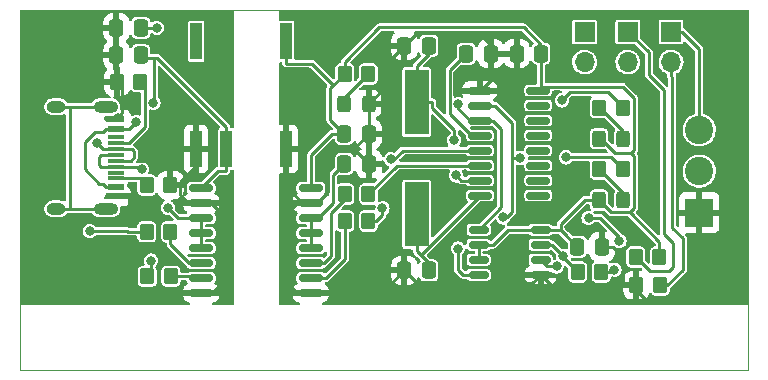
<source format=gbr>
%TF.GenerationSoftware,KiCad,Pcbnew,6.0.11-2627ca5db0~126~ubuntu20.04.1*%
%TF.CreationDate,2024-02-25T19:04:41-05:00*%
%TF.ProjectId,hil01,68696c30-312e-46b6-9963-61645f706362,rev?*%
%TF.SameCoordinates,Original*%
%TF.FileFunction,Copper,L1,Top*%
%TF.FilePolarity,Positive*%
%FSLAX46Y46*%
G04 Gerber Fmt 4.6, Leading zero omitted, Abs format (unit mm)*
G04 Created by KiCad (PCBNEW 6.0.11-2627ca5db0~126~ubuntu20.04.1) date 2024-02-25 19:04:41*
%MOMM*%
%LPD*%
G01*
G04 APERTURE LIST*
G04 Aperture macros list*
%AMRoundRect*
0 Rectangle with rounded corners*
0 $1 Rounding radius*
0 $2 $3 $4 $5 $6 $7 $8 $9 X,Y pos of 4 corners*
0 Add a 4 corners polygon primitive as box body*
4,1,4,$2,$3,$4,$5,$6,$7,$8,$9,$2,$3,0*
0 Add four circle primitives for the rounded corners*
1,1,$1+$1,$2,$3*
1,1,$1+$1,$4,$5*
1,1,$1+$1,$6,$7*
1,1,$1+$1,$8,$9*
0 Add four rect primitives between the rounded corners*
20,1,$1+$1,$2,$3,$4,$5,0*
20,1,$1+$1,$4,$5,$6,$7,0*
20,1,$1+$1,$6,$7,$8,$9,0*
20,1,$1+$1,$8,$9,$2,$3,0*%
G04 Aperture macros list end*
%TA.AperFunction,Profile*%
%ADD10C,0.100000*%
%TD*%
%TA.AperFunction,SMDPad,CuDef*%
%ADD11RoundRect,0.250000X0.350000X0.450000X-0.350000X0.450000X-0.350000X-0.450000X0.350000X-0.450000X0*%
%TD*%
%TA.AperFunction,SMDPad,CuDef*%
%ADD12RoundRect,0.250000X-0.337500X-0.475000X0.337500X-0.475000X0.337500X0.475000X-0.337500X0.475000X0*%
%TD*%
%TA.AperFunction,SMDPad,CuDef*%
%ADD13RoundRect,0.250000X0.325000X0.450000X-0.325000X0.450000X-0.325000X-0.450000X0.325000X-0.450000X0*%
%TD*%
%TA.AperFunction,SMDPad,CuDef*%
%ADD14R,2.000000X5.500000*%
%TD*%
%TA.AperFunction,ComponentPad*%
%ADD15R,2.400000X2.400000*%
%TD*%
%TA.AperFunction,ComponentPad*%
%ADD16C,2.400000*%
%TD*%
%TA.AperFunction,SMDPad,CuDef*%
%ADD17RoundRect,0.250000X-0.350000X-0.450000X0.350000X-0.450000X0.350000X0.450000X-0.350000X0.450000X0*%
%TD*%
%TA.AperFunction,SMDPad,CuDef*%
%ADD18RoundRect,0.150000X-0.875000X-0.150000X0.875000X-0.150000X0.875000X0.150000X-0.875000X0.150000X0*%
%TD*%
%TA.AperFunction,SMDPad,CuDef*%
%ADD19RoundRect,0.250000X0.337500X0.475000X-0.337500X0.475000X-0.337500X-0.475000X0.337500X-0.475000X0*%
%TD*%
%TA.AperFunction,SMDPad,CuDef*%
%ADD20R,1.450000X0.600000*%
%TD*%
%TA.AperFunction,SMDPad,CuDef*%
%ADD21R,1.450000X0.300000*%
%TD*%
%TA.AperFunction,ComponentPad*%
%ADD22O,1.600000X1.000000*%
%TD*%
%TA.AperFunction,ComponentPad*%
%ADD23O,2.100000X1.000000*%
%TD*%
%TA.AperFunction,SMDPad,CuDef*%
%ADD24RoundRect,0.150000X-0.825000X-0.150000X0.825000X-0.150000X0.825000X0.150000X-0.825000X0.150000X0*%
%TD*%
%TA.AperFunction,ComponentPad*%
%ADD25R,1.700000X1.700000*%
%TD*%
%TA.AperFunction,ComponentPad*%
%ADD26O,1.700000X1.700000*%
%TD*%
%TA.AperFunction,SMDPad,CuDef*%
%ADD27R,1.000000X3.100000*%
%TD*%
%TA.AperFunction,SMDPad,CuDef*%
%ADD28RoundRect,0.150000X-0.675000X-0.150000X0.675000X-0.150000X0.675000X0.150000X-0.675000X0.150000X0*%
%TD*%
%TA.AperFunction,ViaPad*%
%ADD29C,0.800000*%
%TD*%
%TA.AperFunction,Conductor*%
%ADD30C,0.250000*%
%TD*%
G04 APERTURE END LIST*
D10*
X100000000Y-130500000D02*
X161680000Y-130500000D01*
X100000000Y-100000000D02*
X100000000Y-130500000D01*
X161680000Y-130500000D02*
X161680000Y-100000000D01*
X100000000Y-100000000D02*
X161680000Y-100000000D01*
D11*
%TO.P,R6,1*%
%TO.N,Net-(R6-Pad1)*%
X129524000Y-115570000D03*
%TO.P,R6,2*%
%TO.N,Net-(R6-Pad2)*%
X127524000Y-115570000D03*
%TD*%
%TO.P,R7,1*%
%TO.N,Net-(D1-Pad2)*%
X129508000Y-105410000D03*
%TO.P,R7,2*%
%TO.N,+5V*%
X127508000Y-105410000D03*
%TD*%
%TO.P,R5,1*%
%TO.N,Net-(R5-Pad1)*%
X129524000Y-117856000D03*
%TO.P,R5,2*%
%TO.N,Net-(R5-Pad2)*%
X127524000Y-117856000D03*
%TD*%
D12*
%TO.P,C4,1*%
%TO.N,+5V*%
X127486500Y-110490000D03*
%TO.P,C4,2*%
%TO.N,GND2*%
X129561500Y-110490000D03*
%TD*%
D13*
%TO.P,D2,1,K*%
%TO.N,Net-(D2-Pad1)*%
X151088200Y-110878000D03*
%TO.P,D2,2,A*%
%TO.N,+5V*%
X149038200Y-110878000D03*
%TD*%
D14*
%TO.P,Y1,1,1*%
%TO.N,Net-(C7-Pad1)*%
X133604000Y-107800000D03*
%TO.P,Y1,2,2*%
%TO.N,Net-(C8-Pad1)*%
X133604000Y-117300000D03*
%TD*%
D11*
%TO.P,R3,1*%
%TO.N,Net-(R3-Pad1)*%
X112760000Y-118755000D03*
%TO.P,R3,2*%
%TO.N,Net-(J1-PadA7)*%
X110760000Y-118755000D03*
%TD*%
D15*
%TO.P,J2,1,Pin_1*%
%TO.N,GND2*%
X157532400Y-117139600D03*
D16*
%TO.P,J2,2,Pin_2*%
%TO.N,/RS485_A*%
X157532400Y-113639600D03*
%TO.P,J2,3,Pin_3*%
%TO.N,/RS485_B*%
X157532400Y-110139600D03*
%TD*%
D17*
%TO.P,R1,1*%
%TO.N,Net-(J1-PadB5)*%
X110760000Y-114808000D03*
%TO.P,R1,2*%
%TO.N,GND1*%
X112760000Y-114808000D03*
%TD*%
D18*
%TO.P,U1,1,VBUS1*%
%TO.N,Net-(C1-Pad1)*%
X115350000Y-115055000D03*
%TO.P,U1,2,GND1*%
%TO.N,GND1*%
X115350000Y-116325000D03*
%TO.P,U1,3,VDD1*%
%TO.N,Net-(C2-Pad1)*%
X115350000Y-117595000D03*
%TO.P,U1,4,PDEN*%
X115350000Y-118865000D03*
%TO.P,U1,5,SPU*%
X115350000Y-120135000D03*
%TO.P,U1,6,UD-*%
%TO.N,Net-(R3-Pad1)*%
X115350000Y-121405000D03*
%TO.P,U1,7,UD+*%
%TO.N,Net-(R4-Pad1)*%
X115350000Y-122675000D03*
%TO.P,U1,8,GND1*%
%TO.N,GND1*%
X115350000Y-123945000D03*
%TO.P,U1,9,GND2*%
%TO.N,GND2*%
X124650000Y-123945000D03*
%TO.P,U1,10,DD+*%
%TO.N,Net-(R5-Pad2)*%
X124650000Y-122675000D03*
%TO.P,U1,11,DD-*%
%TO.N,Net-(R6-Pad2)*%
X124650000Y-121405000D03*
%TO.P,U1,12,PIN*%
%TO.N,Net-(C3-Pad1)*%
X124650000Y-120135000D03*
%TO.P,U1,13,SPD*%
X124650000Y-118865000D03*
%TO.P,U1,14,VDD2*%
X124650000Y-117595000D03*
%TO.P,U1,15,GND2*%
%TO.N,GND2*%
X124650000Y-116325000D03*
%TO.P,U1,16,VBUS2*%
%TO.N,+5V*%
X124650000Y-115055000D03*
%TD*%
D19*
%TO.P,C1,1*%
%TO.N,Net-(C1-Pad1)*%
X110257500Y-103800000D03*
%TO.P,C1,2*%
%TO.N,GND1*%
X108182500Y-103800000D03*
%TD*%
D20*
%TO.P,J1,A1,GND*%
%TO.N,GND1*%
X108185000Y-109250000D03*
%TO.P,J1,A4,VBUS*%
%TO.N,Net-(C1-Pad1)*%
X108185000Y-110050000D03*
D21*
%TO.P,J1,A5,CC1*%
%TO.N,Net-(J1-PadA5)*%
X108185000Y-111250000D03*
%TO.P,J1,A6,D+*%
%TO.N,Net-(J1-PadA6)*%
X108185000Y-112250000D03*
%TO.P,J1,A7,D-*%
%TO.N,Net-(J1-PadA7)*%
X108185000Y-112750000D03*
%TO.P,J1,A8,SBU1*%
%TO.N,unconnected-(J1-PadA8)*%
X108185000Y-113750000D03*
D20*
%TO.P,J1,A9,VBUS*%
%TO.N,Net-(C1-Pad1)*%
X108185000Y-114950000D03*
%TO.P,J1,A12,GND*%
%TO.N,GND1*%
X108185000Y-115750000D03*
%TO.P,J1,B1,GND*%
X108185000Y-115750000D03*
%TO.P,J1,B4,VBUS*%
%TO.N,Net-(C1-Pad1)*%
X108185000Y-114950000D03*
D21*
%TO.P,J1,B5,CC2*%
%TO.N,Net-(J1-PadB5)*%
X108185000Y-114250000D03*
%TO.P,J1,B6,D+*%
%TO.N,Net-(J1-PadA6)*%
X108185000Y-113250000D03*
%TO.P,J1,B7,D-*%
%TO.N,Net-(J1-PadA7)*%
X108185000Y-111750000D03*
%TO.P,J1,B8,SBU2*%
%TO.N,unconnected-(J1-PadB8)*%
X108185000Y-110750000D03*
D20*
%TO.P,J1,B9,VBUS*%
%TO.N,Net-(C1-Pad1)*%
X108185000Y-110050000D03*
%TO.P,J1,B12,GND*%
%TO.N,GND1*%
X108185000Y-109250000D03*
D22*
%TO.P,J1,S1,SHIELD*%
%TO.N,unconnected-(J1-PadS1)*%
X103090000Y-108180000D03*
D23*
X107270000Y-108180000D03*
X107270000Y-116820000D03*
D22*
X103090000Y-116820000D03*
%TD*%
D19*
%TO.P,C2,1*%
%TO.N,Net-(C2-Pad1)*%
X110257500Y-101500000D03*
%TO.P,C2,2*%
%TO.N,GND1*%
X108182500Y-101500000D03*
%TD*%
D13*
%TO.P,D1,1,K*%
%TO.N,GND2*%
X129533000Y-107950000D03*
%TO.P,D1,2,A*%
%TO.N,Net-(D1-Pad2)*%
X127483000Y-107950000D03*
%TD*%
D17*
%TO.P,R10,1*%
%TO.N,Net-(JP2-Pad1)*%
X152162000Y-120904000D03*
%TO.P,R10,2*%
%TO.N,+5V*%
X154162000Y-120904000D03*
%TD*%
D19*
%TO.P,C5,1*%
%TO.N,+5V*%
X144141100Y-103682800D03*
%TO.P,C5,2*%
%TO.N,GND2*%
X142066100Y-103682800D03*
%TD*%
D24*
%TO.P,U3,1,GND*%
%TO.N,GND2*%
X138952200Y-106807000D03*
%TO.P,U3,2,TXD*%
%TO.N,/TX*%
X138952200Y-108077000D03*
%TO.P,U3,3,RXD*%
%TO.N,/RX*%
X138952200Y-109347000D03*
%TO.P,U3,4,V3*%
%TO.N,Net-(C6-Pad1)*%
X138952200Y-110617000D03*
%TO.P,U3,5,UD+*%
%TO.N,Net-(R5-Pad1)*%
X138952200Y-111887000D03*
%TO.P,U3,6,UD-*%
%TO.N,Net-(R6-Pad1)*%
X138952200Y-113157000D03*
%TO.P,U3,7,XI*%
%TO.N,Net-(C7-Pad1)*%
X138952200Y-114427000D03*
%TO.P,U3,8,XO*%
%TO.N,Net-(C8-Pad1)*%
X138952200Y-115697000D03*
%TO.P,U3,9,~{CTS}*%
%TO.N,unconnected-(U3-Pad9)*%
X143902200Y-115697000D03*
%TO.P,U3,10,~{DSR}*%
%TO.N,unconnected-(U3-Pad10)*%
X143902200Y-114427000D03*
%TO.P,U3,11,~{RI}*%
%TO.N,unconnected-(U3-Pad11)*%
X143902200Y-113157000D03*
%TO.P,U3,12,~{DCD}*%
%TO.N,unconnected-(U3-Pad12)*%
X143902200Y-111887000D03*
%TO.P,U3,13,~{DTR}*%
%TO.N,unconnected-(U3-Pad13)*%
X143902200Y-110617000D03*
%TO.P,U3,14,~{RTS}*%
%TO.N,unconnected-(U3-Pad14)*%
X143902200Y-109347000D03*
%TO.P,U3,15,R232*%
%TO.N,unconnected-(U3-Pad15)*%
X143902200Y-108077000D03*
%TO.P,U3,16,VCC*%
%TO.N,+5V*%
X143902200Y-106807000D03*
%TD*%
D11*
%TO.P,R2,1*%
%TO.N,Net-(J1-PadA5)*%
X110220000Y-106072000D03*
%TO.P,R2,2*%
%TO.N,GND1*%
X108220000Y-106072000D03*
%TD*%
D17*
%TO.P,R12,1*%
%TO.N,GND2*%
X152212800Y-123291600D03*
%TO.P,R12,2*%
%TO.N,Net-(JP3-Pad2)*%
X154212800Y-123291600D03*
%TD*%
D25*
%TO.P,JP1,1,A*%
%TO.N,/RS485_A*%
X147828000Y-101854000D03*
D26*
%TO.P,JP1,2,B*%
%TO.N,Net-(JP1-Pad2)*%
X147828000Y-104394000D03*
%TD*%
D25*
%TO.P,JP2,1,A*%
%TO.N,Net-(JP2-Pad1)*%
X151485600Y-101854000D03*
D26*
%TO.P,JP2,2,B*%
%TO.N,/RS485_A*%
X151485600Y-104394000D03*
%TD*%
D12*
%TO.P,C3,1*%
%TO.N,Net-(C3-Pad1)*%
X127486500Y-113010000D03*
%TO.P,C3,2*%
%TO.N,GND2*%
X129561500Y-113010000D03*
%TD*%
D19*
%TO.P,C8,1*%
%TO.N,Net-(C8-Pad1)*%
X134641500Y-122037000D03*
%TO.P,C8,2*%
%TO.N,GND2*%
X132566500Y-122037000D03*
%TD*%
D11*
%TO.P,R4,1*%
%TO.N,Net-(R4-Pad1)*%
X112800000Y-122545000D03*
%TO.P,R4,2*%
%TO.N,Net-(J1-PadA6)*%
X110800000Y-122545000D03*
%TD*%
D19*
%TO.P,C7,1*%
%TO.N,Net-(C7-Pad1)*%
X134641500Y-103007000D03*
%TO.P,C7,2*%
%TO.N,GND2*%
X132566500Y-103007000D03*
%TD*%
D27*
%TO.P,PS1,1,GND*%
%TO.N,GND1*%
X114940000Y-111750000D03*
%TO.P,PS1,2,Vin*%
%TO.N,Net-(C1-Pad1)*%
X117480000Y-111750000D03*
%TO.P,PS1,4,0V*%
%TO.N,GND2*%
X122560000Y-111750000D03*
%TO.P,PS1,5,+Vo*%
%TO.N,+5V*%
X122560000Y-102650000D03*
%TO.P,PS1,8,NC*%
%TO.N,unconnected-(PS1-Pad8)*%
X114940000Y-102650000D03*
%TD*%
D17*
%TO.P,R11,1*%
%TO.N,/RS485_B*%
X147234400Y-122174000D03*
%TO.P,R11,2*%
%TO.N,Net-(JP1-Pad2)*%
X149234400Y-122174000D03*
%TD*%
%TO.P,R9,1*%
%TO.N,Net-(D3-Pad1)*%
X149063200Y-113478000D03*
%TO.P,R9,2*%
%TO.N,/TX*%
X151063200Y-113478000D03*
%TD*%
D12*
%TO.P,C6,1*%
%TO.N,Net-(C6-Pad1)*%
X137798900Y-103682800D03*
%TO.P,C6,2*%
%TO.N,GND2*%
X139873900Y-103682800D03*
%TD*%
D11*
%TO.P,R8,1*%
%TO.N,/RX*%
X151063200Y-108254800D03*
%TO.P,R8,2*%
%TO.N,Net-(D2-Pad1)*%
X149063200Y-108254800D03*
%TD*%
D12*
%TO.P,C9,1*%
%TO.N,+5V*%
X147218400Y-120040400D03*
%TO.P,C9,2*%
%TO.N,GND2*%
X149293400Y-120040400D03*
%TD*%
D13*
%TO.P,D3,1,K*%
%TO.N,Net-(D3-Pad1)*%
X151088200Y-116078000D03*
%TO.P,D3,2,A*%
%TO.N,+5V*%
X149038200Y-116078000D03*
%TD*%
D28*
%TO.P,U2,1,RO*%
%TO.N,/RX*%
X138853000Y-118592600D03*
%TO.P,U2,2,~{RE}*%
%TO.N,+5V*%
X138853000Y-119862600D03*
%TO.P,U2,3,DE*%
X138853000Y-121132600D03*
%TO.P,U2,4,DI*%
%TO.N,/TX*%
X138853000Y-122402600D03*
%TO.P,U2,5,GND*%
%TO.N,GND2*%
X144103000Y-122402600D03*
%TO.P,U2,6,A*%
%TO.N,/RS485_A*%
X144103000Y-121132600D03*
%TO.P,U2,7,B*%
%TO.N,/RS485_B*%
X144103000Y-119862600D03*
%TO.P,U2,8,VCC*%
%TO.N,+5V*%
X144103000Y-118592600D03*
%TD*%
D25*
%TO.P,JP3,1,A*%
%TO.N,/RS485_B*%
X155143200Y-101854000D03*
D26*
%TO.P,JP3,2,B*%
%TO.N,Net-(JP3-Pad2)*%
X155143200Y-104394000D03*
%TD*%
D29*
%TO.N,Net-(C1-Pad1)*%
X109867100Y-109474000D03*
X111316100Y-107848400D03*
%TO.N,GND1*%
X117703600Y-100482400D03*
X117703600Y-108813600D03*
X117652800Y-115671600D03*
X100482400Y-100482400D03*
X109169200Y-117805200D03*
X109169200Y-119532400D03*
X100482400Y-124510800D03*
X100482400Y-118313200D03*
X100482400Y-106680000D03*
X110286800Y-124510800D03*
X106781600Y-100482400D03*
X117703600Y-124510800D03*
%TO.N,Net-(C2-Pad1)*%
X112532200Y-116728200D03*
X111607600Y-101498400D03*
%TO.N,GND2*%
X135534400Y-124460000D03*
X161188400Y-100482400D03*
X161188400Y-124460000D03*
X135534400Y-100482400D03*
X145542000Y-124460000D03*
X122377200Y-100431600D03*
X122428000Y-108864400D03*
X161188400Y-107035600D03*
X122377200Y-124460000D03*
X122428000Y-115671600D03*
X161188400Y-120192800D03*
X145542000Y-100482400D03*
%TO.N,Net-(C7-Pad1)*%
X136956800Y-113995200D03*
X136753600Y-110998000D03*
%TO.N,Net-(J1-PadA6)*%
X111121300Y-121205900D03*
X110339900Y-113494100D03*
%TO.N,Net-(J1-PadA7)*%
X106527600Y-111252000D03*
X105918000Y-118719600D03*
%TO.N,/TX*%
X146253200Y-112471200D03*
X142392400Y-112522000D03*
X140919099Y-117551099D03*
X137109200Y-120192800D03*
%TO.N,/RX*%
X145897600Y-107645200D03*
X137122500Y-107950000D03*
%TO.N,Net-(R5-Pad1)*%
X131437738Y-112631986D03*
X130708400Y-116789200D03*
%TO.N,Net-(JP1-Pad2)*%
X148157800Y-117602000D03*
X150354700Y-121970800D03*
X150774400Y-119545700D03*
%TO.N,/RS485_B*%
X145997900Y-120784900D03*
%TO.N,/RS485_A*%
X145450800Y-121706100D03*
%TD*%
D30*
%TO.N,Net-(C1-Pad1)*%
X105511600Y-113487200D02*
X105511600Y-111150400D01*
X109867100Y-109474000D02*
X109291100Y-110050000D01*
X117480000Y-112282700D02*
X117480000Y-111750000D01*
X117480000Y-113625300D02*
X116779700Y-113625300D01*
X111349700Y-104034500D02*
X110492000Y-104034500D01*
X107029950Y-114689999D02*
X106714399Y-114689999D01*
X105511600Y-111150400D02*
X106351999Y-110310001D01*
X110492000Y-104034500D02*
X110257500Y-103800000D01*
X107029950Y-110310001D02*
X107289951Y-110050000D01*
X117480000Y-111750000D02*
X117480000Y-109874700D01*
X111316100Y-107848400D02*
X111349700Y-107814800D01*
X111639800Y-104034500D02*
X111349700Y-104034500D01*
X117480000Y-109874700D02*
X111639800Y-104034500D01*
X107289951Y-114950000D02*
X107029950Y-114689999D01*
X106714399Y-114689999D02*
X105511600Y-113487200D01*
X106351999Y-110310001D02*
X107029950Y-110310001D01*
X108185000Y-114950000D02*
X107289951Y-114950000D01*
X109291100Y-110050000D02*
X108185000Y-110050000D01*
X111349700Y-107814800D02*
X111349700Y-104034500D01*
X107289951Y-110050000D02*
X108185000Y-110050000D01*
X116779700Y-113625300D02*
X115350000Y-115055000D01*
X117480000Y-112282700D02*
X117480000Y-113625300D01*
%TO.N,GND1*%
X114940000Y-113202800D02*
X113565400Y-114577400D01*
X108182500Y-106072000D02*
X108220000Y-106072000D01*
X113799000Y-123945000D02*
X115350000Y-123945000D01*
X109169200Y-117805200D02*
X109169200Y-117716000D01*
X108696100Y-108738900D02*
X108185000Y-109250000D01*
X103173200Y-106072000D02*
X108182500Y-106072000D01*
X109235300Y-117649900D02*
X108927600Y-117957600D01*
X108220000Y-106072000D02*
X108696100Y-106548100D01*
X113373400Y-114808000D02*
X113565400Y-114999900D01*
X109169200Y-117716000D02*
X109235300Y-117649900D01*
X116992400Y-117094000D02*
X116992400Y-123240800D01*
X108927600Y-117957600D02*
X102412800Y-117957600D01*
X109235300Y-115750000D02*
X109235300Y-117649900D01*
X101600000Y-107645200D02*
X103173200Y-106072000D01*
X116992400Y-123240800D02*
X116288200Y-123945000D01*
X102412800Y-117957600D02*
X101600000Y-117144800D01*
X112760000Y-114808000D02*
X113373400Y-114808000D01*
X109728000Y-123850400D02*
X113704400Y-123850400D01*
X113565400Y-114577400D02*
X113565400Y-114999900D01*
X113565400Y-115648200D02*
X114242200Y-116325000D01*
X101600000Y-117144800D02*
X101600000Y-107645200D01*
X113704400Y-123850400D02*
X113799000Y-123945000D01*
X116223400Y-116325000D02*
X116992400Y-117094000D01*
X108182500Y-106072000D02*
X108182500Y-103800000D01*
X109169200Y-119532400D02*
X109169200Y-123291600D01*
X108182500Y-103800000D02*
X108182500Y-101500000D01*
X115350000Y-116325000D02*
X116223400Y-116325000D01*
X108696100Y-106548100D02*
X108696100Y-108738900D01*
X114242200Y-116325000D02*
X115350000Y-116325000D01*
X109169200Y-123291600D02*
X109728000Y-123850400D01*
X113565400Y-114999900D02*
X113565400Y-115648200D01*
X116288200Y-123945000D02*
X115350000Y-123945000D01*
X114940000Y-111750000D02*
X114940000Y-113202800D01*
X108185000Y-115750000D02*
X109235300Y-115750000D01*
%TO.N,Net-(C2-Pad1)*%
X115350000Y-117595000D02*
X115350000Y-118865000D01*
X113399000Y-117595000D02*
X115350000Y-117595000D01*
X115350000Y-118865000D02*
X115350000Y-120135000D01*
X111606000Y-101500000D02*
X110257500Y-101500000D01*
X112532200Y-116728200D02*
X113399000Y-117595000D01*
X111607600Y-101498400D02*
X111606000Y-101500000D01*
%TO.N,Net-(C3-Pad1)*%
X124650000Y-117595000D02*
X124650000Y-118865000D01*
X124650000Y-118865000D02*
X124650000Y-120135000D01*
X127486500Y-113010000D02*
X126506100Y-113990400D01*
X125262100Y-117595000D02*
X124650000Y-117595000D01*
X126506100Y-113990400D02*
X126506100Y-116351000D01*
X126506100Y-116351000D02*
X125262100Y-117595000D01*
%TO.N,GND2*%
X126056100Y-112449900D02*
X126746000Y-111760000D01*
X150723600Y-123647200D02*
X151079200Y-123291600D01*
X124650000Y-116325000D02*
X125151100Y-116325000D01*
X122560000Y-111750000D02*
X122560000Y-114940000D01*
X138952200Y-106807000D02*
X139873900Y-105885300D01*
X145347600Y-123647200D02*
X150723600Y-123647200D01*
X129533000Y-110461500D02*
X129533000Y-107950000D01*
X129561500Y-110490000D02*
X129533000Y-110461500D01*
X149293400Y-120040400D02*
X150215600Y-120040400D01*
X128510000Y-111958500D02*
X128510000Y-111541500D01*
X139873900Y-105885300D02*
X139873900Y-103682800D01*
X130658500Y-123945000D02*
X124650000Y-123945000D01*
X151079200Y-120904000D02*
X151079200Y-123291600D01*
X157532400Y-122172400D02*
X157532400Y-117139600D01*
X132566500Y-103007000D02*
X133617900Y-101955600D01*
X122560000Y-114940000D02*
X123945000Y-116325000D01*
X151079200Y-123291600D02*
X151384000Y-123291600D01*
X150215600Y-120040400D02*
X151079200Y-120904000D01*
X124650000Y-123945000D02*
X123487800Y-123945000D01*
X133617900Y-101955600D02*
X138887200Y-101955600D01*
X143403300Y-123102300D02*
X133631800Y-123102300D01*
X151384000Y-123291600D02*
X152212800Y-123291600D01*
X133631800Y-123102300D02*
X132566500Y-122037000D01*
X122834400Y-117043200D02*
X123552600Y-116325000D01*
X139873900Y-103682800D02*
X142066100Y-103682800D01*
X123487800Y-123945000D02*
X122834400Y-123291600D01*
X126056100Y-115420000D02*
X126056100Y-112449900D01*
X124214600Y-116325000D02*
X124650000Y-116325000D01*
X126746000Y-111760000D02*
X128311500Y-111760000D01*
X131046600Y-106436400D02*
X131046600Y-104526900D01*
X123945000Y-116325000D02*
X124214600Y-116325000D01*
X123552600Y-116325000D02*
X124214600Y-116325000D01*
X155143200Y-124561600D02*
X157532400Y-122172400D01*
X132566500Y-122037000D02*
X130658500Y-123945000D01*
X128510000Y-111541500D02*
X129561500Y-110490000D01*
X144103000Y-122402600D02*
X145347600Y-123647200D01*
X131046600Y-104526900D02*
X132566500Y-103007000D01*
X144103000Y-122402600D02*
X143403300Y-123102300D01*
X129561500Y-113010000D02*
X128510000Y-111958500D01*
X139873900Y-102942300D02*
X139873900Y-103682800D01*
X128311500Y-111760000D02*
X128510000Y-111958500D01*
X153060400Y-124561600D02*
X155143200Y-124561600D01*
X152212800Y-123714000D02*
X153060400Y-124561600D01*
X152212800Y-123291600D02*
X152212800Y-123714000D01*
X129533000Y-107950000D02*
X131046600Y-106436400D01*
X125151100Y-116325000D02*
X126056100Y-115420000D01*
X138887200Y-101955600D02*
X139873900Y-102942300D01*
X122834400Y-123291600D02*
X122834400Y-117043200D01*
%TO.N,Net-(C7-Pad1)*%
X134929300Y-108297000D02*
X134929300Y-107800000D01*
X136804400Y-110947200D02*
X136804400Y-110172100D01*
X134641500Y-103687200D02*
X133604000Y-104724700D01*
X138952200Y-114427000D02*
X137388600Y-114427000D01*
X136753600Y-110998000D02*
X136804400Y-110947200D01*
X136804400Y-110172100D02*
X134929300Y-108297000D01*
X134929300Y-107800000D02*
X133604000Y-107800000D01*
X133604000Y-107800000D02*
X133604000Y-104724700D01*
X134641500Y-103007000D02*
X134641500Y-103687200D01*
X137388600Y-114427000D02*
X136956800Y-113995200D01*
%TO.N,Net-(D1-Pad2)*%
X127483000Y-107435000D02*
X129508000Y-105410000D01*
X127483000Y-107950000D02*
X127483000Y-107435000D01*
%TO.N,Net-(D2-Pad1)*%
X151088200Y-110203000D02*
X151088200Y-110878000D01*
X149063200Y-108178000D02*
X151088200Y-110203000D01*
%TO.N,Net-(J1-PadA5)*%
X110591600Y-106443600D02*
X110591600Y-109893700D01*
X110591600Y-109893700D02*
X109235300Y-111250000D01*
X110220000Y-106072000D02*
X110591600Y-106443600D01*
X109235300Y-111250000D02*
X108185000Y-111250000D01*
%TO.N,Net-(J1-PadA6)*%
X110800000Y-122545000D02*
X111121300Y-122223700D01*
X110339900Y-113494100D02*
X110095800Y-113250000D01*
X106672800Y-113073600D02*
X106672800Y-112427600D01*
X106672800Y-112427600D02*
X106850400Y-112250000D01*
X106850400Y-112250000D02*
X108185000Y-112250000D01*
X110095800Y-113250000D02*
X108185000Y-113250000D01*
X106849200Y-113250000D02*
X106672800Y-113073600D01*
X111121300Y-122223700D02*
X111121300Y-121205900D01*
X108185000Y-113250000D02*
X106849200Y-113250000D01*
%TO.N,Net-(J1-PadA7)*%
X105918000Y-118719600D02*
X109098400Y-118719600D01*
X109677200Y-111963200D02*
X109677200Y-112471200D01*
X109677200Y-112471200D02*
X109398400Y-112750000D01*
X107025600Y-111750000D02*
X106527600Y-111252000D01*
X109464000Y-111750000D02*
X109677200Y-111963200D01*
X108185000Y-111750000D02*
X109464000Y-111750000D01*
X109133800Y-118755000D02*
X110760000Y-118755000D01*
X109098400Y-118719600D02*
X109133800Y-118755000D01*
X109398400Y-112750000D02*
X109235300Y-112750000D01*
X108185000Y-111750000D02*
X107025600Y-111750000D01*
X108185000Y-112750000D02*
X109235300Y-112750000D01*
%TO.N,Net-(J1-PadB5)*%
X108185000Y-114250000D02*
X110202000Y-114250000D01*
X110202000Y-114250000D02*
X110760000Y-114808000D01*
%TO.N,unconnected-(J1-PadS1)*%
X104215300Y-116820000D02*
X104215300Y-108180000D01*
X103090000Y-108180000D02*
X104215300Y-108180000D01*
X103090000Y-116820000D02*
X104215300Y-116820000D01*
X104215300Y-116820000D02*
X107270000Y-116820000D01*
X107270000Y-108180000D02*
X104215300Y-108180000D01*
%TO.N,Net-(C6-Pad1)*%
X136398000Y-105083700D02*
X136398000Y-108762800D01*
X136398000Y-108762800D02*
X138252200Y-110617000D01*
X138252200Y-110617000D02*
X138952200Y-110617000D01*
X137798900Y-103682800D02*
X136398000Y-105083700D01*
%TO.N,/TX*%
X141222701Y-117551099D02*
X141705900Y-117067900D01*
X138853000Y-122402600D02*
X137490200Y-122402600D01*
X146253200Y-112471200D02*
X146271400Y-112453000D01*
X137109200Y-122021600D02*
X137109200Y-120192800D01*
X150030000Y-112453000D02*
X150034100Y-112448900D01*
X140919099Y-117551099D02*
X141222701Y-117551099D01*
X146271400Y-112453000D02*
X150030000Y-112453000D01*
X140233400Y-108077000D02*
X138952200Y-108077000D01*
X141705900Y-117067900D02*
X141705900Y-112522000D01*
X141705900Y-112522000D02*
X142392400Y-112522000D01*
X141705900Y-109549500D02*
X140233400Y-108077000D01*
X151063200Y-113478000D02*
X150034100Y-112448900D01*
X137490200Y-122402600D02*
X137109200Y-122021600D01*
X141705900Y-112522000D02*
X141705900Y-109549500D01*
%TO.N,/RX*%
X138150600Y-109347000D02*
X137007600Y-108204000D01*
X140746200Y-116699400D02*
X140746200Y-110063000D01*
X146608800Y-106934000D02*
X149819200Y-106934000D01*
X149819200Y-106934000D02*
X151063200Y-108178000D01*
X138952200Y-109347000D02*
X138150600Y-109347000D01*
X140030200Y-109347000D02*
X138952200Y-109347000D01*
X138853000Y-118592600D02*
X140746200Y-116699400D01*
X137007600Y-108204000D02*
X137007600Y-108064900D01*
X137007600Y-108064900D02*
X137122500Y-107950000D01*
X145897600Y-107645200D02*
X146608800Y-106934000D01*
X140746200Y-110063000D02*
X140030200Y-109347000D01*
%TO.N,Net-(R3-Pad1)*%
X112760000Y-119821200D02*
X112760000Y-118755000D01*
X114343800Y-121405000D02*
X112760000Y-119821200D01*
X115350000Y-121405000D02*
X114343800Y-121405000D01*
%TO.N,Net-(R4-Pad1)*%
X112800000Y-122545000D02*
X115220000Y-122545000D01*
X115220000Y-122545000D02*
X115350000Y-122675000D01*
%TO.N,Net-(R5-Pad1)*%
X132424500Y-111887000D02*
X131679514Y-112631986D01*
X130200400Y-117856000D02*
X129524000Y-117856000D01*
X130708400Y-116789200D02*
X130708400Y-117348000D01*
X138952200Y-111887000D02*
X132424500Y-111887000D01*
X130708400Y-117348000D02*
X130200400Y-117856000D01*
X131679514Y-112631986D02*
X131437738Y-112631986D01*
%TO.N,Net-(R5-Pad2)*%
X125940200Y-122675000D02*
X127524000Y-121091200D01*
X124650000Y-122675000D02*
X125940200Y-122675000D01*
X127524000Y-121091200D02*
X127524000Y-117856000D01*
%TO.N,Net-(R6-Pad1)*%
X129524000Y-115570000D02*
X131937000Y-113157000D01*
X131937000Y-113157000D02*
X138952200Y-113157000D01*
%TO.N,Net-(R6-Pad2)*%
X126339600Y-120853200D02*
X126339600Y-117195600D01*
X124650000Y-121405000D02*
X125787800Y-121405000D01*
X127524000Y-116011200D02*
X127524000Y-115570000D01*
X125787800Y-121405000D02*
X126339600Y-120853200D01*
X126339600Y-117195600D02*
X127524000Y-116011200D01*
%TO.N,+5V*%
X124717900Y-104525300D02*
X126555300Y-106362700D01*
X150413800Y-112111200D02*
X149180600Y-110878000D01*
X150085900Y-117125700D02*
X149038200Y-116078000D01*
X151034400Y-106476800D02*
X151989600Y-107432000D01*
X152022400Y-112370100D02*
X152022400Y-116745100D01*
X138853000Y-119862600D02*
X140046200Y-119862600D01*
X144335400Y-106476800D02*
X151034400Y-106476800D01*
X141316200Y-118592600D02*
X144103000Y-118592600D01*
X151641800Y-117125700D02*
X154162000Y-119645900D01*
X144038100Y-106671100D02*
X144141100Y-106671100D01*
X147828000Y-116078000D02*
X149038200Y-116078000D01*
X126288800Y-106629200D02*
X126288800Y-109292300D01*
X151763500Y-112111200D02*
X150413800Y-112111200D01*
X126288800Y-109292300D02*
X127486500Y-110490000D01*
X126441200Y-110490000D02*
X127486500Y-110490000D01*
X142654000Y-101455200D02*
X144141100Y-102942300D01*
X124650000Y-112281200D02*
X126441200Y-110490000D01*
X138853000Y-119862600D02*
X138853000Y-121132600D01*
X151989600Y-107432000D02*
X151989600Y-111885100D01*
X145770600Y-118592600D02*
X146147100Y-118969100D01*
X140046200Y-119862600D02*
X141316200Y-118592600D01*
X144103000Y-118592600D02*
X145770600Y-118592600D01*
X152022400Y-116745100D02*
X151641800Y-117125700D01*
X126555300Y-106362700D02*
X127508000Y-105410000D01*
X146147100Y-118969100D02*
X147218400Y-120040400D01*
X151989600Y-111885100D02*
X151763500Y-112111200D01*
X151763500Y-112111200D02*
X152022400Y-112370100D01*
X146147100Y-118969100D02*
X145796000Y-118618000D01*
X154162000Y-119645900D02*
X154162000Y-120904000D01*
X149180600Y-110878000D02*
X149038200Y-110878000D01*
X122560000Y-104525300D02*
X124717900Y-104525300D01*
X145796000Y-118110000D02*
X147828000Y-116078000D01*
X145796000Y-118618000D02*
X145796000Y-118110000D01*
X144141100Y-106671100D02*
X144141100Y-103682800D01*
X127508000Y-105410000D02*
X127508000Y-104394000D01*
X130446800Y-101455200D02*
X142654000Y-101455200D01*
X122560000Y-102650000D02*
X122560000Y-104525300D01*
X124650000Y-115055000D02*
X124650000Y-112281200D01*
X143902200Y-106807000D02*
X144038100Y-106671100D01*
X144141100Y-106671100D02*
X144335400Y-106476800D01*
X144141100Y-102942300D02*
X144141100Y-103682800D01*
X127508000Y-104394000D02*
X130446800Y-101455200D01*
X126555300Y-106362700D02*
X126288800Y-106629200D01*
X151641800Y-117125700D02*
X150085900Y-117125700D01*
%TO.N,Net-(D3-Pad1)*%
X151088200Y-115503000D02*
X149063200Y-113478000D01*
X151088200Y-116078000D02*
X151088200Y-115503000D01*
%TO.N,Net-(C8-Pad1)*%
X134641500Y-121412800D02*
X133939000Y-120710200D01*
X134641500Y-122037000D02*
X134641500Y-121412800D01*
X138952200Y-115697000D02*
X133939000Y-120710200D01*
X133604000Y-117300000D02*
X133604000Y-120375300D01*
X133939000Y-120710200D02*
X133604000Y-120375300D01*
%TO.N,Net-(JP1-Pad2)*%
X150151500Y-122174000D02*
X149234400Y-122174000D01*
X150354700Y-121970800D02*
X150151500Y-122174000D01*
X149148800Y-117602000D02*
X148157800Y-117602000D01*
X150774400Y-119545700D02*
X150774400Y-119227600D01*
X150774400Y-119227600D02*
X149148800Y-117602000D01*
%TO.N,/RS485_B*%
X157532400Y-103328800D02*
X157532400Y-110139600D01*
X145997900Y-120937500D02*
X147234400Y-122174000D01*
X156057600Y-101854000D02*
X157532400Y-103328800D01*
X145075600Y-119862600D02*
X145997900Y-120784900D01*
X145997900Y-120784900D02*
X145997900Y-120937500D01*
X155143200Y-101854000D02*
X156057600Y-101854000D01*
X144103000Y-119862600D02*
X145075600Y-119862600D01*
%TO.N,/RS485_A*%
X144103000Y-121132600D02*
X144676500Y-121706100D01*
X144676500Y-121706100D02*
X145450800Y-121706100D01*
%TO.N,Net-(JP3-Pad2)*%
X154838400Y-123291600D02*
X154212800Y-123291600D01*
X155244800Y-105670900D02*
X155244800Y-118414800D01*
X155244800Y-118414800D02*
X156159200Y-119329200D01*
X156159200Y-119329200D02*
X156159200Y-121970800D01*
X155143200Y-104394000D02*
X155143200Y-105569300D01*
X156159200Y-121970800D02*
X154838400Y-123291600D01*
X155143200Y-105569300D02*
X155244800Y-105670900D01*
%TO.N,Net-(JP2-Pad1)*%
X151536400Y-101854000D02*
X151485600Y-101854000D01*
X154533600Y-118922800D02*
X154533600Y-106730800D01*
X154533600Y-106730800D02*
X153263600Y-105460800D01*
X153263600Y-103581200D02*
X151536400Y-101854000D01*
X153330400Y-122072400D02*
X155001800Y-122072400D01*
X152162000Y-120904000D02*
X153330400Y-122072400D01*
X155346400Y-119735600D02*
X154533600Y-118922800D01*
X155346400Y-121727800D02*
X155346400Y-119735600D01*
X155001800Y-122072400D02*
X155346400Y-121727800D01*
X153263600Y-105460800D02*
X153263600Y-103581200D01*
%TD*%
%TA.AperFunction,Conductor*%
%TO.N,GND1*%
G36*
X118052121Y-100021002D02*
G01*
X118098614Y-100074658D01*
X118110000Y-100127000D01*
X118110000Y-109873500D01*
X118089998Y-109941621D01*
X118036342Y-109988114D01*
X117984000Y-109999500D01*
X117933329Y-109999500D01*
X117865208Y-109979498D01*
X117818715Y-109925842D01*
X117807809Y-109862518D01*
X117809264Y-109845893D01*
X117799508Y-109809485D01*
X117797130Y-109798758D01*
X117796538Y-109795399D01*
X117790588Y-109761655D01*
X117785077Y-109752110D01*
X117783885Y-109748834D01*
X117782408Y-109745666D01*
X117779554Y-109735016D01*
X117757945Y-109704156D01*
X117752039Y-109694885D01*
X117738707Y-109671794D01*
X117733194Y-109662245D01*
X117704317Y-109638015D01*
X117696215Y-109630589D01*
X112285374Y-104219748D01*
X114239500Y-104219748D01*
X114251133Y-104278231D01*
X114295448Y-104344552D01*
X114361769Y-104388867D01*
X114373938Y-104391288D01*
X114373939Y-104391288D01*
X114414184Y-104399293D01*
X114420252Y-104400500D01*
X115459748Y-104400500D01*
X115465816Y-104399293D01*
X115506061Y-104391288D01*
X115506062Y-104391288D01*
X115518231Y-104388867D01*
X115584552Y-104344552D01*
X115628867Y-104278231D01*
X115640500Y-104219748D01*
X115640500Y-101080252D01*
X115628867Y-101021769D01*
X115584552Y-100955448D01*
X115518231Y-100911133D01*
X115506062Y-100908712D01*
X115506061Y-100908712D01*
X115465816Y-100900707D01*
X115459748Y-100899500D01*
X114420252Y-100899500D01*
X114414184Y-100900707D01*
X114373939Y-100908712D01*
X114373938Y-100908712D01*
X114361769Y-100911133D01*
X114295448Y-100955448D01*
X114251133Y-101021769D01*
X114239500Y-101080252D01*
X114239500Y-104219748D01*
X112285374Y-104219748D01*
X111883911Y-103818285D01*
X111876484Y-103810181D01*
X111859341Y-103789751D01*
X111859342Y-103789751D01*
X111852255Y-103781306D01*
X111842706Y-103775793D01*
X111819615Y-103762461D01*
X111810344Y-103756555D01*
X111788515Y-103741270D01*
X111779484Y-103734946D01*
X111768834Y-103732092D01*
X111765666Y-103730615D01*
X111762390Y-103729423D01*
X111752845Y-103723912D01*
X111719101Y-103717962D01*
X111715742Y-103717370D01*
X111705015Y-103714992D01*
X111668607Y-103705236D01*
X111657622Y-103706197D01*
X111657620Y-103706197D01*
X111631072Y-103708520D01*
X111620090Y-103709000D01*
X111171500Y-103709000D01*
X111103379Y-103688998D01*
X111056886Y-103635342D01*
X111045500Y-103583000D01*
X111045500Y-103271166D01*
X111042519Y-103239631D01*
X110997634Y-103111816D01*
X110992042Y-103104246D01*
X110992041Y-103104243D01*
X110922742Y-103010421D01*
X110917150Y-103002850D01*
X110900206Y-102990335D01*
X110815757Y-102927959D01*
X110815754Y-102927958D01*
X110808184Y-102922366D01*
X110680369Y-102877481D01*
X110672723Y-102876758D01*
X110672722Y-102876758D01*
X110666752Y-102876194D01*
X110648834Y-102874500D01*
X109866166Y-102874500D01*
X109848248Y-102876194D01*
X109842278Y-102876758D01*
X109842277Y-102876758D01*
X109834631Y-102877481D01*
X109706816Y-102922366D01*
X109699246Y-102927958D01*
X109699243Y-102927959D01*
X109614794Y-102990335D01*
X109597850Y-103002850D01*
X109592258Y-103010421D01*
X109522959Y-103104243D01*
X109522958Y-103104246D01*
X109517366Y-103111816D01*
X109514247Y-103120699D01*
X109501157Y-103157973D01*
X109459714Y-103215619D01*
X109393684Y-103241707D01*
X109324032Y-103227956D01*
X109272871Y-103178731D01*
X109262750Y-103156101D01*
X109213412Y-103008216D01*
X109207239Y-102995038D01*
X109121937Y-102857193D01*
X109112901Y-102845792D01*
X109006184Y-102739260D01*
X108972105Y-102676977D01*
X108977108Y-102606157D01*
X109006029Y-102561069D01*
X109113739Y-102453171D01*
X109122751Y-102441760D01*
X109207816Y-102303757D01*
X109213963Y-102290576D01*
X109262611Y-102143908D01*
X109303042Y-102085549D01*
X109368606Y-102058312D01*
X109438488Y-102070846D01*
X109490500Y-102119170D01*
X109501087Y-102141828D01*
X109503222Y-102147908D01*
X109517366Y-102188184D01*
X109522958Y-102195754D01*
X109522959Y-102195757D01*
X109585335Y-102280206D01*
X109597850Y-102297150D01*
X109605421Y-102302742D01*
X109699243Y-102372041D01*
X109699246Y-102372042D01*
X109706816Y-102377634D01*
X109834631Y-102422519D01*
X109842277Y-102423242D01*
X109842278Y-102423242D01*
X109848248Y-102423806D01*
X109866166Y-102425500D01*
X110648834Y-102425500D01*
X110666752Y-102423806D01*
X110672722Y-102423242D01*
X110672723Y-102423242D01*
X110680369Y-102422519D01*
X110808184Y-102377634D01*
X110815754Y-102372042D01*
X110815757Y-102372041D01*
X110909579Y-102302742D01*
X110917150Y-102297150D01*
X110929665Y-102280206D01*
X110992041Y-102195757D01*
X110992042Y-102195754D01*
X110997634Y-102188184D01*
X111042519Y-102060369D01*
X111043241Y-102052730D01*
X111044032Y-102049126D01*
X111078169Y-101986875D01*
X111140542Y-101952962D01*
X111211348Y-101958154D01*
X111243808Y-101976167D01*
X111304759Y-102022936D01*
X111450838Y-102083444D01*
X111607600Y-102104082D01*
X111615788Y-102103004D01*
X111756174Y-102084522D01*
X111764362Y-102083444D01*
X111910441Y-102022936D01*
X112035882Y-101926682D01*
X112132136Y-101801241D01*
X112192644Y-101655162D01*
X112213282Y-101498400D01*
X112192644Y-101341638D01*
X112132136Y-101195559D01*
X112035882Y-101070118D01*
X111910441Y-100973864D01*
X111764362Y-100913356D01*
X111607600Y-100892718D01*
X111450838Y-100913356D01*
X111304759Y-100973864D01*
X111298208Y-100978891D01*
X111298203Y-100978894D01*
X111243207Y-101021094D01*
X111176987Y-101046695D01*
X111107438Y-101032431D01*
X111056642Y-100982830D01*
X111043431Y-100948135D01*
X111043241Y-100947269D01*
X111042519Y-100939631D01*
X110997634Y-100811816D01*
X110992042Y-100804246D01*
X110992041Y-100804243D01*
X110922742Y-100710421D01*
X110917150Y-100702850D01*
X110900206Y-100690335D01*
X110815757Y-100627959D01*
X110815754Y-100627958D01*
X110808184Y-100622366D01*
X110680369Y-100577481D01*
X110672723Y-100576758D01*
X110672722Y-100576758D01*
X110666752Y-100576194D01*
X110648834Y-100574500D01*
X109866166Y-100574500D01*
X109848248Y-100576194D01*
X109842278Y-100576758D01*
X109842277Y-100576758D01*
X109834631Y-100577481D01*
X109706816Y-100622366D01*
X109699246Y-100627958D01*
X109699243Y-100627959D01*
X109614794Y-100690335D01*
X109597850Y-100702850D01*
X109592258Y-100710421D01*
X109522959Y-100804243D01*
X109522958Y-100804246D01*
X109517366Y-100811816D01*
X109514247Y-100820699D01*
X109501157Y-100857973D01*
X109459714Y-100915619D01*
X109393684Y-100941707D01*
X109324032Y-100927956D01*
X109272871Y-100878731D01*
X109262750Y-100856101D01*
X109213412Y-100708216D01*
X109207239Y-100695038D01*
X109121937Y-100557193D01*
X109112901Y-100545792D01*
X108998171Y-100431261D01*
X108986760Y-100422249D01*
X108848757Y-100337184D01*
X108835576Y-100331037D01*
X108681290Y-100279862D01*
X108667914Y-100276995D01*
X108573562Y-100267328D01*
X108567145Y-100267000D01*
X108454615Y-100267000D01*
X108439376Y-100271475D01*
X108438171Y-100272865D01*
X108436500Y-100280548D01*
X108436500Y-104805885D01*
X108444875Y-104834407D01*
X108468896Y-104871784D01*
X108474000Y-104907283D01*
X108474000Y-107261884D01*
X108478475Y-107277123D01*
X108479865Y-107278328D01*
X108487548Y-107279999D01*
X108617095Y-107279999D01*
X108623614Y-107279662D01*
X108719206Y-107269743D01*
X108732600Y-107266851D01*
X108886784Y-107215412D01*
X108899962Y-107209239D01*
X109037807Y-107123937D01*
X109049208Y-107114901D01*
X109163739Y-107000171D01*
X109172751Y-106988760D01*
X109257816Y-106850757D01*
X109263963Y-106837576D01*
X109273909Y-106807590D01*
X109314340Y-106749230D01*
X109379904Y-106721994D01*
X109449786Y-106734528D01*
X109494853Y-106772399D01*
X109542255Y-106836576D01*
X109542258Y-106836579D01*
X109547850Y-106844150D01*
X109555421Y-106849742D01*
X109649243Y-106919041D01*
X109649246Y-106919042D01*
X109656816Y-106924634D01*
X109784631Y-106969519D01*
X109792277Y-106970242D01*
X109792278Y-106970242D01*
X109798248Y-106970806D01*
X109816166Y-106972500D01*
X110140100Y-106972500D01*
X110208221Y-106992502D01*
X110254714Y-107046158D01*
X110266100Y-107098500D01*
X110266100Y-108800722D01*
X110246098Y-108868843D01*
X110192442Y-108915336D01*
X110122168Y-108925440D01*
X110091882Y-108917131D01*
X110031491Y-108892116D01*
X110023862Y-108888956D01*
X109867100Y-108868318D01*
X109710338Y-108888956D01*
X109702709Y-108892116D01*
X109584384Y-108941128D01*
X109513794Y-108948717D01*
X109450307Y-108916938D01*
X109413583Y-108853864D01*
X109408479Y-108832395D01*
X109363324Y-108711946D01*
X109354786Y-108696351D01*
X109278285Y-108594276D01*
X109265724Y-108581715D01*
X109163649Y-108505214D01*
X109148054Y-108496676D01*
X109027606Y-108451522D01*
X109012351Y-108447895D01*
X108961486Y-108442369D01*
X108954672Y-108442000D01*
X108638049Y-108442000D01*
X108569928Y-108421998D01*
X108523435Y-108368342D01*
X108513331Y-108298068D01*
X108515846Y-108285302D01*
X108518230Y-108275813D01*
X108518231Y-108275807D01*
X108520081Y-108268441D01*
X108520969Y-108098895D01*
X108496500Y-107996974D01*
X108483161Y-107941417D01*
X108481388Y-107934032D01*
X108440339Y-107854500D01*
X108407108Y-107790117D01*
X108407108Y-107790116D01*
X108403625Y-107783369D01*
X108398313Y-107777279D01*
X108297163Y-107661329D01*
X108292169Y-107655604D01*
X108233649Y-107614475D01*
X108159670Y-107562482D01*
X108159668Y-107562481D01*
X108153453Y-107558113D01*
X107995487Y-107496524D01*
X107996632Y-107493588D01*
X107947950Y-107464614D01*
X107916258Y-107401083D01*
X107923945Y-107330504D01*
X107945062Y-107296370D01*
X107964329Y-107274135D01*
X107966000Y-107266452D01*
X107966000Y-106344115D01*
X107961525Y-106328876D01*
X107960135Y-106327671D01*
X107952452Y-106326000D01*
X107130116Y-106326000D01*
X107114877Y-106330475D01*
X107113672Y-106331865D01*
X107112001Y-106339548D01*
X107112001Y-106569095D01*
X107112338Y-106575614D01*
X107122257Y-106671206D01*
X107125149Y-106684600D01*
X107176588Y-106838784D01*
X107182761Y-106851962D01*
X107268063Y-106989807D01*
X107277099Y-107001208D01*
X107391829Y-107115739D01*
X107403240Y-107124751D01*
X107541243Y-107209816D01*
X107554424Y-107215963D01*
X107608523Y-107233907D01*
X107666882Y-107274338D01*
X107694119Y-107339902D01*
X107681585Y-107409784D01*
X107633260Y-107461796D01*
X107568855Y-107479500D01*
X106677484Y-107479500D01*
X106551680Y-107494724D01*
X106393077Y-107554655D01*
X106253349Y-107650688D01*
X106248297Y-107656358D01*
X106248296Y-107656359D01*
X106145612Y-107771608D01*
X106145610Y-107771612D01*
X106140560Y-107777279D01*
X106137008Y-107783987D01*
X106137007Y-107783989D01*
X106135170Y-107787459D01*
X106133167Y-107789514D01*
X106132668Y-107790232D01*
X106132548Y-107790149D01*
X106085617Y-107838302D01*
X106023815Y-107854500D01*
X104087098Y-107854500D01*
X104018977Y-107834498D01*
X103983203Y-107795163D01*
X103981379Y-107796402D01*
X103977108Y-107790117D01*
X103973625Y-107783369D01*
X103968313Y-107777279D01*
X103867163Y-107661329D01*
X103862169Y-107655604D01*
X103803649Y-107614475D01*
X103729670Y-107562482D01*
X103729668Y-107562481D01*
X103723453Y-107558113D01*
X103565487Y-107496524D01*
X103557954Y-107495532D01*
X103557953Y-107495532D01*
X103440261Y-107480038D01*
X103440260Y-107480038D01*
X103436174Y-107479500D01*
X102747484Y-107479500D01*
X102621680Y-107494724D01*
X102463077Y-107554655D01*
X102323349Y-107650688D01*
X102318297Y-107656358D01*
X102318296Y-107656359D01*
X102215612Y-107771608D01*
X102215610Y-107771612D01*
X102210560Y-107777279D01*
X102207008Y-107783988D01*
X102207007Y-107783989D01*
X102203702Y-107790232D01*
X102131224Y-107927119D01*
X102089919Y-108091559D01*
X102089031Y-108261105D01*
X102090805Y-108268492D01*
X102090805Y-108268496D01*
X102121648Y-108396960D01*
X102128612Y-108425968D01*
X102132093Y-108432712D01*
X102132094Y-108432715D01*
X102179985Y-108525502D01*
X102206375Y-108576631D01*
X102211367Y-108582353D01*
X102211368Y-108582355D01*
X102254240Y-108631500D01*
X102317831Y-108704396D01*
X102324045Y-108708763D01*
X102450330Y-108797518D01*
X102450332Y-108797519D01*
X102456547Y-108801887D01*
X102614513Y-108863476D01*
X102622046Y-108864468D01*
X102622047Y-108864468D01*
X102739739Y-108879962D01*
X102743826Y-108880500D01*
X103432516Y-108880500D01*
X103558320Y-108865276D01*
X103716923Y-108805345D01*
X103717871Y-108807855D01*
X103775052Y-108796491D01*
X103841114Y-108822497D01*
X103882630Y-108880090D01*
X103889800Y-108921988D01*
X103889800Y-116078606D01*
X103869798Y-116146727D01*
X103816142Y-116193220D01*
X103745868Y-116203324D01*
X103718033Y-116196000D01*
X103565487Y-116136524D01*
X103557954Y-116135532D01*
X103557953Y-116135532D01*
X103440261Y-116120038D01*
X103440260Y-116120038D01*
X103436174Y-116119500D01*
X102747484Y-116119500D01*
X102621680Y-116134724D01*
X102463077Y-116194655D01*
X102323349Y-116290688D01*
X102318297Y-116296358D01*
X102318296Y-116296359D01*
X102215612Y-116411608D01*
X102215610Y-116411612D01*
X102210560Y-116417279D01*
X102207008Y-116423988D01*
X102207007Y-116423989D01*
X102203702Y-116430232D01*
X102131224Y-116567119D01*
X102089919Y-116731559D01*
X102089879Y-116739157D01*
X102089879Y-116739159D01*
X102089475Y-116816332D01*
X102089031Y-116901105D01*
X102128612Y-117065968D01*
X102132093Y-117072712D01*
X102132094Y-117072715D01*
X102202892Y-117209883D01*
X102206375Y-117216631D01*
X102211367Y-117222353D01*
X102211368Y-117222355D01*
X102237871Y-117252736D01*
X102317831Y-117344396D01*
X102324045Y-117348763D01*
X102450330Y-117437518D01*
X102450332Y-117437519D01*
X102456547Y-117441887D01*
X102614513Y-117503476D01*
X102622046Y-117504468D01*
X102622047Y-117504468D01*
X102739739Y-117519962D01*
X102743826Y-117520500D01*
X103432516Y-117520500D01*
X103558320Y-117505276D01*
X103716923Y-117445345D01*
X103728311Y-117437518D01*
X103850392Y-117353614D01*
X103850393Y-117353613D01*
X103856651Y-117349312D01*
X103868493Y-117336021D01*
X103964388Y-117228392D01*
X103964390Y-117228388D01*
X103969440Y-117222721D01*
X103974830Y-117212541D01*
X103976833Y-117210486D01*
X103977332Y-117209768D01*
X103977452Y-117209851D01*
X104024383Y-117161698D01*
X104086185Y-117145500D01*
X106022902Y-117145500D01*
X106091023Y-117165502D01*
X106126797Y-117204837D01*
X106128621Y-117203598D01*
X106132892Y-117209883D01*
X106136375Y-117216631D01*
X106141365Y-117222352D01*
X106141367Y-117222354D01*
X106182495Y-117269500D01*
X106247831Y-117344396D01*
X106254045Y-117348763D01*
X106380330Y-117437518D01*
X106380332Y-117437519D01*
X106386547Y-117441887D01*
X106544513Y-117503476D01*
X106552046Y-117504468D01*
X106552047Y-117504468D01*
X106669739Y-117519962D01*
X106673826Y-117520500D01*
X107862516Y-117520500D01*
X107988320Y-117505276D01*
X108146923Y-117445345D01*
X108158311Y-117437518D01*
X108280392Y-117353614D01*
X108280393Y-117353613D01*
X108286651Y-117349312D01*
X108298493Y-117336021D01*
X108394388Y-117228392D01*
X108394390Y-117228388D01*
X108399440Y-117222721D01*
X108406238Y-117209883D01*
X108461959Y-117104642D01*
X108478776Y-117072881D01*
X108520081Y-116908441D01*
X108520969Y-116738895D01*
X108514851Y-116713413D01*
X108518396Y-116642508D01*
X108559715Y-116584773D01*
X108625688Y-116558542D01*
X108637369Y-116557999D01*
X108954669Y-116557999D01*
X108961490Y-116557629D01*
X109012352Y-116552105D01*
X109027604Y-116548479D01*
X109148054Y-116503324D01*
X109163649Y-116494786D01*
X109265724Y-116418285D01*
X109278285Y-116405724D01*
X109354786Y-116303649D01*
X109363324Y-116288054D01*
X109408478Y-116167606D01*
X109412105Y-116152351D01*
X109417631Y-116101486D01*
X109418000Y-116094672D01*
X109418000Y-116022115D01*
X109413525Y-116006876D01*
X109412135Y-116005671D01*
X109404452Y-116004000D01*
X107249568Y-116004000D01*
X107181447Y-115983998D01*
X107134954Y-115930342D01*
X107124850Y-115860068D01*
X107151655Y-115801375D01*
X107150451Y-115800451D01*
X107198979Y-115737208D01*
X107242698Y-115680233D01*
X107286792Y-115573781D01*
X107331341Y-115518501D01*
X107403201Y-115496000D01*
X107912885Y-115496000D01*
X107931250Y-115490607D01*
X107985716Y-115455604D01*
X108021215Y-115450500D01*
X108347288Y-115450500D01*
X108415409Y-115470502D01*
X108429800Y-115481275D01*
X108444865Y-115494329D01*
X108452548Y-115496000D01*
X109399884Y-115496000D01*
X109415123Y-115491525D01*
X109416328Y-115490135D01*
X109417999Y-115482452D01*
X109417999Y-115405331D01*
X109417629Y-115398510D01*
X109412105Y-115347648D01*
X109408479Y-115332396D01*
X109363324Y-115211946D01*
X109354786Y-115196351D01*
X109278285Y-115094276D01*
X109265724Y-115081715D01*
X109160935Y-115003180D01*
X109118420Y-114946321D01*
X109110500Y-114902354D01*
X109110500Y-114701500D01*
X109130502Y-114633379D01*
X109184158Y-114586886D01*
X109236500Y-114575500D01*
X109833500Y-114575500D01*
X109901621Y-114595502D01*
X109948114Y-114649158D01*
X109959500Y-114701500D01*
X109959500Y-115311834D01*
X109959778Y-115314773D01*
X109959778Y-115314777D01*
X109961050Y-115328231D01*
X109962481Y-115343369D01*
X110007366Y-115471184D01*
X110012958Y-115478754D01*
X110012959Y-115478757D01*
X110068808Y-115554370D01*
X110087850Y-115580150D01*
X110095421Y-115585742D01*
X110189243Y-115655041D01*
X110189246Y-115655042D01*
X110196816Y-115660634D01*
X110324631Y-115705519D01*
X110332277Y-115706242D01*
X110332278Y-115706242D01*
X110338248Y-115706806D01*
X110356166Y-115708500D01*
X111163834Y-115708500D01*
X111181752Y-115706806D01*
X111187722Y-115706242D01*
X111187723Y-115706242D01*
X111195369Y-115705519D01*
X111323184Y-115660634D01*
X111330754Y-115655042D01*
X111330757Y-115655041D01*
X111424579Y-115585742D01*
X111432150Y-115580150D01*
X111451192Y-115554370D01*
X111485209Y-115508315D01*
X111541771Y-115465404D01*
X111612552Y-115459885D01*
X111675082Y-115493510D01*
X111706084Y-115543300D01*
X111716587Y-115574782D01*
X111722761Y-115587962D01*
X111808063Y-115725807D01*
X111817099Y-115737208D01*
X111931829Y-115851739D01*
X111943240Y-115860751D01*
X112081243Y-115945816D01*
X112094426Y-115951964D01*
X112192025Y-115984336D01*
X112250385Y-116024767D01*
X112277622Y-116090331D01*
X112265089Y-116160212D01*
X112229062Y-116203892D01*
X112119380Y-116288054D01*
X112103918Y-116299918D01*
X112007664Y-116425359D01*
X111947156Y-116571438D01*
X111926518Y-116728200D01*
X111947156Y-116884962D01*
X112007664Y-117031041D01*
X112103918Y-117156482D01*
X112229359Y-117252736D01*
X112375438Y-117313244D01*
X112532200Y-117333882D01*
X112599042Y-117325082D01*
X112669189Y-117336021D01*
X112704583Y-117360909D01*
X112983078Y-117639405D01*
X113017103Y-117701717D01*
X113012038Y-117772533D01*
X112969491Y-117829368D01*
X112902971Y-117854179D01*
X112893982Y-117854500D01*
X112356166Y-117854500D01*
X112338248Y-117856194D01*
X112332278Y-117856758D01*
X112332277Y-117856758D01*
X112324631Y-117857481D01*
X112196816Y-117902366D01*
X112189246Y-117907958D01*
X112189243Y-117907959D01*
X112122405Y-117957327D01*
X112087850Y-117982850D01*
X112082258Y-117990421D01*
X112012959Y-118084243D01*
X112012958Y-118084246D01*
X112007366Y-118091816D01*
X111962481Y-118219631D01*
X111959500Y-118251166D01*
X111959500Y-119258834D01*
X111962481Y-119290369D01*
X112007366Y-119418184D01*
X112012958Y-119425754D01*
X112012959Y-119425757D01*
X112061518Y-119491500D01*
X112087850Y-119527150D01*
X112095421Y-119532742D01*
X112189243Y-119602041D01*
X112189246Y-119602042D01*
X112196816Y-119607634D01*
X112240897Y-119623114D01*
X112317388Y-119649976D01*
X112317392Y-119649977D01*
X112324631Y-119652519D01*
X112332275Y-119653242D01*
X112335500Y-119653949D01*
X112397753Y-119688084D01*
X112431668Y-119750456D01*
X112434500Y-119777022D01*
X112434500Y-119801490D01*
X112434020Y-119812472D01*
X112430736Y-119850007D01*
X112439547Y-119882888D01*
X112440491Y-119886410D01*
X112442870Y-119897142D01*
X112449412Y-119934245D01*
X112454923Y-119943790D01*
X112456115Y-119947066D01*
X112457592Y-119950234D01*
X112460446Y-119960884D01*
X112466770Y-119969915D01*
X112482055Y-119991744D01*
X112487961Y-120001015D01*
X112501293Y-120024106D01*
X112506806Y-120033655D01*
X112515251Y-120040741D01*
X112535682Y-120057885D01*
X112543785Y-120065311D01*
X114099695Y-121621222D01*
X114107123Y-121629327D01*
X114130737Y-121657470D01*
X114147317Y-121682929D01*
X114181226Y-121751993D01*
X114186068Y-121761855D01*
X114268650Y-121844293D01*
X114373482Y-121895536D01*
X114403973Y-121899984D01*
X114437256Y-121904840D01*
X114437260Y-121904840D01*
X114441782Y-121905500D01*
X116258218Y-121905500D01*
X116262768Y-121904830D01*
X116262771Y-121904830D01*
X116317426Y-121896784D01*
X116317427Y-121896784D01*
X116327112Y-121895358D01*
X116421804Y-121848867D01*
X116422507Y-121848522D01*
X116422509Y-121848521D01*
X116431855Y-121843932D01*
X116514293Y-121761350D01*
X116565536Y-121656518D01*
X116570685Y-121621222D01*
X116574840Y-121592744D01*
X116574840Y-121592740D01*
X116575500Y-121588218D01*
X116575500Y-121221782D01*
X116574368Y-121214088D01*
X116566784Y-121162574D01*
X116566784Y-121162573D01*
X116565358Y-121152888D01*
X116513932Y-121048145D01*
X116431350Y-120965707D01*
X116326518Y-120914464D01*
X116296027Y-120910016D01*
X116262744Y-120905160D01*
X116262740Y-120905160D01*
X116258218Y-120904500D01*
X114441782Y-120904500D01*
X114437233Y-120905170D01*
X114437215Y-120905171D01*
X114384015Y-120913003D01*
X114313707Y-120903136D01*
X114276569Y-120877442D01*
X114224954Y-120825827D01*
X114190928Y-120763515D01*
X114195993Y-120692700D01*
X114238540Y-120635864D01*
X114305060Y-120611053D01*
X114354639Y-120620671D01*
X114355355Y-120618354D01*
X114364694Y-120621240D01*
X114373482Y-120625536D01*
X114403973Y-120629984D01*
X114437256Y-120634840D01*
X114437260Y-120634840D01*
X114441782Y-120635500D01*
X116258218Y-120635500D01*
X116262768Y-120634830D01*
X116262771Y-120634830D01*
X116317426Y-120626784D01*
X116317427Y-120626784D01*
X116327112Y-120625358D01*
X116378316Y-120600218D01*
X116422507Y-120578522D01*
X116422509Y-120578521D01*
X116431855Y-120573932D01*
X116514293Y-120491350D01*
X116565536Y-120386518D01*
X116575500Y-120318218D01*
X116575500Y-119951782D01*
X116572919Y-119934245D01*
X116566784Y-119892574D01*
X116566784Y-119892573D01*
X116565358Y-119882888D01*
X116513932Y-119778145D01*
X116431350Y-119695707D01*
X116326518Y-119644464D01*
X116296027Y-119640016D01*
X116262744Y-119635160D01*
X116262740Y-119635160D01*
X116258218Y-119634500D01*
X115801500Y-119634500D01*
X115733379Y-119614498D01*
X115686886Y-119560842D01*
X115675500Y-119508500D01*
X115675500Y-119491500D01*
X115695502Y-119423379D01*
X115749158Y-119376886D01*
X115801500Y-119365500D01*
X116258218Y-119365500D01*
X116262768Y-119364830D01*
X116262771Y-119364830D01*
X116317426Y-119356784D01*
X116317427Y-119356784D01*
X116327112Y-119355358D01*
X116421804Y-119308867D01*
X116422507Y-119308522D01*
X116422509Y-119308521D01*
X116431855Y-119303932D01*
X116514293Y-119221350D01*
X116565536Y-119116518D01*
X116574498Y-119055088D01*
X116574840Y-119052744D01*
X116574840Y-119052740D01*
X116575500Y-119048218D01*
X116575500Y-118681782D01*
X116566871Y-118623162D01*
X116566784Y-118622574D01*
X116566784Y-118622573D01*
X116565358Y-118612888D01*
X116513932Y-118508145D01*
X116431350Y-118425707D01*
X116417730Y-118419049D01*
X116364827Y-118393190D01*
X116326518Y-118374464D01*
X116296027Y-118370016D01*
X116262744Y-118365160D01*
X116262740Y-118365160D01*
X116258218Y-118364500D01*
X115801500Y-118364500D01*
X115733379Y-118344498D01*
X115686886Y-118290842D01*
X115675500Y-118238500D01*
X115675500Y-118221500D01*
X115695502Y-118153379D01*
X115749158Y-118106886D01*
X115801500Y-118095500D01*
X116258218Y-118095500D01*
X116262768Y-118094830D01*
X116262771Y-118094830D01*
X116317426Y-118086784D01*
X116317427Y-118086784D01*
X116327112Y-118085358D01*
X116421804Y-118038867D01*
X116422507Y-118038522D01*
X116422509Y-118038521D01*
X116431855Y-118033932D01*
X116514293Y-117951350D01*
X116527534Y-117924263D01*
X116538237Y-117902366D01*
X116565536Y-117846518D01*
X116575500Y-117778218D01*
X116575500Y-117411782D01*
X116565358Y-117342888D01*
X116513932Y-117238145D01*
X116507076Y-117231301D01*
X116483823Y-117164667D01*
X116500386Y-117095630D01*
X116545526Y-117049898D01*
X116624678Y-117003089D01*
X116637104Y-116993449D01*
X116743449Y-116887104D01*
X116753089Y-116874678D01*
X116829648Y-116745221D01*
X116835893Y-116730790D01*
X116874939Y-116596395D01*
X116874899Y-116582294D01*
X116867630Y-116579000D01*
X113838122Y-116579000D01*
X113824591Y-116582973D01*
X113823456Y-116590871D01*
X113864107Y-116730790D01*
X113870352Y-116745221D01*
X113946911Y-116874678D01*
X113956551Y-116887104D01*
X114062896Y-116993449D01*
X114075323Y-117003089D01*
X114129360Y-117035046D01*
X114177813Y-117086939D01*
X114190518Y-117156789D01*
X114163443Y-117222421D01*
X114105183Y-117262995D01*
X114065221Y-117269500D01*
X113586018Y-117269500D01*
X113517897Y-117249498D01*
X113496923Y-117232596D01*
X113337042Y-117072715D01*
X113164909Y-116900583D01*
X113130884Y-116838270D01*
X113129082Y-116795040D01*
X113136804Y-116736387D01*
X113137882Y-116728200D01*
X113117244Y-116571438D01*
X113056736Y-116425359D01*
X112960482Y-116299918D01*
X112945021Y-116288054D01*
X112884952Y-116241962D01*
X112843085Y-116184624D01*
X112838863Y-116113753D01*
X112873627Y-116051850D01*
X112936340Y-116018569D01*
X112961656Y-116015999D01*
X113157095Y-116015999D01*
X113163614Y-116015662D01*
X113259206Y-116005743D01*
X113272600Y-116002851D01*
X113426784Y-115951412D01*
X113439962Y-115945239D01*
X113577807Y-115859937D01*
X113589208Y-115850901D01*
X113658885Y-115781103D01*
X113721168Y-115747024D01*
X113791988Y-115752027D01*
X113848861Y-115794525D01*
X113873729Y-115861023D01*
X113865203Y-115911276D01*
X113866318Y-115911600D01*
X113825061Y-116053605D01*
X113825101Y-116067706D01*
X113832370Y-116071000D01*
X116861878Y-116071000D01*
X116875409Y-116067027D01*
X116876544Y-116059129D01*
X116835893Y-115919210D01*
X116829648Y-115904779D01*
X116753089Y-115775322D01*
X116743449Y-115762896D01*
X116637104Y-115656551D01*
X116624674Y-115646909D01*
X116545542Y-115600111D01*
X116497089Y-115548218D01*
X116484383Y-115478368D01*
X116507060Y-115418595D01*
X116514293Y-115411350D01*
X116518864Y-115401999D01*
X116518866Y-115401996D01*
X116551261Y-115335722D01*
X116565536Y-115306518D01*
X116575500Y-115238218D01*
X116575500Y-114871782D01*
X116566871Y-114813162D01*
X116566784Y-114812574D01*
X116566784Y-114812573D01*
X116565358Y-114802888D01*
X116513932Y-114698145D01*
X116431350Y-114615707D01*
X116433842Y-114613211D01*
X116401372Y-114571840D01*
X116394692Y-114501158D01*
X116429297Y-114436029D01*
X116877621Y-113987705D01*
X116939933Y-113953679D01*
X116966716Y-113950800D01*
X117537394Y-113950800D01*
X117554214Y-113944678D01*
X117575424Y-113938995D01*
X117582190Y-113937802D01*
X117593045Y-113935888D01*
X117608544Y-113926940D01*
X117628443Y-113917661D01*
X117645260Y-113911540D01*
X117653705Y-113904454D01*
X117653707Y-113904453D01*
X117658972Y-113900035D01*
X117676955Y-113887443D01*
X117692455Y-113878494D01*
X117699539Y-113870052D01*
X117699541Y-113870050D01*
X117703960Y-113864784D01*
X117719486Y-113849258D01*
X117724748Y-113844842D01*
X117733194Y-113837755D01*
X117742142Y-113822257D01*
X117754739Y-113804267D01*
X117759156Y-113799003D01*
X117766240Y-113790561D01*
X117770008Y-113780208D01*
X117770011Y-113780203D01*
X117772363Y-113773740D01*
X117781644Y-113753836D01*
X117785076Y-113747892D01*
X117790588Y-113738345D01*
X117792502Y-113727491D01*
X117792504Y-113727485D01*
X117793696Y-113720724D01*
X117799378Y-113699516D01*
X117801730Y-113693052D01*
X117805500Y-113682694D01*
X117805500Y-113626500D01*
X117825502Y-113558379D01*
X117879158Y-113511886D01*
X117931500Y-113500500D01*
X117984000Y-113500500D01*
X118052121Y-113520502D01*
X118098614Y-113574158D01*
X118110000Y-113626500D01*
X118110000Y-124864749D01*
X118089998Y-124932870D01*
X118036342Y-124979363D01*
X117984066Y-124990749D01*
X117425198Y-124991036D01*
X116382866Y-124991572D01*
X116314735Y-124971605D01*
X116268214Y-124917973D01*
X116258074Y-124847704D01*
X116287534Y-124783109D01*
X116347648Y-124744575D01*
X116480788Y-124705894D01*
X116495221Y-124699648D01*
X116624678Y-124623089D01*
X116637104Y-124613449D01*
X116743449Y-124507104D01*
X116753089Y-124494678D01*
X116829648Y-124365221D01*
X116835893Y-124350790D01*
X116874939Y-124216395D01*
X116874899Y-124202294D01*
X116867630Y-124199000D01*
X113838122Y-124199000D01*
X113824591Y-124202973D01*
X113823456Y-124210871D01*
X113864107Y-124350790D01*
X113870352Y-124365221D01*
X113946911Y-124494678D01*
X113956551Y-124507104D01*
X114062896Y-124613449D01*
X114075322Y-124623089D01*
X114204779Y-124699648D01*
X114219212Y-124705894D01*
X114356003Y-124745636D01*
X114415839Y-124783849D01*
X114445516Y-124848346D01*
X114435612Y-124918648D01*
X114389273Y-124972436D01*
X114320915Y-124992633D01*
X100127065Y-124999934D01*
X100058934Y-124979967D01*
X100012413Y-124926335D01*
X100001000Y-124873934D01*
X100001000Y-123048834D01*
X109999500Y-123048834D01*
X110002481Y-123080369D01*
X110047366Y-123208184D01*
X110052958Y-123215754D01*
X110052959Y-123215757D01*
X110097863Y-123276551D01*
X110127850Y-123317150D01*
X110135421Y-123322742D01*
X110229243Y-123392041D01*
X110229246Y-123392042D01*
X110236816Y-123397634D01*
X110364631Y-123442519D01*
X110372277Y-123443242D01*
X110372278Y-123443242D01*
X110378248Y-123443806D01*
X110396166Y-123445500D01*
X111203834Y-123445500D01*
X111221752Y-123443806D01*
X111227722Y-123443242D01*
X111227723Y-123443242D01*
X111235369Y-123442519D01*
X111363184Y-123397634D01*
X111370754Y-123392042D01*
X111370757Y-123392041D01*
X111464579Y-123322742D01*
X111472150Y-123317150D01*
X111502137Y-123276551D01*
X111547041Y-123215757D01*
X111547042Y-123215754D01*
X111552634Y-123208184D01*
X111597519Y-123080369D01*
X111600500Y-123048834D01*
X111999500Y-123048834D01*
X112002481Y-123080369D01*
X112047366Y-123208184D01*
X112052958Y-123215754D01*
X112052959Y-123215757D01*
X112097863Y-123276551D01*
X112127850Y-123317150D01*
X112135421Y-123322742D01*
X112229243Y-123392041D01*
X112229246Y-123392042D01*
X112236816Y-123397634D01*
X112364631Y-123442519D01*
X112372277Y-123443242D01*
X112372278Y-123443242D01*
X112378248Y-123443806D01*
X112396166Y-123445500D01*
X113203834Y-123445500D01*
X113221752Y-123443806D01*
X113227722Y-123443242D01*
X113227723Y-123443242D01*
X113235369Y-123442519D01*
X113363184Y-123397634D01*
X113370754Y-123392042D01*
X113370757Y-123392041D01*
X113464579Y-123322742D01*
X113472150Y-123317150D01*
X113502137Y-123276551D01*
X113547041Y-123215757D01*
X113547042Y-123215754D01*
X113552634Y-123208184D01*
X113597519Y-123080369D01*
X113600500Y-123048834D01*
X113600500Y-122996500D01*
X113620502Y-122928379D01*
X113674158Y-122881886D01*
X113726500Y-122870500D01*
X114028342Y-122870500D01*
X114096463Y-122890502D01*
X114141445Y-122940969D01*
X114186068Y-123031855D01*
X114192924Y-123038699D01*
X114216177Y-123105333D01*
X114199614Y-123174370D01*
X114154474Y-123220102D01*
X114075322Y-123266911D01*
X114062896Y-123276551D01*
X113956551Y-123382896D01*
X113946911Y-123395322D01*
X113870352Y-123524779D01*
X113864107Y-123539210D01*
X113825061Y-123673605D01*
X113825101Y-123687706D01*
X113832370Y-123691000D01*
X116861878Y-123691000D01*
X116875409Y-123687027D01*
X116876544Y-123679129D01*
X116835893Y-123539210D01*
X116829648Y-123524779D01*
X116753089Y-123395322D01*
X116743449Y-123382896D01*
X116637104Y-123276551D01*
X116624674Y-123266909D01*
X116545542Y-123220111D01*
X116497089Y-123168218D01*
X116484383Y-123098368D01*
X116507060Y-123038595D01*
X116514293Y-123031350D01*
X116518864Y-123021999D01*
X116518866Y-123021996D01*
X116561240Y-122935306D01*
X116565536Y-122926518D01*
X116575500Y-122858218D01*
X116575500Y-122491782D01*
X116565358Y-122422888D01*
X116513932Y-122318145D01*
X116431350Y-122235707D01*
X116326518Y-122184464D01*
X116296027Y-122180016D01*
X116262744Y-122175160D01*
X116262740Y-122175160D01*
X116258218Y-122174500D01*
X114441782Y-122174500D01*
X114437232Y-122175170D01*
X114437229Y-122175170D01*
X114382574Y-122183216D01*
X114382573Y-122183216D01*
X114372888Y-122184642D01*
X114364096Y-122188959D01*
X114364095Y-122188959D01*
X114328157Y-122206603D01*
X114272627Y-122219500D01*
X113726500Y-122219500D01*
X113658379Y-122199498D01*
X113611886Y-122145842D01*
X113600500Y-122093500D01*
X113600500Y-122041166D01*
X113597519Y-122009631D01*
X113552634Y-121881816D01*
X113547042Y-121874246D01*
X113547041Y-121874243D01*
X113477742Y-121780421D01*
X113472150Y-121772850D01*
X113443912Y-121751993D01*
X113370757Y-121697959D01*
X113370754Y-121697958D01*
X113363184Y-121692366D01*
X113235369Y-121647481D01*
X113227723Y-121646758D01*
X113227722Y-121646758D01*
X113221752Y-121646194D01*
X113203834Y-121644500D01*
X112396166Y-121644500D01*
X112378248Y-121646194D01*
X112372278Y-121646758D01*
X112372277Y-121646758D01*
X112364631Y-121647481D01*
X112236816Y-121692366D01*
X112229246Y-121697958D01*
X112229243Y-121697959D01*
X112156088Y-121751993D01*
X112127850Y-121772850D01*
X112122258Y-121780421D01*
X112052959Y-121874243D01*
X112052958Y-121874246D01*
X112047366Y-121881816D01*
X112002481Y-122009631D01*
X111999500Y-122041166D01*
X111999500Y-123048834D01*
X111600500Y-123048834D01*
X111600500Y-122041166D01*
X111597519Y-122009631D01*
X111552634Y-121881816D01*
X111508289Y-121821778D01*
X111483906Y-121755099D01*
X111499443Y-121685824D01*
X111532936Y-121646956D01*
X111543032Y-121639209D01*
X111543036Y-121639205D01*
X111549582Y-121634182D01*
X111645836Y-121508741D01*
X111706344Y-121362662D01*
X111726982Y-121205900D01*
X111706344Y-121049138D01*
X111645836Y-120903059D01*
X111549582Y-120777618D01*
X111424141Y-120681364D01*
X111278062Y-120620856D01*
X111259058Y-120618354D01*
X111129488Y-120601296D01*
X111121300Y-120600218D01*
X111113112Y-120601296D01*
X110983543Y-120618354D01*
X110964538Y-120620856D01*
X110818459Y-120681364D01*
X110693018Y-120777618D01*
X110596764Y-120903059D01*
X110536256Y-121049138D01*
X110515618Y-121205900D01*
X110536256Y-121362662D01*
X110539416Y-121370291D01*
X110580834Y-121470282D01*
X110588423Y-121540871D01*
X110556644Y-121604358D01*
X110495586Y-121640586D01*
X110464425Y-121644500D01*
X110396166Y-121644500D01*
X110378248Y-121646194D01*
X110372278Y-121646758D01*
X110372277Y-121646758D01*
X110364631Y-121647481D01*
X110236816Y-121692366D01*
X110229246Y-121697958D01*
X110229243Y-121697959D01*
X110156088Y-121751993D01*
X110127850Y-121772850D01*
X110122258Y-121780421D01*
X110052959Y-121874243D01*
X110052958Y-121874246D01*
X110047366Y-121881816D01*
X110002481Y-122009631D01*
X109999500Y-122041166D01*
X109999500Y-123048834D01*
X100001000Y-123048834D01*
X100001000Y-118719600D01*
X105312318Y-118719600D01*
X105332956Y-118876362D01*
X105393464Y-119022441D01*
X105489718Y-119147882D01*
X105615159Y-119244136D01*
X105761238Y-119304644D01*
X105918000Y-119325282D01*
X105926188Y-119324204D01*
X106066574Y-119305722D01*
X106074762Y-119304644D01*
X106220841Y-119244136D01*
X106346282Y-119147882D01*
X106387323Y-119094396D01*
X106444661Y-119052529D01*
X106487286Y-119045100D01*
X108950436Y-119045100D01*
X108994083Y-119054775D01*
X108994141Y-119054561D01*
X108996106Y-119055088D01*
X108997554Y-119055545D01*
X108999058Y-119055878D01*
X109004761Y-119057407D01*
X109007931Y-119058885D01*
X109011213Y-119060080D01*
X109020755Y-119065588D01*
X109057876Y-119072134D01*
X109068583Y-119074508D01*
X109104993Y-119084263D01*
X109115968Y-119083303D01*
X109115970Y-119083303D01*
X109142531Y-119080979D01*
X109153512Y-119080500D01*
X109833500Y-119080500D01*
X109901621Y-119100502D01*
X109948114Y-119154158D01*
X109959500Y-119206500D01*
X109959500Y-119258834D01*
X109962481Y-119290369D01*
X110007366Y-119418184D01*
X110012958Y-119425754D01*
X110012959Y-119425757D01*
X110061518Y-119491500D01*
X110087850Y-119527150D01*
X110095421Y-119532742D01*
X110189243Y-119602041D01*
X110189246Y-119602042D01*
X110196816Y-119607634D01*
X110324631Y-119652519D01*
X110332277Y-119653242D01*
X110332278Y-119653242D01*
X110338248Y-119653806D01*
X110356166Y-119655500D01*
X111163834Y-119655500D01*
X111181752Y-119653806D01*
X111187722Y-119653242D01*
X111187723Y-119653242D01*
X111195369Y-119652519D01*
X111323184Y-119607634D01*
X111330754Y-119602042D01*
X111330757Y-119602041D01*
X111424579Y-119532742D01*
X111432150Y-119527150D01*
X111458482Y-119491500D01*
X111507041Y-119425757D01*
X111507042Y-119425754D01*
X111512634Y-119418184D01*
X111557519Y-119290369D01*
X111560500Y-119258834D01*
X111560500Y-118251166D01*
X111557519Y-118219631D01*
X111512634Y-118091816D01*
X111507042Y-118084246D01*
X111507041Y-118084243D01*
X111437742Y-117990421D01*
X111432150Y-117982850D01*
X111397595Y-117957327D01*
X111330757Y-117907959D01*
X111330754Y-117907958D01*
X111323184Y-117902366D01*
X111195369Y-117857481D01*
X111187723Y-117856758D01*
X111187722Y-117856758D01*
X111181752Y-117856194D01*
X111163834Y-117854500D01*
X110356166Y-117854500D01*
X110338248Y-117856194D01*
X110332278Y-117856758D01*
X110332277Y-117856758D01*
X110324631Y-117857481D01*
X110196816Y-117902366D01*
X110189246Y-117907958D01*
X110189243Y-117907959D01*
X110122405Y-117957327D01*
X110087850Y-117982850D01*
X110082258Y-117990421D01*
X110012959Y-118084243D01*
X110012958Y-118084246D01*
X110007366Y-118091816D01*
X109962481Y-118219631D01*
X109959500Y-118251166D01*
X109959500Y-118303500D01*
X109939498Y-118371621D01*
X109885842Y-118418114D01*
X109833500Y-118429500D01*
X109281762Y-118429500D01*
X109238142Y-118419828D01*
X109238084Y-118420046D01*
X109236121Y-118419520D01*
X109234627Y-118419049D01*
X109233098Y-118418710D01*
X109227438Y-118417193D01*
X109224277Y-118415719D01*
X109220990Y-118414523D01*
X109211445Y-118409012D01*
X109177701Y-118403062D01*
X109174342Y-118402470D01*
X109163615Y-118400092D01*
X109127207Y-118390336D01*
X109116222Y-118391297D01*
X109116220Y-118391297D01*
X109089672Y-118393620D01*
X109078690Y-118394100D01*
X106487286Y-118394100D01*
X106419165Y-118374098D01*
X106387323Y-118344804D01*
X106351305Y-118297864D01*
X106346282Y-118291318D01*
X106220841Y-118195064D01*
X106074762Y-118134556D01*
X105918000Y-118113918D01*
X105761238Y-118134556D01*
X105615159Y-118195064D01*
X105489718Y-118291318D01*
X105393464Y-118416759D01*
X105332956Y-118562838D01*
X105312318Y-118719600D01*
X100001000Y-118719600D01*
X100001000Y-104322095D01*
X107087001Y-104322095D01*
X107087338Y-104328614D01*
X107097257Y-104424206D01*
X107100149Y-104437600D01*
X107151588Y-104591784D01*
X107157761Y-104604962D01*
X107243063Y-104742807D01*
X107252099Y-104754208D01*
X107369838Y-104871743D01*
X107403917Y-104934026D01*
X107398914Y-105004846D01*
X107369993Y-105049934D01*
X107276261Y-105143829D01*
X107267249Y-105155240D01*
X107182184Y-105293243D01*
X107176037Y-105306424D01*
X107124862Y-105460710D01*
X107121995Y-105474086D01*
X107112328Y-105568438D01*
X107112000Y-105574854D01*
X107112000Y-105799885D01*
X107116475Y-105815124D01*
X107117865Y-105816329D01*
X107125548Y-105818000D01*
X107947885Y-105818000D01*
X107963124Y-105813525D01*
X107964329Y-105812135D01*
X107966000Y-105804452D01*
X107966000Y-105091115D01*
X107957625Y-105062593D01*
X107933604Y-105025216D01*
X107928500Y-104989717D01*
X107928500Y-104072115D01*
X107924025Y-104056876D01*
X107922635Y-104055671D01*
X107914952Y-104054000D01*
X107105116Y-104054000D01*
X107089877Y-104058475D01*
X107088672Y-104059865D01*
X107087001Y-104067548D01*
X107087001Y-104322095D01*
X100001000Y-104322095D01*
X100001000Y-103527885D01*
X107087000Y-103527885D01*
X107091475Y-103543124D01*
X107092865Y-103544329D01*
X107100548Y-103546000D01*
X107910385Y-103546000D01*
X107925624Y-103541525D01*
X107926829Y-103540135D01*
X107928500Y-103532452D01*
X107928500Y-101772115D01*
X107924025Y-101756876D01*
X107922635Y-101755671D01*
X107914952Y-101754000D01*
X107105116Y-101754000D01*
X107089877Y-101758475D01*
X107088672Y-101759865D01*
X107087001Y-101767548D01*
X107087001Y-102022095D01*
X107087338Y-102028614D01*
X107097257Y-102124206D01*
X107100149Y-102137600D01*
X107151588Y-102291784D01*
X107157761Y-102304962D01*
X107243063Y-102442807D01*
X107252099Y-102454208D01*
X107358816Y-102560740D01*
X107392895Y-102623023D01*
X107387892Y-102693843D01*
X107358971Y-102738931D01*
X107251261Y-102846829D01*
X107242249Y-102858240D01*
X107157184Y-102996243D01*
X107151037Y-103009424D01*
X107099862Y-103163710D01*
X107096995Y-103177086D01*
X107087328Y-103271438D01*
X107087000Y-103277855D01*
X107087000Y-103527885D01*
X100001000Y-103527885D01*
X100001000Y-101227885D01*
X107087000Y-101227885D01*
X107091475Y-101243124D01*
X107092865Y-101244329D01*
X107100548Y-101246000D01*
X107910385Y-101246000D01*
X107925624Y-101241525D01*
X107926829Y-101240135D01*
X107928500Y-101232452D01*
X107928500Y-100285116D01*
X107924025Y-100269877D01*
X107922635Y-100268672D01*
X107914952Y-100267001D01*
X107797905Y-100267001D01*
X107791386Y-100267338D01*
X107695794Y-100277257D01*
X107682400Y-100280149D01*
X107528216Y-100331588D01*
X107515038Y-100337761D01*
X107377193Y-100423063D01*
X107365792Y-100432099D01*
X107251261Y-100546829D01*
X107242249Y-100558240D01*
X107157184Y-100696243D01*
X107151037Y-100709424D01*
X107099862Y-100863710D01*
X107096995Y-100877086D01*
X107087328Y-100971438D01*
X107087000Y-100977855D01*
X107087000Y-101227885D01*
X100001000Y-101227885D01*
X100001000Y-100127000D01*
X100021002Y-100058879D01*
X100074658Y-100012386D01*
X100127000Y-100001000D01*
X117984000Y-100001000D01*
X118052121Y-100021002D01*
G37*
%TD.AperFunction*%
%TA.AperFunction,Conductor*%
G36*
X111883712Y-104739192D02*
G01*
X111890295Y-104745321D01*
X116950126Y-109805152D01*
X116984152Y-109867464D01*
X116979087Y-109938279D01*
X116936540Y-109995115D01*
X116911975Y-110009103D01*
X116901769Y-110011133D01*
X116891452Y-110018026D01*
X116891451Y-110018027D01*
X116865730Y-110035214D01*
X116835448Y-110055448D01*
X116791133Y-110121769D01*
X116779500Y-110180252D01*
X116779500Y-113189087D01*
X116759498Y-113257208D01*
X116705842Y-113303701D01*
X116682901Y-113310835D01*
X116677506Y-113312799D01*
X116666655Y-113314712D01*
X116657112Y-113320221D01*
X116653840Y-113321412D01*
X116650667Y-113322892D01*
X116640016Y-113325746D01*
X116612992Y-113344669D01*
X116609156Y-113347355D01*
X116599885Y-113353261D01*
X116576794Y-113366593D01*
X116567245Y-113372106D01*
X116560159Y-113380551D01*
X116543015Y-113400982D01*
X116535589Y-113409085D01*
X115427079Y-114517595D01*
X115364767Y-114551621D01*
X115337984Y-114554500D01*
X114441782Y-114554500D01*
X114437232Y-114555170D01*
X114437229Y-114555170D01*
X114382574Y-114563216D01*
X114382573Y-114563216D01*
X114372888Y-114564642D01*
X114350773Y-114575500D01*
X114277493Y-114611478D01*
X114277491Y-114611479D01*
X114268145Y-114616068D01*
X114185707Y-114698650D01*
X114134464Y-114803482D01*
X114124500Y-114871782D01*
X114124500Y-115238218D01*
X114125170Y-115242768D01*
X114125170Y-115242771D01*
X114133216Y-115297426D01*
X114134642Y-115307112D01*
X114186068Y-115411855D01*
X114192924Y-115418699D01*
X114216177Y-115485333D01*
X114199614Y-115554370D01*
X114154474Y-115600102D01*
X114075322Y-115646911D01*
X114062896Y-115656551D01*
X114010439Y-115709008D01*
X113948127Y-115743034D01*
X113877312Y-115737969D01*
X113820476Y-115695422D01*
X113795665Y-115628902D01*
X113801751Y-115580246D01*
X113855137Y-115419293D01*
X113858005Y-115405914D01*
X113867672Y-115311562D01*
X113868000Y-115305146D01*
X113868000Y-115080115D01*
X113863525Y-115064876D01*
X113862135Y-115063671D01*
X113854452Y-115062000D01*
X112632000Y-115062000D01*
X112563879Y-115041998D01*
X112517386Y-114988342D01*
X112506000Y-114936000D01*
X112506000Y-114535885D01*
X113014000Y-114535885D01*
X113018475Y-114551124D01*
X113019865Y-114552329D01*
X113027548Y-114554000D01*
X113849884Y-114554000D01*
X113865123Y-114549525D01*
X113866328Y-114548135D01*
X113867999Y-114540452D01*
X113867999Y-114310905D01*
X113867662Y-114304386D01*
X113857743Y-114208794D01*
X113854851Y-114195400D01*
X113803412Y-114041216D01*
X113797239Y-114028038D01*
X113711937Y-113890193D01*
X113702901Y-113878792D01*
X113588171Y-113764261D01*
X113576760Y-113755249D01*
X113438757Y-113670184D01*
X113425576Y-113664037D01*
X113271290Y-113612862D01*
X113257914Y-113609995D01*
X113163562Y-113600328D01*
X113157145Y-113600000D01*
X113032115Y-113600000D01*
X113016876Y-113604475D01*
X113015671Y-113605865D01*
X113014000Y-113613548D01*
X113014000Y-114535885D01*
X112506000Y-114535885D01*
X112506000Y-113618116D01*
X112501525Y-113602877D01*
X112500135Y-113601672D01*
X112492452Y-113600001D01*
X112362905Y-113600001D01*
X112356386Y-113600338D01*
X112260794Y-113610257D01*
X112247400Y-113613149D01*
X112093216Y-113664588D01*
X112080038Y-113670761D01*
X111942193Y-113756063D01*
X111930792Y-113765099D01*
X111816261Y-113879829D01*
X111807249Y-113891240D01*
X111722184Y-114029243D01*
X111716037Y-114042424D01*
X111706091Y-114072410D01*
X111665660Y-114130770D01*
X111600096Y-114158006D01*
X111530214Y-114145472D01*
X111485147Y-114107601D01*
X111437745Y-114043424D01*
X111437742Y-114043421D01*
X111432150Y-114035850D01*
X111413086Y-114021769D01*
X111330757Y-113960959D01*
X111330754Y-113960958D01*
X111323184Y-113955366D01*
X111195369Y-113910481D01*
X111187723Y-113909758D01*
X111187722Y-113909758D01*
X111181752Y-113909194D01*
X111163834Y-113907500D01*
X111007213Y-113907500D01*
X110939092Y-113887498D01*
X110892599Y-113833842D01*
X110882495Y-113763568D01*
X110890802Y-113733287D01*
X110924944Y-113650862D01*
X110945582Y-113494100D01*
X110925909Y-113344669D01*
X113932001Y-113344669D01*
X113932371Y-113351490D01*
X113937895Y-113402352D01*
X113941521Y-113417604D01*
X113986676Y-113538054D01*
X113995214Y-113553649D01*
X114071715Y-113655724D01*
X114084276Y-113668285D01*
X114186351Y-113744786D01*
X114201946Y-113753324D01*
X114322394Y-113798478D01*
X114337649Y-113802105D01*
X114388514Y-113807631D01*
X114395328Y-113808000D01*
X114667885Y-113808000D01*
X114683124Y-113803525D01*
X114684329Y-113802135D01*
X114686000Y-113794452D01*
X114686000Y-113789884D01*
X115194000Y-113789884D01*
X115198475Y-113805123D01*
X115199865Y-113806328D01*
X115207548Y-113807999D01*
X115484669Y-113807999D01*
X115491490Y-113807629D01*
X115542352Y-113802105D01*
X115557604Y-113798479D01*
X115678054Y-113753324D01*
X115693649Y-113744786D01*
X115795724Y-113668285D01*
X115808285Y-113655724D01*
X115884786Y-113553649D01*
X115893324Y-113538054D01*
X115938478Y-113417606D01*
X115942105Y-113402351D01*
X115947631Y-113351486D01*
X115948000Y-113344672D01*
X115948000Y-112022115D01*
X115943525Y-112006876D01*
X115942135Y-112005671D01*
X115934452Y-112004000D01*
X115212115Y-112004000D01*
X115196876Y-112008475D01*
X115195671Y-112009865D01*
X115194000Y-112017548D01*
X115194000Y-113789884D01*
X114686000Y-113789884D01*
X114686000Y-112022115D01*
X114681525Y-112006876D01*
X114680135Y-112005671D01*
X114672452Y-112004000D01*
X113950116Y-112004000D01*
X113934877Y-112008475D01*
X113933672Y-112009865D01*
X113932001Y-112017548D01*
X113932001Y-113344669D01*
X110925909Y-113344669D01*
X110924944Y-113337338D01*
X110864436Y-113191259D01*
X110768182Y-113065818D01*
X110642741Y-112969564D01*
X110514953Y-112916632D01*
X110504291Y-112912216D01*
X110496662Y-112909056D01*
X110462041Y-112904498D01*
X110348088Y-112889496D01*
X110339900Y-112888418D01*
X110183138Y-112909056D01*
X110174301Y-112912716D01*
X110172757Y-112912954D01*
X110167532Y-112914354D01*
X110167379Y-112913782D01*
X110124575Y-112920370D01*
X110124607Y-112920736D01*
X110113623Y-112921697D01*
X110113622Y-112921697D01*
X110087072Y-112924020D01*
X110076090Y-112924500D01*
X109989548Y-112924500D01*
X109921427Y-112904498D01*
X109874934Y-112850842D01*
X109864830Y-112780568D01*
X109894324Y-112715988D01*
X109908554Y-112701981D01*
X109930394Y-112683655D01*
X109935907Y-112674106D01*
X109949239Y-112651015D01*
X109955145Y-112641744D01*
X109970430Y-112619915D01*
X109976754Y-112610884D01*
X109979608Y-112600234D01*
X109981085Y-112597066D01*
X109982277Y-112593790D01*
X109987788Y-112584245D01*
X109994330Y-112547142D01*
X109996709Y-112536410D01*
X110006464Y-112500007D01*
X110003179Y-112462457D01*
X110002700Y-112451476D01*
X110002700Y-111982910D01*
X110003180Y-111971928D01*
X110005503Y-111945375D01*
X110005503Y-111945370D01*
X110006463Y-111934393D01*
X109996708Y-111897983D01*
X109994333Y-111887272D01*
X109989701Y-111861006D01*
X109987788Y-111850155D01*
X109982278Y-111840611D01*
X109981086Y-111837335D01*
X109979607Y-111834164D01*
X109976754Y-111823516D01*
X109955140Y-111792648D01*
X109949236Y-111783379D01*
X109935907Y-111760292D01*
X109935904Y-111760288D01*
X109930394Y-111750745D01*
X109901530Y-111726525D01*
X109893427Y-111719100D01*
X109708104Y-111533778D01*
X109700677Y-111525673D01*
X109683541Y-111505251D01*
X109676455Y-111496806D01*
X109666908Y-111491294D01*
X109658463Y-111484208D01*
X109660817Y-111481402D01*
X109657465Y-111477885D01*
X113932000Y-111477885D01*
X113936475Y-111493124D01*
X113937865Y-111494329D01*
X113945548Y-111496000D01*
X114667885Y-111496000D01*
X114683124Y-111491525D01*
X114684329Y-111490135D01*
X114686000Y-111482452D01*
X114686000Y-111477885D01*
X115194000Y-111477885D01*
X115198475Y-111493124D01*
X115199865Y-111494329D01*
X115207548Y-111496000D01*
X115929884Y-111496000D01*
X115945123Y-111491525D01*
X115946328Y-111490135D01*
X115947999Y-111482452D01*
X115947999Y-110155331D01*
X115947629Y-110148510D01*
X115942105Y-110097648D01*
X115938479Y-110082396D01*
X115893324Y-109961946D01*
X115884786Y-109946351D01*
X115808285Y-109844276D01*
X115795724Y-109831715D01*
X115693649Y-109755214D01*
X115678054Y-109746676D01*
X115557606Y-109701522D01*
X115542351Y-109697895D01*
X115491486Y-109692369D01*
X115484672Y-109692000D01*
X115212115Y-109692000D01*
X115196876Y-109696475D01*
X115195671Y-109697865D01*
X115194000Y-109705548D01*
X115194000Y-111477885D01*
X114686000Y-111477885D01*
X114686000Y-109710116D01*
X114681525Y-109694877D01*
X114680135Y-109693672D01*
X114672452Y-109692001D01*
X114395331Y-109692001D01*
X114388510Y-109692371D01*
X114337648Y-109697895D01*
X114322396Y-109701521D01*
X114201946Y-109746676D01*
X114186351Y-109755214D01*
X114084276Y-109831715D01*
X114071715Y-109844276D01*
X113995214Y-109946351D01*
X113986676Y-109961946D01*
X113941522Y-110082394D01*
X113937895Y-110097649D01*
X113932369Y-110148514D01*
X113932000Y-110155328D01*
X113932000Y-111477885D01*
X109657465Y-111477885D01*
X109625343Y-111444185D01*
X109611920Y-111374469D01*
X109638319Y-111308563D01*
X109648252Y-111297374D01*
X110807815Y-110137811D01*
X110815919Y-110130384D01*
X110836349Y-110113241D01*
X110844794Y-110106155D01*
X110854184Y-110089891D01*
X110863639Y-110073515D01*
X110869545Y-110064244D01*
X110880529Y-110048557D01*
X110891154Y-110033384D01*
X110894008Y-110022734D01*
X110895485Y-110019566D01*
X110896677Y-110016290D01*
X110902188Y-110006745D01*
X110908730Y-109969642D01*
X110911109Y-109958910D01*
X110913693Y-109949267D01*
X110920864Y-109922507D01*
X110918916Y-109900233D01*
X110917579Y-109884957D01*
X110917100Y-109873976D01*
X110917100Y-108521678D01*
X110937102Y-108453557D01*
X110990758Y-108407064D01*
X111061032Y-108396960D01*
X111091317Y-108405269D01*
X111159338Y-108433444D01*
X111316100Y-108454082D01*
X111324288Y-108453004D01*
X111464674Y-108434522D01*
X111472862Y-108433444D01*
X111618941Y-108372936D01*
X111744382Y-108276682D01*
X111840636Y-108151241D01*
X111901144Y-108005162D01*
X111921782Y-107848400D01*
X111901144Y-107691638D01*
X111840636Y-107545559D01*
X111744382Y-107420118D01*
X111724496Y-107404859D01*
X111682629Y-107347521D01*
X111675200Y-107304896D01*
X111675200Y-104834416D01*
X111695202Y-104766295D01*
X111748858Y-104719802D01*
X111819132Y-104709698D01*
X111883712Y-104739192D01*
G37*
%TD.AperFunction*%
%TA.AperFunction,Conductor*%
G36*
X108377809Y-108736037D02*
G01*
X108425939Y-108788229D01*
X108439000Y-108844092D01*
X108439000Y-109378000D01*
X108418998Y-109446121D01*
X108365342Y-109492614D01*
X108313000Y-109504000D01*
X107403201Y-109504000D01*
X107335080Y-109483998D01*
X107286792Y-109426219D01*
X107245857Y-109327394D01*
X107242698Y-109319767D01*
X107150451Y-109199549D01*
X107153071Y-109197539D01*
X107126447Y-109148783D01*
X107131512Y-109077968D01*
X107174059Y-109021132D01*
X107240579Y-108996321D01*
X107249568Y-108996000D01*
X107912885Y-108996000D01*
X107928124Y-108991525D01*
X107929329Y-108990135D01*
X107931000Y-108982452D01*
X107931000Y-108974020D01*
X107951002Y-108905899D01*
X108004658Y-108859406D01*
X108012462Y-108856154D01*
X108139820Y-108808029D01*
X108146923Y-108805345D01*
X108241634Y-108740251D01*
X108309102Y-108718152D01*
X108377809Y-108736037D01*
G37*
%TD.AperFunction*%
%TD*%
%TA.AperFunction,Conductor*%
%TO.N,GND2*%
G36*
X161621121Y-100021002D02*
G01*
X161667614Y-100074658D01*
X161679000Y-100127000D01*
X161679000Y-124842335D01*
X161658998Y-124910456D01*
X161605342Y-124956949D01*
X161553066Y-124968335D01*
X125699361Y-124986780D01*
X125631231Y-124966813D01*
X125584710Y-124913181D01*
X125574570Y-124842912D01*
X125604030Y-124778317D01*
X125664143Y-124739783D01*
X125780790Y-124705893D01*
X125795221Y-124699648D01*
X125924678Y-124623089D01*
X125937104Y-124613449D01*
X126043449Y-124507104D01*
X126053089Y-124494678D01*
X126129648Y-124365221D01*
X126135893Y-124350790D01*
X126174939Y-124216395D01*
X126174899Y-124202294D01*
X126167630Y-124199000D01*
X123138122Y-124199000D01*
X123124591Y-124202973D01*
X123123456Y-124210871D01*
X123164107Y-124350790D01*
X123170352Y-124365221D01*
X123246911Y-124494678D01*
X123256551Y-124507104D01*
X123362896Y-124613449D01*
X123375322Y-124623089D01*
X123504779Y-124699648D01*
X123519212Y-124705894D01*
X123639565Y-124740860D01*
X123699401Y-124779073D01*
X123729078Y-124843570D01*
X123719174Y-124913872D01*
X123672835Y-124967660D01*
X123604477Y-124987857D01*
X122046065Y-124988659D01*
X121977934Y-124968692D01*
X121931413Y-124915060D01*
X121920000Y-124862659D01*
X121920000Y-123788695D01*
X151104801Y-123788695D01*
X151105138Y-123795214D01*
X151115057Y-123890806D01*
X151117949Y-123904200D01*
X151169388Y-124058384D01*
X151175561Y-124071562D01*
X151260863Y-124209407D01*
X151269899Y-124220808D01*
X151384629Y-124335339D01*
X151396040Y-124344351D01*
X151534043Y-124429416D01*
X151547224Y-124435563D01*
X151701510Y-124486738D01*
X151714886Y-124489605D01*
X151809238Y-124499272D01*
X151815654Y-124499600D01*
X151940685Y-124499600D01*
X151955924Y-124495125D01*
X151957129Y-124493735D01*
X151958800Y-124486052D01*
X151958800Y-123563715D01*
X151954325Y-123548476D01*
X151952935Y-123547271D01*
X151945252Y-123545600D01*
X151122916Y-123545600D01*
X151107677Y-123550075D01*
X151106472Y-123551465D01*
X151104801Y-123559148D01*
X151104801Y-123788695D01*
X121920000Y-123788695D01*
X121920000Y-113934000D01*
X121940002Y-113865879D01*
X121993658Y-113819386D01*
X122046000Y-113808000D01*
X122287885Y-113808000D01*
X122303124Y-113803525D01*
X122304329Y-113802135D01*
X122306000Y-113794452D01*
X122306000Y-113789884D01*
X122814000Y-113789884D01*
X122818475Y-113805123D01*
X122819865Y-113806328D01*
X122827548Y-113807999D01*
X123104669Y-113807999D01*
X123111490Y-113807629D01*
X123162352Y-113802105D01*
X123177604Y-113798479D01*
X123298054Y-113753324D01*
X123313649Y-113744786D01*
X123415724Y-113668285D01*
X123428285Y-113655724D01*
X123504786Y-113553649D01*
X123513324Y-113538054D01*
X123558478Y-113417606D01*
X123562105Y-113402351D01*
X123567631Y-113351486D01*
X123568000Y-113344672D01*
X123568000Y-112022115D01*
X123563525Y-112006876D01*
X123562135Y-112005671D01*
X123554452Y-112004000D01*
X122832115Y-112004000D01*
X122816876Y-112008475D01*
X122815671Y-112009865D01*
X122814000Y-112017548D01*
X122814000Y-113789884D01*
X122306000Y-113789884D01*
X122306000Y-111477885D01*
X122814000Y-111477885D01*
X122818475Y-111493124D01*
X122819865Y-111494329D01*
X122827548Y-111496000D01*
X123549884Y-111496000D01*
X123565123Y-111491525D01*
X123566328Y-111490135D01*
X123567999Y-111482452D01*
X123567999Y-110155331D01*
X123567629Y-110148510D01*
X123562105Y-110097648D01*
X123558479Y-110082396D01*
X123513324Y-109961946D01*
X123504786Y-109946351D01*
X123428285Y-109844276D01*
X123415724Y-109831715D01*
X123313649Y-109755214D01*
X123298054Y-109746676D01*
X123177606Y-109701522D01*
X123162351Y-109697895D01*
X123111486Y-109692369D01*
X123104672Y-109692000D01*
X122832115Y-109692000D01*
X122816876Y-109696475D01*
X122815671Y-109697865D01*
X122814000Y-109705548D01*
X122814000Y-111477885D01*
X122306000Y-111477885D01*
X122306000Y-109710116D01*
X122301525Y-109694877D01*
X122300135Y-109693672D01*
X122292452Y-109692001D01*
X122046000Y-109692001D01*
X121977879Y-109671999D01*
X121931386Y-109618343D01*
X121920000Y-109566001D01*
X121920000Y-104526500D01*
X121940002Y-104458379D01*
X121993658Y-104411886D01*
X122046000Y-104400500D01*
X122108500Y-104400500D01*
X122176621Y-104420502D01*
X122223114Y-104474158D01*
X122234500Y-104526500D01*
X122234500Y-104582694D01*
X122240375Y-104598834D01*
X122240621Y-104599510D01*
X122246305Y-104620724D01*
X122249412Y-104638345D01*
X122258360Y-104653844D01*
X122267639Y-104673743D01*
X122273760Y-104690560D01*
X122280846Y-104699005D01*
X122280847Y-104699007D01*
X122285265Y-104704272D01*
X122297856Y-104722253D01*
X122306806Y-104737755D01*
X122315248Y-104744839D01*
X122315250Y-104744841D01*
X122320516Y-104749260D01*
X122336042Y-104764786D01*
X122339934Y-104769423D01*
X122347545Y-104778494D01*
X122363043Y-104787442D01*
X122381033Y-104800039D01*
X122394739Y-104811540D01*
X122405092Y-104815308D01*
X122405097Y-104815311D01*
X122411560Y-104817663D01*
X122431462Y-104826943D01*
X122446955Y-104835888D01*
X122457809Y-104837802D01*
X122457815Y-104837804D01*
X122464576Y-104838996D01*
X122485784Y-104844678D01*
X122491308Y-104846688D01*
X122502606Y-104850800D01*
X124530884Y-104850800D01*
X124599005Y-104870802D01*
X124619979Y-104887705D01*
X126008753Y-106276479D01*
X126042779Y-106338791D01*
X126037714Y-106409606D01*
X126028775Y-106428577D01*
X126016759Y-106449388D01*
X126010855Y-106458656D01*
X125989246Y-106489516D01*
X125986392Y-106500166D01*
X125984915Y-106503334D01*
X125983723Y-106506610D01*
X125978212Y-106516155D01*
X125972750Y-106547135D01*
X125971670Y-106553258D01*
X125969292Y-106563985D01*
X125959536Y-106600393D01*
X125960497Y-106611378D01*
X125960497Y-106611380D01*
X125962820Y-106637928D01*
X125963300Y-106648910D01*
X125963300Y-109272590D01*
X125962820Y-109283572D01*
X125959536Y-109321107D01*
X125969291Y-109357510D01*
X125971670Y-109368242D01*
X125978212Y-109405345D01*
X125983723Y-109414890D01*
X125984915Y-109418166D01*
X125986392Y-109421334D01*
X125989246Y-109431984D01*
X125999979Y-109447312D01*
X126010855Y-109462844D01*
X126016761Y-109472115D01*
X126023799Y-109484304D01*
X126035606Y-109504755D01*
X126044051Y-109511841D01*
X126064482Y-109528985D01*
X126072585Y-109536411D01*
X126484723Y-109948549D01*
X126518749Y-110010861D01*
X126513684Y-110081676D01*
X126471137Y-110138512D01*
X126412857Y-110160778D01*
X126412393Y-110160737D01*
X126375983Y-110170492D01*
X126365276Y-110172866D01*
X126328155Y-110179412D01*
X126318611Y-110184922D01*
X126315335Y-110186114D01*
X126312164Y-110187593D01*
X126301516Y-110190446D01*
X126292487Y-110196768D01*
X126270649Y-110212059D01*
X126261379Y-110217964D01*
X126238292Y-110231293D01*
X126238288Y-110231296D01*
X126228745Y-110236806D01*
X126209941Y-110259216D01*
X126204520Y-110265676D01*
X126197094Y-110273779D01*
X124433784Y-112037090D01*
X124425681Y-112044516D01*
X124396806Y-112068745D01*
X124391293Y-112078294D01*
X124377961Y-112101385D01*
X124372055Y-112110656D01*
X124350446Y-112141516D01*
X124347592Y-112152166D01*
X124346115Y-112155334D01*
X124344923Y-112158610D01*
X124339412Y-112168155D01*
X124333462Y-112201899D01*
X124332870Y-112205258D01*
X124330492Y-112215985D01*
X124320736Y-112252393D01*
X124321697Y-112263378D01*
X124321697Y-112263380D01*
X124324020Y-112289928D01*
X124324500Y-112300910D01*
X124324500Y-114428500D01*
X124304498Y-114496621D01*
X124250842Y-114543114D01*
X124198500Y-114554500D01*
X123741782Y-114554500D01*
X123737232Y-114555170D01*
X123737229Y-114555170D01*
X123682574Y-114563216D01*
X123682573Y-114563216D01*
X123672888Y-114564642D01*
X123638915Y-114581322D01*
X123577493Y-114611478D01*
X123577491Y-114611479D01*
X123568145Y-114616068D01*
X123485707Y-114698650D01*
X123481134Y-114708006D01*
X123481133Y-114708007D01*
X123472068Y-114726553D01*
X123434464Y-114803482D01*
X123433052Y-114813162D01*
X123425301Y-114866293D01*
X123424500Y-114871782D01*
X123424500Y-115238218D01*
X123425170Y-115242768D01*
X123425170Y-115242771D01*
X123433212Y-115297400D01*
X123434642Y-115307112D01*
X123486068Y-115411855D01*
X123492924Y-115418699D01*
X123516177Y-115485333D01*
X123499614Y-115554370D01*
X123454474Y-115600102D01*
X123375322Y-115646911D01*
X123362896Y-115656551D01*
X123256551Y-115762896D01*
X123246911Y-115775322D01*
X123170352Y-115904779D01*
X123164107Y-115919210D01*
X123125061Y-116053605D01*
X123125101Y-116067706D01*
X123132370Y-116071000D01*
X124778000Y-116071000D01*
X124846121Y-116091002D01*
X124892614Y-116144658D01*
X124904000Y-116197000D01*
X124904000Y-116453000D01*
X124883998Y-116521121D01*
X124830342Y-116567614D01*
X124778000Y-116579000D01*
X123138122Y-116579000D01*
X123124591Y-116582973D01*
X123123456Y-116590871D01*
X123164107Y-116730790D01*
X123170352Y-116745221D01*
X123246911Y-116874678D01*
X123256551Y-116887104D01*
X123362896Y-116993449D01*
X123375326Y-117003091D01*
X123454458Y-117049889D01*
X123502911Y-117101782D01*
X123515617Y-117171632D01*
X123492940Y-117231405D01*
X123485707Y-117238650D01*
X123481136Y-117248001D01*
X123481134Y-117248004D01*
X123454523Y-117302446D01*
X123434464Y-117343482D01*
X123433052Y-117353162D01*
X123426500Y-117398075D01*
X123424500Y-117411782D01*
X123424500Y-117778218D01*
X123425170Y-117782768D01*
X123425170Y-117782771D01*
X123433216Y-117837426D01*
X123434642Y-117847112D01*
X123455924Y-117890459D01*
X123477758Y-117934929D01*
X123486068Y-117951855D01*
X123518403Y-117984134D01*
X123558075Y-118023736D01*
X123568650Y-118034293D01*
X123578006Y-118038866D01*
X123578007Y-118038867D01*
X123593956Y-118046663D01*
X123673482Y-118085536D01*
X123703973Y-118089984D01*
X123737256Y-118094840D01*
X123737260Y-118094840D01*
X123741782Y-118095500D01*
X124198500Y-118095500D01*
X124266621Y-118115502D01*
X124313114Y-118169158D01*
X124324500Y-118221500D01*
X124324500Y-118238500D01*
X124304498Y-118306621D01*
X124250842Y-118353114D01*
X124198500Y-118364500D01*
X123741782Y-118364500D01*
X123737232Y-118365170D01*
X123737229Y-118365170D01*
X123682574Y-118373216D01*
X123682573Y-118373216D01*
X123672888Y-118374642D01*
X123638819Y-118391369D01*
X123577493Y-118421478D01*
X123577491Y-118421479D01*
X123568145Y-118426068D01*
X123485707Y-118508650D01*
X123434464Y-118613482D01*
X123424500Y-118681782D01*
X123424500Y-119048218D01*
X123425170Y-119052768D01*
X123425170Y-119052771D01*
X123431010Y-119092440D01*
X123434642Y-119117112D01*
X123443550Y-119135255D01*
X123476975Y-119203334D01*
X123486068Y-119221855D01*
X123514752Y-119250489D01*
X123554076Y-119289744D01*
X123568650Y-119304293D01*
X123673482Y-119355536D01*
X123703973Y-119359984D01*
X123737256Y-119364840D01*
X123737260Y-119364840D01*
X123741782Y-119365500D01*
X124198500Y-119365500D01*
X124266621Y-119385502D01*
X124313114Y-119439158D01*
X124324500Y-119491500D01*
X124324500Y-119508500D01*
X124304498Y-119576621D01*
X124250842Y-119623114D01*
X124198500Y-119634500D01*
X123741782Y-119634500D01*
X123737232Y-119635170D01*
X123737229Y-119635170D01*
X123682574Y-119643216D01*
X123682573Y-119643216D01*
X123672888Y-119644642D01*
X123652555Y-119654625D01*
X123577493Y-119691478D01*
X123577491Y-119691479D01*
X123568145Y-119696068D01*
X123485707Y-119778650D01*
X123434464Y-119883482D01*
X123424500Y-119951782D01*
X123424500Y-120318218D01*
X123425170Y-120322768D01*
X123425170Y-120322771D01*
X123431010Y-120362440D01*
X123434642Y-120387112D01*
X123438958Y-120395902D01*
X123479015Y-120477489D01*
X123486068Y-120491855D01*
X123518331Y-120524062D01*
X123549482Y-120555158D01*
X123568650Y-120574293D01*
X123673482Y-120625536D01*
X123703973Y-120629984D01*
X123737256Y-120634840D01*
X123737260Y-120634840D01*
X123741782Y-120635500D01*
X125558218Y-120635500D01*
X125562768Y-120634830D01*
X125562771Y-120634830D01*
X125617426Y-120626784D01*
X125617427Y-120626784D01*
X125627112Y-120625358D01*
X125721804Y-120578867D01*
X125722507Y-120578522D01*
X125722509Y-120578521D01*
X125731855Y-120573932D01*
X125798927Y-120506743D01*
X125861209Y-120472664D01*
X125932030Y-120477667D01*
X125988902Y-120520164D01*
X126013771Y-120586663D01*
X126014100Y-120595761D01*
X126014100Y-120666184D01*
X125994098Y-120734305D01*
X125977195Y-120755279D01*
X125818749Y-120913725D01*
X125756437Y-120947751D01*
X125685622Y-120942686D01*
X125674322Y-120937830D01*
X125635309Y-120918761D01*
X125635308Y-120918761D01*
X125626518Y-120914464D01*
X125596027Y-120910016D01*
X125562744Y-120905160D01*
X125562740Y-120905160D01*
X125558218Y-120904500D01*
X123741782Y-120904500D01*
X123737232Y-120905170D01*
X123737229Y-120905170D01*
X123682574Y-120913216D01*
X123682573Y-120913216D01*
X123672888Y-120914642D01*
X123643355Y-120929142D01*
X123577493Y-120961478D01*
X123577491Y-120961479D01*
X123568145Y-120966068D01*
X123485707Y-121048650D01*
X123481134Y-121058006D01*
X123481133Y-121058007D01*
X123473931Y-121072741D01*
X123434464Y-121153482D01*
X123424500Y-121221782D01*
X123424500Y-121588218D01*
X123425170Y-121592768D01*
X123425170Y-121592771D01*
X123431921Y-121638631D01*
X123434642Y-121657112D01*
X123454830Y-121698230D01*
X123480759Y-121751041D01*
X123486068Y-121761855D01*
X123568650Y-121844293D01*
X123578006Y-121848866D01*
X123578007Y-121848867D01*
X123589887Y-121854674D01*
X123673482Y-121895536D01*
X123703973Y-121899984D01*
X123737256Y-121904840D01*
X123737260Y-121904840D01*
X123741782Y-121905500D01*
X125558218Y-121905500D01*
X125562768Y-121904830D01*
X125562771Y-121904830D01*
X125617426Y-121896784D01*
X125617427Y-121896784D01*
X125627112Y-121895358D01*
X125677760Y-121870491D01*
X125722507Y-121848522D01*
X125722509Y-121848521D01*
X125731855Y-121843932D01*
X125814293Y-121761350D01*
X125815219Y-121762275D01*
X125862682Y-121725009D01*
X125887538Y-121717934D01*
X125900845Y-121715588D01*
X125910390Y-121710077D01*
X125913666Y-121708885D01*
X125916834Y-121707408D01*
X125927484Y-121704554D01*
X125958344Y-121682945D01*
X125967615Y-121677039D01*
X125990706Y-121663707D01*
X126000255Y-121658194D01*
X126024485Y-121629317D01*
X126031911Y-121621215D01*
X126555815Y-121097311D01*
X126563919Y-121089884D01*
X126584349Y-121072741D01*
X126592794Y-121065655D01*
X126604890Y-121044704D01*
X126611639Y-121033015D01*
X126617545Y-121023744D01*
X126632830Y-121001915D01*
X126639154Y-120992884D01*
X126642008Y-120982234D01*
X126643485Y-120979066D01*
X126644677Y-120975790D01*
X126650188Y-120966245D01*
X126656730Y-120929142D01*
X126659109Y-120918410D01*
X126660119Y-120914642D01*
X126668864Y-120882007D01*
X126665580Y-120844472D01*
X126665100Y-120833490D01*
X126665100Y-118739923D01*
X126685102Y-118671802D01*
X126738758Y-118625309D01*
X126809032Y-118615205D01*
X126865959Y-118638572D01*
X126953239Y-118703039D01*
X126953246Y-118703043D01*
X126960816Y-118708634D01*
X127008650Y-118725432D01*
X127081388Y-118750976D01*
X127081392Y-118750977D01*
X127088631Y-118753519D01*
X127096275Y-118754242D01*
X127099500Y-118754949D01*
X127161753Y-118789084D01*
X127195668Y-118851456D01*
X127198500Y-118878022D01*
X127198500Y-120904183D01*
X127178498Y-120972304D01*
X127161595Y-120993278D01*
X126516243Y-121638631D01*
X125914358Y-122240516D01*
X125852046Y-122274541D01*
X125781231Y-122269477D01*
X125747927Y-122248093D01*
X125747200Y-122249113D01*
X125738720Y-122243065D01*
X125731350Y-122235707D01*
X125707376Y-122223988D01*
X125680823Y-122211009D01*
X125626518Y-122184464D01*
X125596027Y-122180016D01*
X125562744Y-122175160D01*
X125562740Y-122175160D01*
X125558218Y-122174500D01*
X123741782Y-122174500D01*
X123737232Y-122175170D01*
X123737229Y-122175170D01*
X123682574Y-122183216D01*
X123682573Y-122183216D01*
X123672888Y-122184642D01*
X123626376Y-122207478D01*
X123577493Y-122231478D01*
X123577491Y-122231479D01*
X123568145Y-122236068D01*
X123560787Y-122243438D01*
X123560788Y-122243438D01*
X123516320Y-122287984D01*
X123485707Y-122318650D01*
X123434464Y-122423482D01*
X123424500Y-122491782D01*
X123424500Y-122858218D01*
X123425170Y-122862768D01*
X123425170Y-122862771D01*
X123431010Y-122902440D01*
X123434642Y-122927112D01*
X123486068Y-123031855D01*
X123492924Y-123038699D01*
X123516177Y-123105333D01*
X123499614Y-123174370D01*
X123454474Y-123220102D01*
X123375322Y-123266911D01*
X123362896Y-123276551D01*
X123256551Y-123382896D01*
X123246911Y-123395322D01*
X123170352Y-123524779D01*
X123164107Y-123539210D01*
X123125061Y-123673605D01*
X123125101Y-123687706D01*
X123132370Y-123691000D01*
X126161878Y-123691000D01*
X126175409Y-123687027D01*
X126176544Y-123679129D01*
X126135893Y-123539210D01*
X126129648Y-123524779D01*
X126053089Y-123395322D01*
X126043449Y-123382896D01*
X125937104Y-123276551D01*
X125924677Y-123266911D01*
X125873121Y-123236421D01*
X125824668Y-123184528D01*
X125811963Y-123114677D01*
X125839038Y-123049046D01*
X125897298Y-123008472D01*
X125948241Y-123002447D01*
X125954341Y-123002981D01*
X125958021Y-123003303D01*
X125958022Y-123003303D01*
X125969007Y-123004264D01*
X126005415Y-122994508D01*
X126016142Y-122992130D01*
X126019501Y-122991538D01*
X126053245Y-122985588D01*
X126062790Y-122980077D01*
X126066066Y-122978885D01*
X126069234Y-122977408D01*
X126079884Y-122974554D01*
X126110744Y-122952945D01*
X126120015Y-122947039D01*
X126143106Y-122933707D01*
X126152655Y-122928194D01*
X126176885Y-122899317D01*
X126184311Y-122891215D01*
X126516431Y-122559095D01*
X131471001Y-122559095D01*
X131471338Y-122565614D01*
X131481257Y-122661206D01*
X131484149Y-122674600D01*
X131535588Y-122828784D01*
X131541761Y-122841962D01*
X131627063Y-122979807D01*
X131636099Y-122991208D01*
X131750829Y-123105739D01*
X131762240Y-123114751D01*
X131900243Y-123199816D01*
X131913424Y-123205963D01*
X132067710Y-123257138D01*
X132081086Y-123260005D01*
X132175438Y-123269672D01*
X132181854Y-123270000D01*
X132294385Y-123270000D01*
X132309624Y-123265525D01*
X132310829Y-123264135D01*
X132312500Y-123256452D01*
X132312500Y-122309115D01*
X132308025Y-122293876D01*
X132306635Y-122292671D01*
X132298952Y-122291000D01*
X131489116Y-122291000D01*
X131473877Y-122295475D01*
X131472672Y-122296865D01*
X131471001Y-122304548D01*
X131471001Y-122559095D01*
X126516431Y-122559095D01*
X127310642Y-121764885D01*
X131471000Y-121764885D01*
X131475475Y-121780124D01*
X131476865Y-121781329D01*
X131484548Y-121783000D01*
X132294385Y-121783000D01*
X132309624Y-121778525D01*
X132310829Y-121777135D01*
X132312500Y-121769452D01*
X132312500Y-120822116D01*
X132308025Y-120806877D01*
X132306635Y-120805672D01*
X132298952Y-120804001D01*
X132181905Y-120804001D01*
X132175386Y-120804338D01*
X132079794Y-120814257D01*
X132066400Y-120817149D01*
X131912216Y-120868588D01*
X131899038Y-120874761D01*
X131761193Y-120960063D01*
X131749792Y-120969099D01*
X131635261Y-121083829D01*
X131626249Y-121095240D01*
X131541184Y-121233243D01*
X131535037Y-121246424D01*
X131483862Y-121400710D01*
X131480995Y-121414086D01*
X131471328Y-121508438D01*
X131471000Y-121514855D01*
X131471000Y-121764885D01*
X127310642Y-121764885D01*
X127740222Y-121335305D01*
X127748326Y-121327878D01*
X127756087Y-121321366D01*
X127777194Y-121303655D01*
X127796039Y-121271015D01*
X127801943Y-121261747D01*
X127817231Y-121239913D01*
X127823553Y-121230884D01*
X127826406Y-121220238D01*
X127827883Y-121217070D01*
X127829076Y-121213793D01*
X127834588Y-121204245D01*
X127841132Y-121167131D01*
X127843512Y-121156396D01*
X127850410Y-121130654D01*
X127853263Y-121120007D01*
X127851550Y-121100418D01*
X127849979Y-121082469D01*
X127849500Y-121071488D01*
X127849500Y-120069748D01*
X132403500Y-120069748D01*
X132404707Y-120075816D01*
X132406916Y-120086919D01*
X132415133Y-120128231D01*
X132459448Y-120194552D01*
X132525769Y-120238867D01*
X132537938Y-120241288D01*
X132537939Y-120241288D01*
X132578184Y-120249293D01*
X132584252Y-120250500D01*
X133150677Y-120250500D01*
X133218798Y-120270502D01*
X133265291Y-120324158D01*
X133276199Y-120387464D01*
X133274741Y-120404156D01*
X133277596Y-120414804D01*
X133277596Y-120414806D01*
X133284491Y-120440523D01*
X133286875Y-120451272D01*
X133293412Y-120488345D01*
X133298922Y-120497889D01*
X133300123Y-120501188D01*
X133301612Y-120504381D01*
X133304467Y-120515029D01*
X133310791Y-120524058D01*
X133310793Y-120524062D01*
X133326070Y-120545873D01*
X133331986Y-120555158D01*
X133338786Y-120566935D01*
X133350806Y-120587755D01*
X133359247Y-120594838D01*
X133359248Y-120594839D01*
X133379695Y-120611996D01*
X133387785Y-120619408D01*
X133546251Y-120777827D01*
X133580286Y-120840135D01*
X133576760Y-120889529D01*
X133604389Y-120882715D01*
X133671569Y-120905682D01*
X133687953Y-120919486D01*
X133708906Y-120940433D01*
X133709903Y-120941430D01*
X133709907Y-120941438D01*
X133709909Y-120941436D01*
X133916388Y-121147945D01*
X133950408Y-121210260D01*
X133945338Y-121281075D01*
X133928637Y-121311893D01*
X133906961Y-121341239D01*
X133906957Y-121341246D01*
X133901366Y-121348816D01*
X133892162Y-121375026D01*
X133885157Y-121394973D01*
X133843714Y-121452619D01*
X133777684Y-121478707D01*
X133708032Y-121464956D01*
X133656871Y-121415731D01*
X133646750Y-121393101D01*
X133597412Y-121245216D01*
X133591239Y-121232038D01*
X133505934Y-121094188D01*
X133500123Y-121086856D01*
X133473487Y-121021045D01*
X133479816Y-120987524D01*
X133466176Y-120992614D01*
X133396800Y-120977533D01*
X133379075Y-120965816D01*
X133370762Y-120959250D01*
X133232757Y-120874184D01*
X133219576Y-120868037D01*
X133065290Y-120816862D01*
X133051914Y-120813995D01*
X132957562Y-120804328D01*
X132951145Y-120804000D01*
X132838615Y-120804000D01*
X132823376Y-120808475D01*
X132822171Y-120809865D01*
X132820500Y-120817548D01*
X132820500Y-123251884D01*
X132824975Y-123267123D01*
X132826365Y-123268328D01*
X132834048Y-123269999D01*
X132951095Y-123269999D01*
X132957614Y-123269662D01*
X133053206Y-123259743D01*
X133066600Y-123256851D01*
X133220784Y-123205412D01*
X133233962Y-123199239D01*
X133371807Y-123113937D01*
X133383208Y-123104901D01*
X133497739Y-122990171D01*
X133506751Y-122978760D01*
X133591816Y-122840757D01*
X133597963Y-122827576D01*
X133646611Y-122680908D01*
X133687042Y-122622549D01*
X133752606Y-122595312D01*
X133822488Y-122607846D01*
X133874500Y-122656170D01*
X133885087Y-122678828D01*
X133887091Y-122684533D01*
X133901366Y-122725184D01*
X133906958Y-122732754D01*
X133906959Y-122732757D01*
X133931750Y-122766321D01*
X133981850Y-122834150D01*
X133989421Y-122839742D01*
X134083243Y-122909041D01*
X134083246Y-122909042D01*
X134090816Y-122914634D01*
X134218631Y-122959519D01*
X134226277Y-122960242D01*
X134226278Y-122960242D01*
X134232248Y-122960806D01*
X134250166Y-122962500D01*
X135032834Y-122962500D01*
X135050752Y-122960806D01*
X135056722Y-122960242D01*
X135056723Y-122960242D01*
X135064369Y-122959519D01*
X135192184Y-122914634D01*
X135199754Y-122909042D01*
X135199757Y-122909041D01*
X135293579Y-122839742D01*
X135301150Y-122834150D01*
X135351250Y-122766321D01*
X135376041Y-122732757D01*
X135376042Y-122732754D01*
X135381634Y-122725184D01*
X135426519Y-122597369D01*
X135429500Y-122565834D01*
X135429500Y-121508166D01*
X135426519Y-121476631D01*
X135381634Y-121348816D01*
X135376042Y-121341246D01*
X135376041Y-121341243D01*
X135306742Y-121247421D01*
X135301150Y-121239850D01*
X135270309Y-121217070D01*
X135199757Y-121164959D01*
X135199754Y-121164958D01*
X135192184Y-121159366D01*
X135064369Y-121114481D01*
X135056723Y-121113758D01*
X135056722Y-121113758D01*
X135050752Y-121113194D01*
X135032834Y-121111500D01*
X134852732Y-121111500D01*
X134784611Y-121091498D01*
X134763630Y-121074589D01*
X134761783Y-121072741D01*
X134488392Y-120799311D01*
X134454372Y-120736996D01*
X134459442Y-120666181D01*
X134488399Y-120621127D01*
X136665920Y-118443607D01*
X138875122Y-116234405D01*
X138937434Y-116200379D01*
X138964217Y-116197500D01*
X139810418Y-116197500D01*
X139814968Y-116196830D01*
X139814971Y-116196830D01*
X139869626Y-116188784D01*
X139869627Y-116188784D01*
X139879312Y-116187358D01*
X139929208Y-116162860D01*
X139974707Y-116140522D01*
X139974709Y-116140521D01*
X139984055Y-116135932D01*
X140066493Y-116053350D01*
X140117736Y-115948518D01*
X140127700Y-115880218D01*
X140127700Y-115513782D01*
X140119071Y-115455162D01*
X140118984Y-115454574D01*
X140118984Y-115454573D01*
X140117558Y-115444888D01*
X140066132Y-115340145D01*
X140022749Y-115296838D01*
X139990921Y-115265065D01*
X139990920Y-115265065D01*
X139983550Y-115257707D01*
X139878718Y-115206464D01*
X139848227Y-115202016D01*
X139814944Y-115197160D01*
X139814940Y-115197160D01*
X139810418Y-115196500D01*
X138093982Y-115196500D01*
X138089432Y-115197170D01*
X138089429Y-115197170D01*
X138034774Y-115205216D01*
X138034773Y-115205216D01*
X138025088Y-115206642D01*
X137975560Y-115230959D01*
X137929693Y-115253478D01*
X137929691Y-115253479D01*
X137920345Y-115258068D01*
X137912987Y-115265438D01*
X137912988Y-115265438D01*
X137865089Y-115313421D01*
X137837907Y-115340650D01*
X137786664Y-115445482D01*
X137776700Y-115513782D01*
X137776700Y-115880218D01*
X137777370Y-115884768D01*
X137777370Y-115884771D01*
X137785416Y-115939426D01*
X137786842Y-115949112D01*
X137838268Y-116053855D01*
X137845638Y-116061212D01*
X137897522Y-116113006D01*
X137931601Y-116175289D01*
X137926598Y-116246109D01*
X137897599Y-116291274D01*
X136410656Y-117778218D01*
X135019595Y-119169279D01*
X134957283Y-119203305D01*
X134886468Y-119198240D01*
X134829632Y-119155693D01*
X134804821Y-119089173D01*
X134804500Y-119080184D01*
X134804500Y-114530252D01*
X134801408Y-114514709D01*
X134795288Y-114483939D01*
X134795288Y-114483938D01*
X134792867Y-114471769D01*
X134748552Y-114405448D01*
X134682231Y-114361133D01*
X134670062Y-114358712D01*
X134670061Y-114358712D01*
X134629816Y-114350707D01*
X134623748Y-114349500D01*
X132584252Y-114349500D01*
X132578184Y-114350707D01*
X132537939Y-114358712D01*
X132537938Y-114358712D01*
X132525769Y-114361133D01*
X132459448Y-114405448D01*
X132415133Y-114471769D01*
X132412712Y-114483938D01*
X132412712Y-114483939D01*
X132406592Y-114514709D01*
X132403500Y-114530252D01*
X132403500Y-120069748D01*
X127849500Y-120069748D01*
X127849500Y-118878022D01*
X127869502Y-118809901D01*
X127923158Y-118763408D01*
X127948500Y-118754949D01*
X127951725Y-118754242D01*
X127959369Y-118753519D01*
X127966608Y-118750977D01*
X127966612Y-118750976D01*
X128039350Y-118725432D01*
X128087184Y-118708634D01*
X128094754Y-118703042D01*
X128094757Y-118703041D01*
X128188579Y-118633742D01*
X128196150Y-118628150D01*
X128213475Y-118604694D01*
X128271041Y-118526757D01*
X128271042Y-118526754D01*
X128276634Y-118519184D01*
X128321519Y-118391369D01*
X128324500Y-118359834D01*
X128324500Y-117352166D01*
X128321519Y-117320631D01*
X128276634Y-117192816D01*
X128271042Y-117185246D01*
X128271041Y-117185243D01*
X128201742Y-117091421D01*
X128196150Y-117083850D01*
X128132186Y-117036605D01*
X128094757Y-117008959D01*
X128094754Y-117008958D01*
X128087184Y-117003366D01*
X127959369Y-116958481D01*
X127951723Y-116957758D01*
X127951722Y-116957758D01*
X127945752Y-116957194D01*
X127927834Y-116955500D01*
X127344216Y-116955500D01*
X127276095Y-116935498D01*
X127229602Y-116881842D01*
X127219498Y-116811568D01*
X127248992Y-116746988D01*
X127255121Y-116740405D01*
X127488121Y-116507405D01*
X127550433Y-116473379D01*
X127577216Y-116470500D01*
X127927834Y-116470500D01*
X127945752Y-116468806D01*
X127951722Y-116468242D01*
X127951723Y-116468242D01*
X127959369Y-116467519D01*
X128087184Y-116422634D01*
X128094754Y-116417042D01*
X128094757Y-116417041D01*
X128188579Y-116347742D01*
X128196150Y-116342150D01*
X128233728Y-116291274D01*
X128271041Y-116240757D01*
X128271042Y-116240754D01*
X128276634Y-116233184D01*
X128321519Y-116105369D01*
X128324500Y-116073834D01*
X128324500Y-115066166D01*
X128321519Y-115034631D01*
X128276634Y-114906816D01*
X128271042Y-114899246D01*
X128271041Y-114899243D01*
X128201742Y-114805421D01*
X128196150Y-114797850D01*
X128164546Y-114774507D01*
X128094757Y-114722959D01*
X128094754Y-114722958D01*
X128087184Y-114717366D01*
X127959369Y-114672481D01*
X127951723Y-114671758D01*
X127951722Y-114671758D01*
X127945752Y-114671194D01*
X127927834Y-114669500D01*
X127120166Y-114669500D01*
X127102248Y-114671194D01*
X127096278Y-114671758D01*
X127096277Y-114671758D01*
X127088631Y-114672481D01*
X126999347Y-114703835D01*
X126928448Y-114707533D01*
X126866804Y-114672313D01*
X126833986Y-114609357D01*
X126831600Y-114584952D01*
X126831600Y-114177416D01*
X126851602Y-114109295D01*
X126868505Y-114088321D01*
X126985777Y-113971049D01*
X127048089Y-113937023D01*
X127086723Y-113934703D01*
X127092201Y-113935221D01*
X127092228Y-113935222D01*
X127095166Y-113935500D01*
X127877834Y-113935500D01*
X127895752Y-113933806D01*
X127901722Y-113933242D01*
X127901723Y-113933242D01*
X127909369Y-113932519D01*
X128037184Y-113887634D01*
X128044754Y-113882042D01*
X128044757Y-113882041D01*
X128138579Y-113812742D01*
X128146150Y-113807150D01*
X128192213Y-113744786D01*
X128221041Y-113705757D01*
X128221042Y-113705754D01*
X128226634Y-113698184D01*
X128242843Y-113652027D01*
X128284286Y-113594381D01*
X128350316Y-113568293D01*
X128419968Y-113582044D01*
X128471129Y-113631269D01*
X128481250Y-113653899D01*
X128530588Y-113801784D01*
X128536761Y-113814962D01*
X128622063Y-113952807D01*
X128631099Y-113964208D01*
X128745829Y-114078739D01*
X128757240Y-114087751D01*
X128895243Y-114172816D01*
X128908424Y-114178963D01*
X129062710Y-114230138D01*
X129076086Y-114233005D01*
X129170438Y-114242672D01*
X129176854Y-114243000D01*
X129289385Y-114243000D01*
X129304624Y-114238525D01*
X129305829Y-114237135D01*
X129307500Y-114229452D01*
X129307500Y-111795118D01*
X129305856Y-111789519D01*
X129303632Y-111727237D01*
X129307500Y-111709456D01*
X129307500Y-110362000D01*
X129327502Y-110293879D01*
X129381158Y-110247386D01*
X129433500Y-110236000D01*
X130638884Y-110236000D01*
X130654123Y-110231525D01*
X130655328Y-110230135D01*
X130656999Y-110222452D01*
X130656999Y-109967905D01*
X130656662Y-109961386D01*
X130646743Y-109865794D01*
X130643851Y-109852400D01*
X130592412Y-109698216D01*
X130586239Y-109685038D01*
X130500937Y-109547193D01*
X130491901Y-109535792D01*
X130377171Y-109421261D01*
X130365760Y-109412249D01*
X130227757Y-109327184D01*
X130214573Y-109321036D01*
X130206932Y-109318501D01*
X130148573Y-109278069D01*
X130121338Y-109212504D01*
X130133873Y-109142623D01*
X130181740Y-109091106D01*
X130181732Y-109091094D01*
X130181777Y-109091066D01*
X130182199Y-109090612D01*
X130184368Y-109089463D01*
X130325807Y-109001937D01*
X130337208Y-108992901D01*
X130451739Y-108878171D01*
X130460751Y-108866760D01*
X130545816Y-108728757D01*
X130551963Y-108715576D01*
X130603138Y-108561290D01*
X130606005Y-108547914D01*
X130615672Y-108453562D01*
X130616000Y-108447146D01*
X130616000Y-108222115D01*
X130611525Y-108206876D01*
X130610135Y-108205671D01*
X130602452Y-108204000D01*
X129405000Y-108204000D01*
X129336879Y-108183998D01*
X129290386Y-108130342D01*
X129279000Y-108078000D01*
X129279000Y-107677885D01*
X129787000Y-107677885D01*
X129791475Y-107693124D01*
X129792865Y-107694329D01*
X129800548Y-107696000D01*
X130597884Y-107696000D01*
X130613123Y-107691525D01*
X130614328Y-107690135D01*
X130615999Y-107682452D01*
X130615999Y-107452905D01*
X130615662Y-107446386D01*
X130605743Y-107350794D01*
X130602851Y-107337400D01*
X130551412Y-107183216D01*
X130545239Y-107170038D01*
X130459937Y-107032193D01*
X130450901Y-107020792D01*
X130336171Y-106906261D01*
X130324760Y-106897249D01*
X130186757Y-106812184D01*
X130173576Y-106806037D01*
X130019290Y-106754862D01*
X130005914Y-106751995D01*
X129911562Y-106742328D01*
X129905145Y-106742000D01*
X129805115Y-106742000D01*
X129789876Y-106746475D01*
X129788671Y-106747865D01*
X129787000Y-106755548D01*
X129787000Y-107677885D01*
X129279000Y-107677885D01*
X129279000Y-106760116D01*
X129274525Y-106744877D01*
X129273135Y-106743672D01*
X129265452Y-106742001D01*
X129160905Y-106742001D01*
X129154386Y-106742338D01*
X129058794Y-106752257D01*
X129045400Y-106755149D01*
X128918397Y-106797520D01*
X128847447Y-106800104D01*
X128786363Y-106763920D01*
X128754539Y-106700456D01*
X128762078Y-106629861D01*
X128789426Y-106588901D01*
X129030922Y-106347405D01*
X129093234Y-106313379D01*
X129120017Y-106310500D01*
X129911834Y-106310500D01*
X129929752Y-106308806D01*
X129935722Y-106308242D01*
X129935723Y-106308242D01*
X129943369Y-106307519D01*
X130071184Y-106262634D01*
X130078754Y-106257042D01*
X130078757Y-106257041D01*
X130172579Y-106187742D01*
X130180150Y-106182150D01*
X130196754Y-106159670D01*
X130255041Y-106080757D01*
X130255042Y-106080754D01*
X130260634Y-106073184D01*
X130305519Y-105945369D01*
X130308500Y-105913834D01*
X130308500Y-104906166D01*
X130305519Y-104874631D01*
X130260634Y-104746816D01*
X130255042Y-104739246D01*
X130255041Y-104739243D01*
X130185742Y-104645421D01*
X130180150Y-104637850D01*
X130108619Y-104585016D01*
X130078757Y-104562959D01*
X130078754Y-104562958D01*
X130071184Y-104557366D01*
X129943369Y-104512481D01*
X129935723Y-104511758D01*
X129935722Y-104511758D01*
X129929752Y-104511194D01*
X129911834Y-104509500D01*
X129104166Y-104509500D01*
X129086248Y-104511194D01*
X129080278Y-104511758D01*
X129080277Y-104511758D01*
X129072631Y-104512481D01*
X128944816Y-104557366D01*
X128937246Y-104562958D01*
X128937243Y-104562959D01*
X128907381Y-104585016D01*
X128835850Y-104637850D01*
X128830258Y-104645421D01*
X128760959Y-104739243D01*
X128760958Y-104739246D01*
X128755366Y-104746816D01*
X128710481Y-104874631D01*
X128707500Y-104906166D01*
X128707500Y-105697983D01*
X128687498Y-105766104D01*
X128670595Y-105787078D01*
X128523595Y-105934078D01*
X128461283Y-105968104D01*
X128390468Y-105963039D01*
X128333632Y-105920492D01*
X128308821Y-105853972D01*
X128308500Y-105844983D01*
X128308500Y-104906166D01*
X128305519Y-104874631D01*
X128260634Y-104746816D01*
X128255042Y-104739246D01*
X128255041Y-104739243D01*
X128185742Y-104645421D01*
X128180150Y-104637850D01*
X128108619Y-104585016D01*
X128078757Y-104562959D01*
X128078754Y-104562958D01*
X128071184Y-104557366D01*
X128062302Y-104554247D01*
X128053973Y-104549837D01*
X128054693Y-104548478D01*
X128005469Y-104513085D01*
X127979383Y-104447054D01*
X127993138Y-104377402D01*
X128015771Y-104346555D01*
X128833231Y-103529095D01*
X131471001Y-103529095D01*
X131471338Y-103535614D01*
X131481257Y-103631206D01*
X131484149Y-103644600D01*
X131535588Y-103798784D01*
X131541761Y-103811962D01*
X131627063Y-103949807D01*
X131636099Y-103961208D01*
X131750829Y-104075739D01*
X131762240Y-104084751D01*
X131900243Y-104169816D01*
X131913424Y-104175963D01*
X132067710Y-104227138D01*
X132081086Y-104230005D01*
X132175438Y-104239672D01*
X132181854Y-104240000D01*
X132294385Y-104240000D01*
X132309624Y-104235525D01*
X132310829Y-104234135D01*
X132312500Y-104226452D01*
X132312500Y-103279115D01*
X132308025Y-103263876D01*
X132306635Y-103262671D01*
X132298952Y-103261000D01*
X131489116Y-103261000D01*
X131473877Y-103265475D01*
X131472672Y-103266865D01*
X131471001Y-103274548D01*
X131471001Y-103529095D01*
X128833231Y-103529095D01*
X130544721Y-101817605D01*
X130607033Y-101783579D01*
X130633816Y-101780700D01*
X131604098Y-101780700D01*
X131672219Y-101800702D01*
X131718712Y-101854358D01*
X131728816Y-101924632D01*
X131699322Y-101989212D01*
X131693271Y-101995718D01*
X131635261Y-102053829D01*
X131626249Y-102065240D01*
X131541184Y-102203243D01*
X131535037Y-102216424D01*
X131483862Y-102370710D01*
X131480995Y-102384086D01*
X131471328Y-102478438D01*
X131471000Y-102484855D01*
X131471000Y-102734885D01*
X131475475Y-102750124D01*
X131476865Y-102751329D01*
X131484548Y-102753000D01*
X132694500Y-102753000D01*
X132762621Y-102773002D01*
X132809114Y-102826658D01*
X132820500Y-102879000D01*
X132820500Y-104221884D01*
X132824975Y-104237123D01*
X132826365Y-104238328D01*
X132834048Y-104239999D01*
X132951095Y-104239999D01*
X132957614Y-104239662D01*
X133053206Y-104229743D01*
X133066600Y-104226851D01*
X133220784Y-104175412D01*
X133233962Y-104169239D01*
X133371807Y-104083937D01*
X133383208Y-104074901D01*
X133497739Y-103960171D01*
X133506751Y-103948760D01*
X133591816Y-103810757D01*
X133597963Y-103797576D01*
X133646611Y-103650908D01*
X133687042Y-103592549D01*
X133752606Y-103565312D01*
X133822488Y-103577846D01*
X133874500Y-103626170D01*
X133885087Y-103648828D01*
X133887222Y-103654908D01*
X133901366Y-103695184D01*
X133906958Y-103702754D01*
X133906959Y-103702757D01*
X133916760Y-103716026D01*
X133952400Y-103764278D01*
X133976782Y-103830954D01*
X133961246Y-103900230D01*
X133940143Y-103928231D01*
X133387785Y-104480589D01*
X133379681Y-104488016D01*
X133350806Y-104512245D01*
X133345293Y-104521794D01*
X133331961Y-104544885D01*
X133326055Y-104554156D01*
X133304446Y-104585016D01*
X133301592Y-104595666D01*
X133300115Y-104598834D01*
X133298923Y-104602110D01*
X133293412Y-104611655D01*
X133288742Y-104638144D01*
X133286870Y-104648758D01*
X133284492Y-104659485D01*
X133274736Y-104695893D01*
X133276191Y-104712517D01*
X133262204Y-104782120D01*
X133212807Y-104833114D01*
X133150671Y-104849500D01*
X132584252Y-104849500D01*
X132578184Y-104850707D01*
X132537939Y-104858712D01*
X132537938Y-104858712D01*
X132525769Y-104861133D01*
X132459448Y-104905448D01*
X132415133Y-104971769D01*
X132412712Y-104983938D01*
X132412712Y-104983939D01*
X132409026Y-105002472D01*
X132403500Y-105030252D01*
X132403500Y-110569748D01*
X132415133Y-110628231D01*
X132459448Y-110694552D01*
X132525769Y-110738867D01*
X132537938Y-110741288D01*
X132537939Y-110741288D01*
X132566033Y-110746876D01*
X132584252Y-110750500D01*
X134623748Y-110750500D01*
X134641967Y-110746876D01*
X134670061Y-110741288D01*
X134670062Y-110741288D01*
X134682231Y-110738867D01*
X134748552Y-110694552D01*
X134792867Y-110628231D01*
X134804500Y-110569748D01*
X134804500Y-108936716D01*
X134824502Y-108868595D01*
X134878158Y-108822102D01*
X134948432Y-108811998D01*
X135013012Y-108841492D01*
X135019595Y-108847621D01*
X136441995Y-110270021D01*
X136476021Y-110332333D01*
X136478900Y-110359116D01*
X136478900Y-110389734D01*
X136458898Y-110457855D01*
X136429604Y-110489697D01*
X136341949Y-110556957D01*
X136325318Y-110569718D01*
X136229064Y-110695159D01*
X136168556Y-110841238D01*
X136167478Y-110849426D01*
X136165641Y-110863383D01*
X136147918Y-110998000D01*
X136148996Y-111006188D01*
X136163564Y-111116840D01*
X136168556Y-111154762D01*
X136229064Y-111300841D01*
X136234091Y-111307392D01*
X136234093Y-111307396D01*
X136273534Y-111358797D01*
X136299134Y-111425017D01*
X136284869Y-111494566D01*
X136235268Y-111545361D01*
X136173571Y-111561500D01*
X132444210Y-111561500D01*
X132433228Y-111561020D01*
X132406675Y-111558697D01*
X132406670Y-111558697D01*
X132395693Y-111557737D01*
X132359283Y-111567492D01*
X132348576Y-111569866D01*
X132311455Y-111576412D01*
X132301911Y-111581922D01*
X132298635Y-111583114D01*
X132295464Y-111584593D01*
X132284816Y-111587446D01*
X132275787Y-111593768D01*
X132253949Y-111609059D01*
X132244679Y-111614964D01*
X132221592Y-111628293D01*
X132221588Y-111628296D01*
X132212045Y-111633806D01*
X132187820Y-111662676D01*
X132180394Y-111670779D01*
X131802334Y-112048839D01*
X131740022Y-112082865D01*
X131665021Y-112076153D01*
X131661620Y-112074744D01*
X131594500Y-112046942D01*
X131549260Y-112040986D01*
X131445926Y-112027382D01*
X131437738Y-112026304D01*
X131429550Y-112027382D01*
X131326217Y-112040986D01*
X131280976Y-112046942D01*
X131134897Y-112107450D01*
X131009456Y-112203704D01*
X130913202Y-112329145D01*
X130910043Y-112336773D01*
X130910040Y-112336777D01*
X130884418Y-112398636D01*
X130839870Y-112453918D01*
X130772507Y-112476339D01*
X130703716Y-112458781D01*
X130655337Y-112406820D01*
X130644849Y-112377018D01*
X130643853Y-112372405D01*
X130592412Y-112218216D01*
X130586239Y-112205038D01*
X130500937Y-112067193D01*
X130491901Y-112055792D01*
X130377171Y-111941261D01*
X130365760Y-111932249D01*
X130244208Y-111857324D01*
X130196715Y-111804552D01*
X130185291Y-111734481D01*
X130213565Y-111669357D01*
X130244021Y-111642920D01*
X130366807Y-111566937D01*
X130378208Y-111557901D01*
X130492739Y-111443171D01*
X130501751Y-111431760D01*
X130586816Y-111293757D01*
X130592963Y-111280576D01*
X130644138Y-111126290D01*
X130647005Y-111112914D01*
X130656672Y-111018562D01*
X130657000Y-111012146D01*
X130657000Y-110762115D01*
X130652525Y-110746876D01*
X130651135Y-110745671D01*
X130643452Y-110744000D01*
X129833615Y-110744000D01*
X129818376Y-110748475D01*
X129817171Y-110749865D01*
X129815500Y-110757548D01*
X129815500Y-111704882D01*
X129817144Y-111710481D01*
X129819368Y-111772763D01*
X129815500Y-111790544D01*
X129815500Y-112737885D01*
X129819975Y-112753124D01*
X129821365Y-112754329D01*
X129829048Y-112756000D01*
X130638884Y-112756000D01*
X130668273Y-112747371D01*
X130704189Y-112724288D01*
X130775186Y-112724287D01*
X130834912Y-112762670D01*
X130856098Y-112796966D01*
X130913202Y-112934827D01*
X130948065Y-112980261D01*
X131003944Y-113053084D01*
X131009456Y-113060268D01*
X131134897Y-113156522D01*
X131142526Y-113159682D01*
X131142531Y-113159685D01*
X131202690Y-113184604D01*
X131257971Y-113229152D01*
X131280391Y-113296516D01*
X131262832Y-113365307D01*
X131243570Y-113390103D01*
X130849947Y-113783726D01*
X130787638Y-113817749D01*
X130716823Y-113812685D01*
X130659987Y-113770138D01*
X130635176Y-113703618D01*
X130641261Y-113654964D01*
X130644137Y-113646291D01*
X130647005Y-113632914D01*
X130656672Y-113538562D01*
X130657000Y-113532146D01*
X130657000Y-113282115D01*
X130652525Y-113266876D01*
X130651135Y-113265671D01*
X130643452Y-113264000D01*
X129833615Y-113264000D01*
X129818376Y-113268475D01*
X129817171Y-113269865D01*
X129815500Y-113277548D01*
X129815500Y-114224884D01*
X129819975Y-114240123D01*
X129821365Y-114241328D01*
X129829048Y-114242999D01*
X129946095Y-114242999D01*
X129952614Y-114242662D01*
X130048206Y-114232743D01*
X130061607Y-114229850D01*
X130068554Y-114227532D01*
X130139504Y-114224948D01*
X130200587Y-114261133D01*
X130232410Y-114324598D01*
X130224870Y-114395193D01*
X130197523Y-114436151D01*
X130001079Y-114632595D01*
X129938767Y-114666621D01*
X129911984Y-114669500D01*
X129120166Y-114669500D01*
X129102248Y-114671194D01*
X129096278Y-114671758D01*
X129096277Y-114671758D01*
X129088631Y-114672481D01*
X128960816Y-114717366D01*
X128953246Y-114722958D01*
X128953243Y-114722959D01*
X128883454Y-114774507D01*
X128851850Y-114797850D01*
X128846258Y-114805421D01*
X128776959Y-114899243D01*
X128776958Y-114899246D01*
X128771366Y-114906816D01*
X128726481Y-115034631D01*
X128723500Y-115066166D01*
X128723500Y-116073834D01*
X128726481Y-116105369D01*
X128771366Y-116233184D01*
X128776958Y-116240754D01*
X128776959Y-116240757D01*
X128814272Y-116291274D01*
X128851850Y-116342150D01*
X128859421Y-116347742D01*
X128953243Y-116417041D01*
X128953246Y-116417042D01*
X128960816Y-116422634D01*
X129088631Y-116467519D01*
X129096277Y-116468242D01*
X129096278Y-116468242D01*
X129102248Y-116468806D01*
X129120166Y-116470500D01*
X129927834Y-116470500D01*
X129945752Y-116468806D01*
X129951722Y-116468242D01*
X129951723Y-116468242D01*
X129959369Y-116467519D01*
X129966615Y-116464974D01*
X129974114Y-116463329D01*
X129974480Y-116464999D01*
X130036064Y-116461789D01*
X130097707Y-116497012D01*
X130130522Y-116559970D01*
X130128614Y-116616979D01*
X130126516Y-116624809D01*
X130123356Y-116632438D01*
X130102718Y-116789200D01*
X130103796Y-116797388D01*
X130103796Y-116797389D01*
X130106627Y-116818893D01*
X130095687Y-116889042D01*
X130048559Y-116942140D01*
X129980205Y-116961330D01*
X129961330Y-116959170D01*
X129959369Y-116958481D01*
X129927834Y-116955500D01*
X129120166Y-116955500D01*
X129102248Y-116957194D01*
X129096278Y-116957758D01*
X129096277Y-116957758D01*
X129088631Y-116958481D01*
X128960816Y-117003366D01*
X128953246Y-117008958D01*
X128953243Y-117008959D01*
X128915814Y-117036605D01*
X128851850Y-117083850D01*
X128846258Y-117091421D01*
X128776959Y-117185243D01*
X128776958Y-117185246D01*
X128771366Y-117192816D01*
X128726481Y-117320631D01*
X128723500Y-117352166D01*
X128723500Y-118359834D01*
X128726481Y-118391369D01*
X128771366Y-118519184D01*
X128776958Y-118526754D01*
X128776959Y-118526757D01*
X128834525Y-118604694D01*
X128851850Y-118628150D01*
X128859421Y-118633742D01*
X128953243Y-118703041D01*
X128953246Y-118703042D01*
X128960816Y-118708634D01*
X129088631Y-118753519D01*
X129096277Y-118754242D01*
X129096278Y-118754242D01*
X129102248Y-118754806D01*
X129120166Y-118756500D01*
X129927834Y-118756500D01*
X129945752Y-118754806D01*
X129951722Y-118754242D01*
X129951723Y-118754242D01*
X129959369Y-118753519D01*
X130087184Y-118708634D01*
X130094754Y-118703042D01*
X130094757Y-118703041D01*
X130188579Y-118633742D01*
X130196150Y-118628150D01*
X130213475Y-118604694D01*
X130271041Y-118526757D01*
X130271042Y-118526754D01*
X130276634Y-118519184D01*
X130321519Y-118391369D01*
X130324500Y-118359834D01*
X130324500Y-118232952D01*
X130344502Y-118164831D01*
X130387500Y-118123833D01*
X130403306Y-118114707D01*
X130412855Y-118109194D01*
X130437079Y-118080325D01*
X130444506Y-118072220D01*
X130924628Y-117592099D01*
X130932732Y-117584673D01*
X130953149Y-117567541D01*
X130961594Y-117560455D01*
X130980439Y-117527815D01*
X130986343Y-117518547D01*
X131001631Y-117496713D01*
X131007953Y-117487684D01*
X131010806Y-117477038D01*
X131012283Y-117473870D01*
X131013476Y-117470593D01*
X131018988Y-117461045D01*
X131025532Y-117423931D01*
X131027912Y-117413196D01*
X131034810Y-117387454D01*
X131037663Y-117376807D01*
X131036703Y-117365828D01*
X131037664Y-117354841D01*
X131039382Y-117354991D01*
X131050847Y-117297958D01*
X131085672Y-117256623D01*
X131109364Y-117238444D01*
X131136682Y-117217482D01*
X131232936Y-117092041D01*
X131293444Y-116945962D01*
X131314082Y-116789200D01*
X131293444Y-116632438D01*
X131232936Y-116486359D01*
X131136682Y-116360918D01*
X131011241Y-116264664D01*
X130865162Y-116204156D01*
X130810807Y-116197000D01*
X130716588Y-116184596D01*
X130708400Y-116183518D01*
X130700212Y-116184596D01*
X130605994Y-116197000D01*
X130551638Y-116204156D01*
X130544010Y-116207316D01*
X130544005Y-116207317D01*
X130495776Y-116227294D01*
X130425187Y-116234883D01*
X130361700Y-116203103D01*
X130325473Y-116142045D01*
X130322118Y-116099029D01*
X130324500Y-116073834D01*
X130324500Y-115282016D01*
X130344502Y-115213895D01*
X130361405Y-115192921D01*
X132034922Y-113519405D01*
X132097234Y-113485379D01*
X132124017Y-113482500D01*
X136337791Y-113482500D01*
X136405912Y-113502502D01*
X136452405Y-113556158D01*
X136462509Y-113626432D01*
X136440691Y-113678232D01*
X136441421Y-113678654D01*
X136438064Y-113684469D01*
X136437755Y-113685202D01*
X136437293Y-113685804D01*
X136437291Y-113685808D01*
X136432264Y-113692359D01*
X136371756Y-113838438D01*
X136370678Y-113846626D01*
X136366016Y-113882041D01*
X136351118Y-113995200D01*
X136352196Y-114003388D01*
X136363303Y-114087751D01*
X136371756Y-114151962D01*
X136432264Y-114298041D01*
X136528518Y-114423482D01*
X136653959Y-114519736D01*
X136800038Y-114580244D01*
X136956800Y-114600882D01*
X137023641Y-114592082D01*
X137093789Y-114603021D01*
X137129182Y-114627909D01*
X137144495Y-114643222D01*
X137151921Y-114651325D01*
X137176145Y-114680194D01*
X137195345Y-114691279D01*
X137208784Y-114699038D01*
X137218052Y-114704942D01*
X137248916Y-114726553D01*
X137259562Y-114729406D01*
X137262730Y-114730883D01*
X137266007Y-114732076D01*
X137275555Y-114737588D01*
X137305108Y-114742799D01*
X137312669Y-114744132D01*
X137323403Y-114746512D01*
X137359793Y-114756263D01*
X137370769Y-114755303D01*
X137370772Y-114755303D01*
X137397331Y-114752979D01*
X137408312Y-114752500D01*
X137754732Y-114752500D01*
X137822853Y-114772502D01*
X137843748Y-114789325D01*
X137920850Y-114866293D01*
X137930206Y-114870866D01*
X137930207Y-114870867D01*
X137941502Y-114876388D01*
X138025682Y-114917536D01*
X138056173Y-114921984D01*
X138089456Y-114926840D01*
X138089460Y-114926840D01*
X138093982Y-114927500D01*
X139810418Y-114927500D01*
X139814968Y-114926830D01*
X139814971Y-114926830D01*
X139869626Y-114918784D01*
X139869627Y-114918784D01*
X139879312Y-114917358D01*
X139962826Y-114876355D01*
X139974707Y-114870522D01*
X139974709Y-114870521D01*
X139984055Y-114865932D01*
X140037320Y-114812574D01*
X140059135Y-114790721D01*
X140059135Y-114790720D01*
X140066493Y-114783350D01*
X140079734Y-114756263D01*
X140106361Y-114701788D01*
X140117736Y-114678518D01*
X140125119Y-114627909D01*
X140127040Y-114614744D01*
X140127040Y-114614740D01*
X140127700Y-114610218D01*
X140127700Y-114243782D01*
X140126722Y-114237135D01*
X140118984Y-114184574D01*
X140118984Y-114184573D01*
X140117558Y-114174888D01*
X140085354Y-114109295D01*
X140070722Y-114079493D01*
X140070721Y-114079491D01*
X140066132Y-114070145D01*
X140023511Y-114027598D01*
X139990921Y-113995065D01*
X139990920Y-113995065D01*
X139983550Y-113987707D01*
X139965474Y-113978871D01*
X139908341Y-113950944D01*
X139878718Y-113936464D01*
X139844321Y-113931446D01*
X139814944Y-113927160D01*
X139814940Y-113927160D01*
X139810418Y-113926500D01*
X138093982Y-113926500D01*
X138089432Y-113927170D01*
X138089429Y-113927170D01*
X138034774Y-113935216D01*
X138034773Y-113935216D01*
X138025088Y-113936642D01*
X137995958Y-113950944D01*
X137929693Y-113983478D01*
X137929691Y-113983479D01*
X137920345Y-113988068D01*
X137905052Y-114003388D01*
X137844028Y-114064518D01*
X137781745Y-114098597D01*
X137754855Y-114101500D01*
X137686976Y-114101500D01*
X137618855Y-114081498D01*
X137572362Y-114027842D01*
X137562054Y-113991947D01*
X137542922Y-113846626D01*
X137541844Y-113838438D01*
X137481336Y-113692359D01*
X137476309Y-113685808D01*
X137476307Y-113685804D01*
X137475845Y-113685202D01*
X137475613Y-113684602D01*
X137472179Y-113678654D01*
X137473107Y-113678118D01*
X137450246Y-113618981D01*
X137464512Y-113549433D01*
X137514114Y-113498638D01*
X137575809Y-113482500D01*
X137754732Y-113482500D01*
X137822853Y-113502502D01*
X137843748Y-113519325D01*
X137920850Y-113596293D01*
X137930206Y-113600866D01*
X137930207Y-113600867D01*
X137949753Y-113610421D01*
X138025682Y-113647536D01*
X138056173Y-113651984D01*
X138089456Y-113656840D01*
X138089460Y-113656840D01*
X138093982Y-113657500D01*
X139810418Y-113657500D01*
X139814968Y-113656830D01*
X139814971Y-113656830D01*
X139869626Y-113648784D01*
X139869627Y-113648784D01*
X139879312Y-113647358D01*
X139929208Y-113622860D01*
X139974707Y-113600522D01*
X139974709Y-113600521D01*
X139984055Y-113595932D01*
X140030473Y-113549433D01*
X140059135Y-113520721D01*
X140059135Y-113520720D01*
X140066493Y-113513350D01*
X140073685Y-113498638D01*
X140113149Y-113417902D01*
X140117736Y-113408518D01*
X140127700Y-113340218D01*
X140127700Y-112973782D01*
X140121966Y-112934827D01*
X140118984Y-112914574D01*
X140118984Y-112914573D01*
X140117558Y-112904888D01*
X140091669Y-112852158D01*
X140070722Y-112809493D01*
X140070721Y-112809491D01*
X140066132Y-112800145D01*
X139983550Y-112717707D01*
X139878718Y-112666464D01*
X139848227Y-112662016D01*
X139814944Y-112657160D01*
X139814940Y-112657160D01*
X139810418Y-112656500D01*
X138093982Y-112656500D01*
X138089432Y-112657170D01*
X138089429Y-112657170D01*
X138034774Y-112665216D01*
X138034773Y-112665216D01*
X138025088Y-112666642D01*
X138003075Y-112677450D01*
X137929693Y-112713478D01*
X137929691Y-112713479D01*
X137920345Y-112718068D01*
X137912987Y-112725438D01*
X137912988Y-112725438D01*
X137844028Y-112794518D01*
X137781745Y-112828597D01*
X137754855Y-112831500D01*
X132244517Y-112831500D01*
X132176396Y-112811498D01*
X132129903Y-112757842D01*
X132119799Y-112687568D01*
X132149293Y-112622988D01*
X132155422Y-112616405D01*
X132522422Y-112249405D01*
X132584734Y-112215379D01*
X132611517Y-112212500D01*
X137754732Y-112212500D01*
X137822853Y-112232502D01*
X137843748Y-112249325D01*
X137920850Y-112326293D01*
X137930206Y-112330866D01*
X137930207Y-112330867D01*
X137962181Y-112346496D01*
X138025682Y-112377536D01*
X138056173Y-112381984D01*
X138089456Y-112386840D01*
X138089460Y-112386840D01*
X138093982Y-112387500D01*
X139810418Y-112387500D01*
X139814968Y-112386830D01*
X139814971Y-112386830D01*
X139869626Y-112378784D01*
X139869627Y-112378784D01*
X139879312Y-112377358D01*
X139950312Y-112342499D01*
X139974707Y-112330522D01*
X139974709Y-112330521D01*
X139984055Y-112325932D01*
X140066493Y-112243350D01*
X140117736Y-112138518D01*
X140125576Y-112084779D01*
X140127040Y-112074744D01*
X140127040Y-112074740D01*
X140127700Y-112070218D01*
X140127700Y-111703782D01*
X140119071Y-111645162D01*
X140118984Y-111644574D01*
X140118984Y-111644573D01*
X140117558Y-111634888D01*
X140087909Y-111574499D01*
X140070722Y-111539493D01*
X140070721Y-111539491D01*
X140066132Y-111530145D01*
X139983550Y-111447707D01*
X139878718Y-111396464D01*
X139848227Y-111392016D01*
X139814944Y-111387160D01*
X139814940Y-111387160D01*
X139810418Y-111386500D01*
X138093982Y-111386500D01*
X138089432Y-111387170D01*
X138089429Y-111387170D01*
X138034774Y-111395216D01*
X138034773Y-111395216D01*
X138025088Y-111396642D01*
X137997934Y-111409974D01*
X137929693Y-111443478D01*
X137929691Y-111443479D01*
X137920345Y-111448068D01*
X137912987Y-111455438D01*
X137912988Y-111455438D01*
X137844028Y-111524518D01*
X137781745Y-111558597D01*
X137754855Y-111561500D01*
X137333629Y-111561500D01*
X137265508Y-111541498D01*
X137219015Y-111487842D01*
X137208911Y-111417568D01*
X137233666Y-111358797D01*
X137273107Y-111307396D01*
X137273109Y-111307392D01*
X137278136Y-111300841D01*
X137338644Y-111154762D01*
X137343637Y-111116840D01*
X137358204Y-111006188D01*
X137359282Y-110998000D01*
X137341559Y-110863383D01*
X137339722Y-110849426D01*
X137338644Y-110841238D01*
X137278136Y-110695159D01*
X137181882Y-110569718D01*
X137175336Y-110564695D01*
X137169491Y-110558850D01*
X137171384Y-110556957D01*
X137137329Y-110510320D01*
X137129900Y-110467694D01*
X137129900Y-110259216D01*
X137149902Y-110191095D01*
X137203558Y-110144602D01*
X137273832Y-110134498D01*
X137338412Y-110163992D01*
X137344995Y-110170121D01*
X137739795Y-110564921D01*
X137773821Y-110627233D01*
X137776700Y-110654016D01*
X137776700Y-110800218D01*
X137777370Y-110804768D01*
X137777370Y-110804771D01*
X137785416Y-110859426D01*
X137786842Y-110869112D01*
X137838268Y-110973855D01*
X137920850Y-111056293D01*
X138025682Y-111107536D01*
X138051271Y-111111269D01*
X138089456Y-111116840D01*
X138089460Y-111116840D01*
X138093982Y-111117500D01*
X139810418Y-111117500D01*
X139814968Y-111116830D01*
X139814971Y-111116830D01*
X139869626Y-111108784D01*
X139869627Y-111108784D01*
X139879312Y-111107358D01*
X139946479Y-111074381D01*
X139974707Y-111060522D01*
X139974709Y-111060521D01*
X139984055Y-111055932D01*
X140066493Y-110973350D01*
X140117736Y-110868518D01*
X140127700Y-110800218D01*
X140127700Y-110433782D01*
X140119071Y-110375162D01*
X140118984Y-110374574D01*
X140118984Y-110374573D01*
X140117558Y-110364888D01*
X140089100Y-110306926D01*
X140070722Y-110269493D01*
X140070721Y-110269491D01*
X140066132Y-110260145D01*
X140013138Y-110207243D01*
X139990921Y-110185065D01*
X139990920Y-110185065D01*
X139983550Y-110177707D01*
X139973649Y-110172867D01*
X139912473Y-110142964D01*
X139878718Y-110126464D01*
X139848227Y-110122016D01*
X139814944Y-110117160D01*
X139814940Y-110117160D01*
X139810418Y-110116500D01*
X138264216Y-110116500D01*
X138196095Y-110096498D01*
X138175121Y-110079595D01*
X138158121Y-110062595D01*
X138124095Y-110000283D01*
X138129160Y-109929468D01*
X138171707Y-109872632D01*
X138238227Y-109847821D01*
X138247216Y-109847500D01*
X139810418Y-109847500D01*
X139814968Y-109846830D01*
X139814971Y-109846830D01*
X139869626Y-109838784D01*
X139869627Y-109838784D01*
X139879312Y-109837358D01*
X139919758Y-109817500D01*
X139989722Y-109805433D01*
X140055103Y-109833107D01*
X140064383Y-109841509D01*
X140383795Y-110160921D01*
X140417821Y-110223233D01*
X140420700Y-110250016D01*
X140420700Y-116512384D01*
X140400698Y-116580505D01*
X140383795Y-116601479D01*
X138930079Y-118055195D01*
X138867767Y-118089221D01*
X138840984Y-118092100D01*
X138144782Y-118092100D01*
X138140232Y-118092770D01*
X138140229Y-118092770D01*
X138085574Y-118100816D01*
X138085573Y-118100816D01*
X138075888Y-118102242D01*
X138042310Y-118118728D01*
X137980493Y-118149078D01*
X137980491Y-118149079D01*
X137971145Y-118153668D01*
X137888707Y-118236250D01*
X137884134Y-118245606D01*
X137884133Y-118245607D01*
X137875046Y-118264197D01*
X137837464Y-118341082D01*
X137835161Y-118356871D01*
X137828264Y-118404148D01*
X137827500Y-118409382D01*
X137827500Y-118775818D01*
X137828170Y-118780368D01*
X137828170Y-118780371D01*
X137836216Y-118835026D01*
X137837642Y-118844712D01*
X137841958Y-118853502D01*
X137873674Y-118918100D01*
X137889068Y-118949455D01*
X137971650Y-119031893D01*
X137981006Y-119036466D01*
X137981007Y-119036467D01*
X138005047Y-119048218D01*
X138076482Y-119083136D01*
X138104538Y-119087229D01*
X138140256Y-119092440D01*
X138140260Y-119092440D01*
X138144782Y-119093100D01*
X139561218Y-119093100D01*
X139565768Y-119092430D01*
X139565771Y-119092430D01*
X139620426Y-119084384D01*
X139620427Y-119084384D01*
X139630112Y-119082958D01*
X139691596Y-119052771D01*
X139725507Y-119036122D01*
X139725509Y-119036121D01*
X139734855Y-119031532D01*
X139817293Y-118948950D01*
X139868536Y-118844118D01*
X139873843Y-118807738D01*
X139877840Y-118780344D01*
X139877840Y-118780340D01*
X139878500Y-118775818D01*
X139878500Y-118409382D01*
X139877730Y-118404148D01*
X139869784Y-118350174D01*
X139869784Y-118350173D01*
X139868358Y-118340488D01*
X139816932Y-118235745D01*
X139815160Y-118233976D01*
X139793290Y-118171295D01*
X139809855Y-118102258D01*
X139830037Y-118075889D01*
X140160884Y-117745042D01*
X140223196Y-117711016D01*
X140294011Y-117716081D01*
X140350847Y-117758628D01*
X140366387Y-117785917D01*
X140394563Y-117853940D01*
X140399590Y-117860491D01*
X140481120Y-117966743D01*
X140490817Y-117979381D01*
X140616258Y-118075635D01*
X140762337Y-118136143D01*
X140919099Y-118156781D01*
X140927287Y-118155703D01*
X140927289Y-118155703D01*
X140977712Y-118149065D01*
X141047860Y-118160005D01*
X141100959Y-118207133D01*
X141120148Y-118275487D01*
X141099336Y-118343365D01*
X141090677Y-118354980D01*
X141079519Y-118368277D01*
X141072094Y-118376379D01*
X140496867Y-118951607D01*
X139968903Y-119479571D01*
X139906591Y-119513596D01*
X139835776Y-119508532D01*
X139790790Y-119479649D01*
X139781972Y-119470846D01*
X139734350Y-119423307D01*
X139629518Y-119372064D01*
X139599027Y-119367616D01*
X139565744Y-119362760D01*
X139565740Y-119362760D01*
X139561218Y-119362100D01*
X138144782Y-119362100D01*
X138140232Y-119362770D01*
X138140229Y-119362770D01*
X138085574Y-119370816D01*
X138085573Y-119370816D01*
X138075888Y-119372242D01*
X138041882Y-119388938D01*
X137980493Y-119419078D01*
X137980491Y-119419079D01*
X137971145Y-119423668D01*
X137888707Y-119506250D01*
X137884134Y-119515606D01*
X137884133Y-119515607D01*
X137879816Y-119524439D01*
X137837464Y-119611082D01*
X137836052Y-119620762D01*
X137828264Y-119674148D01*
X137827500Y-119679382D01*
X137827500Y-119771292D01*
X137807498Y-119839413D01*
X137753842Y-119885906D01*
X137683568Y-119896010D01*
X137618988Y-119866516D01*
X137601538Y-119847996D01*
X137542509Y-119771068D01*
X137542505Y-119771064D01*
X137537482Y-119764518D01*
X137412041Y-119668264D01*
X137265962Y-119607756D01*
X137109200Y-119587118D01*
X136952438Y-119607756D01*
X136806359Y-119668264D01*
X136680918Y-119764518D01*
X136584664Y-119889959D01*
X136524156Y-120036038D01*
X136503518Y-120192800D01*
X136505894Y-120210849D01*
X136520812Y-120324158D01*
X136524156Y-120349562D01*
X136584664Y-120495641D01*
X136680918Y-120621082D01*
X136687464Y-120626105D01*
X136734404Y-120662123D01*
X136776271Y-120719461D01*
X136783700Y-120762086D01*
X136783700Y-122001890D01*
X136783220Y-122012872D01*
X136780988Y-122038388D01*
X136779936Y-122050407D01*
X136788921Y-122083938D01*
X136789691Y-122086810D01*
X136792070Y-122097542D01*
X136798612Y-122134645D01*
X136804123Y-122144190D01*
X136805315Y-122147466D01*
X136806792Y-122150634D01*
X136809646Y-122161284D01*
X136824889Y-122183052D01*
X136831255Y-122192144D01*
X136837161Y-122201415D01*
X136844906Y-122214829D01*
X136856006Y-122234055D01*
X136884875Y-122258279D01*
X136892980Y-122265706D01*
X137246101Y-122618828D01*
X137253527Y-122626931D01*
X137277745Y-122655794D01*
X137287288Y-122661304D01*
X137287292Y-122661307D01*
X137310379Y-122674636D01*
X137319648Y-122680540D01*
X137350516Y-122702154D01*
X137361164Y-122705007D01*
X137364335Y-122706486D01*
X137367611Y-122707678D01*
X137377155Y-122713188D01*
X137414276Y-122719734D01*
X137424983Y-122722108D01*
X137461393Y-122731863D01*
X137472368Y-122730903D01*
X137472370Y-122730903D01*
X137498931Y-122728579D01*
X137509912Y-122728100D01*
X137805532Y-122728100D01*
X137873653Y-122748102D01*
X137894548Y-122764925D01*
X137971650Y-122841893D01*
X137981006Y-122846466D01*
X137981007Y-122846467D01*
X138005047Y-122858218D01*
X138076482Y-122893136D01*
X138106973Y-122897584D01*
X138140256Y-122902440D01*
X138140260Y-122902440D01*
X138144782Y-122903100D01*
X139561218Y-122903100D01*
X139565768Y-122902430D01*
X139565771Y-122902430D01*
X139620426Y-122894384D01*
X139620427Y-122894384D01*
X139630112Y-122892958D01*
X139691596Y-122862771D01*
X139725507Y-122846122D01*
X139725509Y-122846121D01*
X139734855Y-122841532D01*
X139817293Y-122758950D01*
X139830097Y-122732757D01*
X139857162Y-122677386D01*
X139861520Y-122668471D01*
X142776456Y-122668471D01*
X142817107Y-122808390D01*
X142823352Y-122822821D01*
X142899911Y-122952278D01*
X142909551Y-122964704D01*
X143015896Y-123071049D01*
X143028322Y-123080689D01*
X143157779Y-123157248D01*
X143172210Y-123163493D01*
X143318065Y-123205869D01*
X143330667Y-123208170D01*
X143359084Y-123210407D01*
X143364014Y-123210600D01*
X143830885Y-123210600D01*
X143846124Y-123206125D01*
X143847329Y-123204735D01*
X143849000Y-123197052D01*
X143849000Y-123192484D01*
X144357000Y-123192484D01*
X144361475Y-123207723D01*
X144362865Y-123208928D01*
X144370548Y-123210599D01*
X144841984Y-123210599D01*
X144846920Y-123210405D01*
X144875336Y-123208170D01*
X144887931Y-123205870D01*
X145033790Y-123163493D01*
X145048221Y-123157248D01*
X145177678Y-123080689D01*
X145190104Y-123071049D01*
X145296449Y-122964704D01*
X145306089Y-122952278D01*
X145382648Y-122822821D01*
X145388893Y-122808390D01*
X145427939Y-122673995D01*
X145427899Y-122659894D01*
X145420630Y-122656600D01*
X144375115Y-122656600D01*
X144359876Y-122661075D01*
X144358671Y-122662465D01*
X144357000Y-122670148D01*
X144357000Y-123192484D01*
X143849000Y-123192484D01*
X143849000Y-122674715D01*
X143844525Y-122659476D01*
X143843135Y-122658271D01*
X143835452Y-122656600D01*
X142791122Y-122656600D01*
X142777591Y-122660573D01*
X142776456Y-122668471D01*
X139861520Y-122668471D01*
X139868536Y-122654118D01*
X139873684Y-122618828D01*
X139877840Y-122590344D01*
X139877840Y-122590340D01*
X139878500Y-122585818D01*
X139878500Y-122219382D01*
X139877268Y-122211009D01*
X139869784Y-122160174D01*
X139869784Y-122160173D01*
X139868358Y-122150488D01*
X139842363Y-122097542D01*
X139821522Y-122055093D01*
X139821521Y-122055091D01*
X139816932Y-122045745D01*
X139751962Y-121980888D01*
X139741721Y-121970665D01*
X139741720Y-121970665D01*
X139734350Y-121963307D01*
X139629518Y-121912064D01*
X139599027Y-121907616D01*
X139565744Y-121902760D01*
X139565740Y-121902760D01*
X139561218Y-121902100D01*
X138144782Y-121902100D01*
X138140232Y-121902770D01*
X138140229Y-121902770D01*
X138085574Y-121910816D01*
X138085573Y-121910816D01*
X138075888Y-121912242D01*
X138047422Y-121926218D01*
X137980493Y-121959078D01*
X137980491Y-121959079D01*
X137971145Y-121963668D01*
X137963787Y-121971038D01*
X137963788Y-121971038D01*
X137894828Y-122040118D01*
X137832545Y-122074197D01*
X137805655Y-122077100D01*
X137677218Y-122077100D01*
X137609097Y-122057098D01*
X137588123Y-122040196D01*
X137471605Y-121923679D01*
X137437580Y-121861367D01*
X137434700Y-121834583D01*
X137434700Y-120762086D01*
X137454702Y-120693965D01*
X137483996Y-120662123D01*
X137530936Y-120626105D01*
X137537482Y-120621082D01*
X137633736Y-120495641D01*
X137694244Y-120349562D01*
X137698700Y-120315714D01*
X137727422Y-120250786D01*
X137786687Y-120211694D01*
X137857678Y-120210849D01*
X137912640Y-120242986D01*
X137971650Y-120301893D01*
X137981006Y-120306466D01*
X137981007Y-120306467D01*
X137999925Y-120315714D01*
X138076482Y-120353136D01*
X138100350Y-120356618D01*
X138140256Y-120362440D01*
X138140260Y-120362440D01*
X138144782Y-120363100D01*
X138401500Y-120363100D01*
X138469621Y-120383102D01*
X138516114Y-120436758D01*
X138527500Y-120489100D01*
X138527500Y-120506100D01*
X138507498Y-120574221D01*
X138453842Y-120620714D01*
X138401500Y-120632100D01*
X138144782Y-120632100D01*
X138140232Y-120632770D01*
X138140229Y-120632770D01*
X138085574Y-120640816D01*
X138085573Y-120640816D01*
X138075888Y-120642242D01*
X138036320Y-120661669D01*
X137980493Y-120689078D01*
X137980491Y-120689079D01*
X137971145Y-120693668D01*
X137888707Y-120776250D01*
X137884134Y-120785606D01*
X137884133Y-120785607D01*
X137875142Y-120804001D01*
X137837464Y-120881082D01*
X137836052Y-120890762D01*
X137828806Y-120940433D01*
X137827500Y-120949382D01*
X137827500Y-121315818D01*
X137828170Y-121320368D01*
X137828170Y-121320371D01*
X137836216Y-121375026D01*
X137837642Y-121384712D01*
X137852962Y-121415916D01*
X137882772Y-121476631D01*
X137889068Y-121489455D01*
X137971650Y-121571893D01*
X137981006Y-121576466D01*
X137981007Y-121576467D01*
X138005047Y-121588218D01*
X138076482Y-121623136D01*
X138106973Y-121627584D01*
X138140256Y-121632440D01*
X138140260Y-121632440D01*
X138144782Y-121633100D01*
X139561218Y-121633100D01*
X139565768Y-121632430D01*
X139565771Y-121632430D01*
X139620426Y-121624384D01*
X139620427Y-121624384D01*
X139630112Y-121622958D01*
X139691596Y-121592771D01*
X139725507Y-121576122D01*
X139725509Y-121576121D01*
X139734855Y-121571532D01*
X139817293Y-121488950D01*
X139829635Y-121463702D01*
X139855502Y-121410782D01*
X139868536Y-121384118D01*
X139874791Y-121341243D01*
X139877840Y-121320344D01*
X139877840Y-121320340D01*
X139878500Y-121315818D01*
X139878500Y-120949382D01*
X139877515Y-120942686D01*
X139869784Y-120890174D01*
X139869784Y-120890173D01*
X139868358Y-120880488D01*
X139832217Y-120806877D01*
X139821522Y-120785093D01*
X139821521Y-120785091D01*
X139816932Y-120775745D01*
X139734350Y-120693307D01*
X139629518Y-120642064D01*
X139599027Y-120637616D01*
X139565744Y-120632760D01*
X139565740Y-120632760D01*
X139561218Y-120632100D01*
X139304500Y-120632100D01*
X139236379Y-120612098D01*
X139189886Y-120558442D01*
X139178500Y-120506100D01*
X139178500Y-120489100D01*
X139198502Y-120420979D01*
X139252158Y-120374486D01*
X139304500Y-120363100D01*
X139561218Y-120363100D01*
X139565768Y-120362430D01*
X139565771Y-120362430D01*
X139620426Y-120354384D01*
X139620427Y-120354384D01*
X139630112Y-120352958D01*
X139691596Y-120322771D01*
X139725507Y-120306122D01*
X139725509Y-120306121D01*
X139734855Y-120301532D01*
X139765831Y-120270502D01*
X139811172Y-120225082D01*
X139873455Y-120191003D01*
X139900345Y-120188100D01*
X140026490Y-120188100D01*
X140037472Y-120188580D01*
X140064020Y-120190903D01*
X140064022Y-120190903D01*
X140075007Y-120191864D01*
X140111415Y-120182108D01*
X140122142Y-120179730D01*
X140125501Y-120179138D01*
X140159245Y-120173188D01*
X140168790Y-120167677D01*
X140172066Y-120166485D01*
X140175234Y-120165008D01*
X140185884Y-120162154D01*
X140216744Y-120140545D01*
X140226015Y-120134639D01*
X140249110Y-120121305D01*
X140249111Y-120121304D01*
X140258655Y-120115794D01*
X140282885Y-120086919D01*
X140290310Y-120078817D01*
X141414122Y-118955005D01*
X141476434Y-118920979D01*
X141503217Y-118918100D01*
X143055532Y-118918100D01*
X143123653Y-118938102D01*
X143144548Y-118954925D01*
X143221650Y-119031893D01*
X143231006Y-119036466D01*
X143231007Y-119036467D01*
X143255047Y-119048218D01*
X143326482Y-119083136D01*
X143354538Y-119087229D01*
X143390256Y-119092440D01*
X143390260Y-119092440D01*
X143394782Y-119093100D01*
X144811218Y-119093100D01*
X144815768Y-119092430D01*
X144815771Y-119092430D01*
X144870426Y-119084384D01*
X144870427Y-119084384D01*
X144880112Y-119082958D01*
X144941596Y-119052771D01*
X144975507Y-119036122D01*
X144975509Y-119036121D01*
X144984855Y-119031532D01*
X145047451Y-118968827D01*
X145061172Y-118955082D01*
X145123455Y-118921003D01*
X145150345Y-118918100D01*
X145583583Y-118918100D01*
X145651704Y-118938102D01*
X145672677Y-118955004D01*
X145937070Y-119219397D01*
X145937081Y-119219407D01*
X146393495Y-119675821D01*
X146427521Y-119738133D01*
X146430400Y-119764916D01*
X146430400Y-120125498D01*
X146410398Y-120193619D01*
X146356742Y-120240112D01*
X146286468Y-120250216D01*
X146256182Y-120241907D01*
X146162291Y-120203016D01*
X146154662Y-120199856D01*
X145997900Y-120179218D01*
X145931059Y-120188018D01*
X145860911Y-120177079D01*
X145825518Y-120152191D01*
X145319714Y-119646387D01*
X145312288Y-119638284D01*
X145295140Y-119617849D01*
X145295139Y-119617848D01*
X145288055Y-119609406D01*
X145278511Y-119603896D01*
X145278510Y-119603895D01*
X145255415Y-119590561D01*
X145246144Y-119584655D01*
X145215284Y-119563046D01*
X145204634Y-119560192D01*
X145201466Y-119558715D01*
X145198190Y-119557523D01*
X145188645Y-119552012D01*
X145152846Y-119545700D01*
X145151542Y-119545470D01*
X145140818Y-119543093D01*
X145123455Y-119538440D01*
X145068022Y-119504653D01*
X145066932Y-119505745D01*
X144991721Y-119430665D01*
X144991720Y-119430665D01*
X144984350Y-119423307D01*
X144879518Y-119372064D01*
X144849027Y-119367616D01*
X144815744Y-119362760D01*
X144815740Y-119362760D01*
X144811218Y-119362100D01*
X143394782Y-119362100D01*
X143390232Y-119362770D01*
X143390229Y-119362770D01*
X143335574Y-119370816D01*
X143335573Y-119370816D01*
X143325888Y-119372242D01*
X143291882Y-119388938D01*
X143230493Y-119419078D01*
X143230491Y-119419079D01*
X143221145Y-119423668D01*
X143138707Y-119506250D01*
X143134134Y-119515606D01*
X143134133Y-119515607D01*
X143129816Y-119524439D01*
X143087464Y-119611082D01*
X143086052Y-119620762D01*
X143078264Y-119674148D01*
X143077500Y-119679382D01*
X143077500Y-120045818D01*
X143078170Y-120050368D01*
X143078170Y-120050371D01*
X143083739Y-120088198D01*
X143087642Y-120114712D01*
X143102412Y-120144795D01*
X143130225Y-120201443D01*
X143139068Y-120219455D01*
X143221650Y-120301893D01*
X143231006Y-120306466D01*
X143231007Y-120306467D01*
X143249925Y-120315714D01*
X143326482Y-120353136D01*
X143350350Y-120356618D01*
X143390256Y-120362440D01*
X143390260Y-120362440D01*
X143394782Y-120363100D01*
X144811218Y-120363100D01*
X144815768Y-120362430D01*
X144815771Y-120362430D01*
X144870426Y-120354384D01*
X144870427Y-120354384D01*
X144880112Y-120352958D01*
X144950471Y-120318414D01*
X145020432Y-120306346D01*
X145085813Y-120334019D01*
X145095094Y-120342420D01*
X145230162Y-120477489D01*
X145365192Y-120612519D01*
X145399217Y-120674831D01*
X145401018Y-120718058D01*
X145392218Y-120784900D01*
X145393296Y-120793088D01*
X145406078Y-120890174D01*
X145412856Y-120941662D01*
X145416016Y-120949291D01*
X145418154Y-120957270D01*
X145415700Y-120957927D01*
X145421929Y-121015818D01*
X145390155Y-121079308D01*
X145329100Y-121115540D01*
X145314375Y-121118379D01*
X145310504Y-121118888D01*
X145302224Y-121119978D01*
X145302222Y-121119979D01*
X145294038Y-121121056D01*
X145286876Y-121124022D01*
X145216132Y-121122337D01*
X145157337Y-121082542D01*
X145129391Y-121017277D01*
X145128500Y-121002321D01*
X145128500Y-120949382D01*
X145127515Y-120942686D01*
X145119784Y-120890174D01*
X145119784Y-120890173D01*
X145118358Y-120880488D01*
X145082217Y-120806877D01*
X145071522Y-120785093D01*
X145071521Y-120785091D01*
X145066932Y-120775745D01*
X144984350Y-120693307D01*
X144879518Y-120642064D01*
X144849027Y-120637616D01*
X144815744Y-120632760D01*
X144815740Y-120632760D01*
X144811218Y-120632100D01*
X143394782Y-120632100D01*
X143390232Y-120632770D01*
X143390229Y-120632770D01*
X143335574Y-120640816D01*
X143335573Y-120640816D01*
X143325888Y-120642242D01*
X143286320Y-120661669D01*
X143230493Y-120689078D01*
X143230491Y-120689079D01*
X143221145Y-120693668D01*
X143138707Y-120776250D01*
X143134134Y-120785606D01*
X143134133Y-120785607D01*
X143125142Y-120804001D01*
X143087464Y-120881082D01*
X143086052Y-120890762D01*
X143078806Y-120940433D01*
X143077500Y-120949382D01*
X143077500Y-121315818D01*
X143078170Y-121320368D01*
X143078170Y-121320371D01*
X143086216Y-121375026D01*
X143087642Y-121384712D01*
X143139068Y-121489455D01*
X143145924Y-121496299D01*
X143169177Y-121562933D01*
X143152614Y-121631970D01*
X143107474Y-121677702D01*
X143028322Y-121724511D01*
X143015896Y-121734151D01*
X142909551Y-121840496D01*
X142899911Y-121852922D01*
X142823352Y-121982379D01*
X142817107Y-121996810D01*
X142778061Y-122131205D01*
X142778101Y-122145306D01*
X142785370Y-122148600D01*
X144998275Y-122148600D01*
X145066396Y-122168602D01*
X145074978Y-122174637D01*
X145141404Y-122225607D01*
X145141408Y-122225609D01*
X145147959Y-122230636D01*
X145294038Y-122291144D01*
X145302226Y-122292222D01*
X145372419Y-122301463D01*
X145450800Y-122311782D01*
X145458988Y-122310704D01*
X145599374Y-122292222D01*
X145607562Y-122291144D01*
X145753641Y-122230636D01*
X145862329Y-122147237D01*
X145872536Y-122139405D01*
X145879082Y-122134382D01*
X145975336Y-122008941D01*
X146035844Y-121862862D01*
X146037153Y-121852922D01*
X146052181Y-121738772D01*
X146080904Y-121673845D01*
X146140169Y-121634754D01*
X146211161Y-121633909D01*
X146266198Y-121666124D01*
X146396995Y-121796921D01*
X146431021Y-121859233D01*
X146433900Y-121886016D01*
X146433900Y-122677834D01*
X146436881Y-122709369D01*
X146481766Y-122837184D01*
X146487358Y-122844754D01*
X146487359Y-122844757D01*
X146542750Y-122919749D01*
X146562250Y-122946150D01*
X146569821Y-122951742D01*
X146663643Y-123021041D01*
X146663646Y-123021042D01*
X146671216Y-123026634D01*
X146799031Y-123071519D01*
X146806677Y-123072242D01*
X146806678Y-123072242D01*
X146812648Y-123072806D01*
X146830566Y-123074500D01*
X147638234Y-123074500D01*
X147656152Y-123072806D01*
X147662122Y-123072242D01*
X147662123Y-123072242D01*
X147669769Y-123071519D01*
X147797584Y-123026634D01*
X147805154Y-123021042D01*
X147805157Y-123021041D01*
X147898979Y-122951742D01*
X147906550Y-122946150D01*
X147926050Y-122919749D01*
X147981441Y-122844757D01*
X147981442Y-122844754D01*
X147987034Y-122837184D01*
X148031919Y-122709369D01*
X148034900Y-122677834D01*
X148034900Y-121670166D01*
X148031919Y-121638631D01*
X147987034Y-121510816D01*
X147981442Y-121503246D01*
X147981441Y-121503243D01*
X147912142Y-121409421D01*
X147906550Y-121401850D01*
X147880416Y-121382547D01*
X147805157Y-121326959D01*
X147805154Y-121326958D01*
X147797584Y-121321366D01*
X147669769Y-121276481D01*
X147662123Y-121275758D01*
X147662122Y-121275758D01*
X147656152Y-121275194D01*
X147638234Y-121273500D01*
X146846416Y-121273500D01*
X146778295Y-121253498D01*
X146757321Y-121236595D01*
X146698557Y-121177831D01*
X146664531Y-121115519D01*
X146669596Y-121044704D01*
X146712143Y-120987868D01*
X146778663Y-120963057D01*
X146799508Y-120963295D01*
X146827066Y-120965900D01*
X147609734Y-120965900D01*
X147627652Y-120964206D01*
X147633622Y-120963642D01*
X147633623Y-120963642D01*
X147641269Y-120962919D01*
X147769084Y-120918034D01*
X147776654Y-120912442D01*
X147776657Y-120912441D01*
X147870479Y-120843142D01*
X147878050Y-120837550D01*
X147892824Y-120817548D01*
X147952941Y-120736157D01*
X147952942Y-120736154D01*
X147958534Y-120728584D01*
X147974743Y-120682427D01*
X148016186Y-120624781D01*
X148082216Y-120598693D01*
X148151868Y-120612444D01*
X148203029Y-120661669D01*
X148213150Y-120684299D01*
X148262488Y-120832184D01*
X148268661Y-120845362D01*
X148353963Y-120983207D01*
X148362999Y-120994608D01*
X148477729Y-121109139D01*
X148489140Y-121118151D01*
X148579640Y-121173936D01*
X148627133Y-121226708D01*
X148638557Y-121296780D01*
X148610283Y-121361904D01*
X148588384Y-121382547D01*
X148562250Y-121401850D01*
X148556658Y-121409421D01*
X148487359Y-121503243D01*
X148487358Y-121503246D01*
X148481766Y-121510816D01*
X148436881Y-121638631D01*
X148433900Y-121670166D01*
X148433900Y-122677834D01*
X148436881Y-122709369D01*
X148481766Y-122837184D01*
X148487358Y-122844754D01*
X148487359Y-122844757D01*
X148542750Y-122919749D01*
X148562250Y-122946150D01*
X148569821Y-122951742D01*
X148663643Y-123021041D01*
X148663646Y-123021042D01*
X148671216Y-123026634D01*
X148799031Y-123071519D01*
X148806677Y-123072242D01*
X148806678Y-123072242D01*
X148812648Y-123072806D01*
X148830566Y-123074500D01*
X149638234Y-123074500D01*
X149656152Y-123072806D01*
X149662122Y-123072242D01*
X149662123Y-123072242D01*
X149669769Y-123071519D01*
X149797584Y-123026634D01*
X149805154Y-123021042D01*
X149805157Y-123021041D01*
X149807264Y-123019485D01*
X151104800Y-123019485D01*
X151109275Y-123034724D01*
X151110665Y-123035929D01*
X151118348Y-123037600D01*
X151940685Y-123037600D01*
X151955924Y-123033125D01*
X151957129Y-123031735D01*
X151958800Y-123024052D01*
X151958800Y-122101716D01*
X151954325Y-122086477D01*
X151952935Y-122085272D01*
X151945252Y-122083601D01*
X151815705Y-122083601D01*
X151809186Y-122083938D01*
X151713594Y-122093857D01*
X151700200Y-122096749D01*
X151546016Y-122148188D01*
X151532838Y-122154361D01*
X151394993Y-122239663D01*
X151383592Y-122248699D01*
X151269061Y-122363429D01*
X151260049Y-122374840D01*
X151174984Y-122512843D01*
X151168837Y-122526024D01*
X151117662Y-122680310D01*
X151114795Y-122693686D01*
X151105128Y-122788038D01*
X151104800Y-122794455D01*
X151104800Y-123019485D01*
X149807264Y-123019485D01*
X149898979Y-122951742D01*
X149906550Y-122946150D01*
X149926050Y-122919749D01*
X149981441Y-122844757D01*
X149981442Y-122844754D01*
X149987034Y-122837184D01*
X150031919Y-122709369D01*
X150034900Y-122677834D01*
X150034900Y-122674868D01*
X150035040Y-122671901D01*
X150035872Y-122671940D01*
X150054902Y-122607128D01*
X150108558Y-122560635D01*
X150178832Y-122550531D01*
X150191270Y-122553082D01*
X150197938Y-122555844D01*
X150354700Y-122576482D01*
X150362888Y-122575404D01*
X150503274Y-122556922D01*
X150511462Y-122555844D01*
X150657541Y-122495336D01*
X150782982Y-122399082D01*
X150801584Y-122374840D01*
X150822802Y-122347187D01*
X150879236Y-122273641D01*
X150939744Y-122127562D01*
X150960382Y-121970800D01*
X150939744Y-121814038D01*
X150879236Y-121667959D01*
X150782982Y-121542518D01*
X150657541Y-121446264D01*
X150511462Y-121385756D01*
X150354700Y-121365118D01*
X150197938Y-121385756D01*
X150190309Y-121388916D01*
X150175686Y-121394973D01*
X150086967Y-121431722D01*
X150056741Y-121444242D01*
X149986152Y-121451831D01*
X149922664Y-121420052D01*
X149918975Y-121415916D01*
X149918806Y-121416085D01*
X149913872Y-121411151D01*
X149912527Y-121408688D01*
X149907140Y-121402648D01*
X149906550Y-121401850D01*
X149906549Y-121401849D01*
X149906512Y-121401799D01*
X149908118Y-121400614D01*
X149879846Y-121348839D01*
X149884911Y-121278024D01*
X149927458Y-121221188D01*
X149949512Y-121207957D01*
X149960857Y-121202642D01*
X150098707Y-121117337D01*
X150110108Y-121108301D01*
X150224639Y-120993571D01*
X150233651Y-120982160D01*
X150318716Y-120844157D01*
X150324863Y-120830976D01*
X150376038Y-120676690D01*
X150378905Y-120663314D01*
X150388572Y-120568962D01*
X150388900Y-120562546D01*
X150388899Y-120224570D01*
X150408901Y-120156450D01*
X150462556Y-120109957D01*
X150532830Y-120099852D01*
X150563116Y-120108161D01*
X150610005Y-120127583D01*
X150610010Y-120127584D01*
X150617638Y-120130744D01*
X150625826Y-120131822D01*
X150668097Y-120137387D01*
X150774400Y-120151382D01*
X150782588Y-120150304D01*
X150922974Y-120131822D01*
X150931162Y-120130744D01*
X151077241Y-120070236D01*
X151202682Y-119973982D01*
X151298936Y-119848541D01*
X151359444Y-119702462D01*
X151360936Y-119691133D01*
X151374629Y-119587118D01*
X151380082Y-119545700D01*
X151359444Y-119388938D01*
X151298936Y-119242859D01*
X151202682Y-119117418D01*
X151077241Y-119021164D01*
X151016829Y-118996140D01*
X150975953Y-118968827D01*
X149392911Y-117385785D01*
X149385484Y-117377681D01*
X149368341Y-117357251D01*
X149368342Y-117357251D01*
X149361255Y-117348806D01*
X149349319Y-117341915D01*
X149328615Y-117329961D01*
X149319344Y-117324055D01*
X149314454Y-117320631D01*
X149288484Y-117302446D01*
X149277834Y-117299592D01*
X149274666Y-117298115D01*
X149271390Y-117296923D01*
X149261845Y-117291412D01*
X149228101Y-117285462D01*
X149224742Y-117284870D01*
X149214015Y-117282492D01*
X149177607Y-117272736D01*
X149166622Y-117273697D01*
X149166620Y-117273697D01*
X149140072Y-117276020D01*
X149129090Y-117276500D01*
X148727086Y-117276500D01*
X148658965Y-117256498D01*
X148627123Y-117227204D01*
X148601465Y-117193766D01*
X148591826Y-117181204D01*
X148566226Y-117114984D01*
X148580491Y-117045435D01*
X148630092Y-116994639D01*
X148691789Y-116978500D01*
X149417034Y-116978500D01*
X149419859Y-116978233D01*
X149488825Y-116994999D01*
X149514867Y-117014993D01*
X149841789Y-117341915D01*
X149849216Y-117350019D01*
X149873445Y-117378894D01*
X149882994Y-117384407D01*
X149906085Y-117397739D01*
X149915356Y-117403645D01*
X149946216Y-117425254D01*
X149956866Y-117428108D01*
X149960034Y-117429585D01*
X149963310Y-117430777D01*
X149972855Y-117436288D01*
X150006599Y-117442238D01*
X150009958Y-117442830D01*
X150020685Y-117445208D01*
X150057093Y-117454964D01*
X150068069Y-117454004D01*
X150068072Y-117454004D01*
X150094643Y-117451679D01*
X150105624Y-117451200D01*
X151454784Y-117451200D01*
X151522905Y-117471202D01*
X151543879Y-117488105D01*
X153799595Y-119743821D01*
X153833621Y-119806133D01*
X153836500Y-119832916D01*
X153836500Y-119881978D01*
X153816498Y-119950099D01*
X153762842Y-119996592D01*
X153737500Y-120005051D01*
X153734275Y-120005758D01*
X153726631Y-120006481D01*
X153719392Y-120009023D01*
X153719388Y-120009024D01*
X153659128Y-120030186D01*
X153598816Y-120051366D01*
X153591246Y-120056958D01*
X153591243Y-120056959D01*
X153513053Y-120114712D01*
X153489850Y-120131850D01*
X153484258Y-120139421D01*
X153414959Y-120233243D01*
X153414958Y-120233246D01*
X153409366Y-120240816D01*
X153364481Y-120368631D01*
X153361500Y-120400166D01*
X153361500Y-121338984D01*
X153341498Y-121407105D01*
X153287842Y-121453598D01*
X153217568Y-121463702D01*
X153152988Y-121434208D01*
X153146405Y-121428079D01*
X152999405Y-121281079D01*
X152965379Y-121218767D01*
X152962500Y-121191984D01*
X152962500Y-120400166D01*
X152959519Y-120368631D01*
X152914634Y-120240816D01*
X152909042Y-120233246D01*
X152909041Y-120233243D01*
X152839742Y-120139421D01*
X152834150Y-120131850D01*
X152810947Y-120114712D01*
X152732757Y-120056959D01*
X152732754Y-120056958D01*
X152725184Y-120051366D01*
X152597369Y-120006481D01*
X152589723Y-120005758D01*
X152589722Y-120005758D01*
X152583752Y-120005194D01*
X152565834Y-120003500D01*
X151758166Y-120003500D01*
X151740248Y-120005194D01*
X151734278Y-120005758D01*
X151734277Y-120005758D01*
X151726631Y-120006481D01*
X151598816Y-120051366D01*
X151591246Y-120056958D01*
X151591243Y-120056959D01*
X151513053Y-120114712D01*
X151489850Y-120131850D01*
X151484258Y-120139421D01*
X151414959Y-120233243D01*
X151414958Y-120233246D01*
X151409366Y-120240816D01*
X151364481Y-120368631D01*
X151361500Y-120400166D01*
X151361500Y-121407834D01*
X151364481Y-121439369D01*
X151409366Y-121567184D01*
X151414958Y-121574754D01*
X151414959Y-121574757D01*
X151458650Y-121633909D01*
X151489850Y-121676150D01*
X151497421Y-121681742D01*
X151591243Y-121751041D01*
X151591246Y-121751042D01*
X151598816Y-121756634D01*
X151726631Y-121801519D01*
X151734277Y-121802242D01*
X151734278Y-121802242D01*
X151740248Y-121802806D01*
X151758166Y-121804500D01*
X152549984Y-121804500D01*
X152618105Y-121824502D01*
X152639079Y-121841405D01*
X152666179Y-121868505D01*
X152700205Y-121930817D01*
X152695140Y-122001632D01*
X152652593Y-122058468D01*
X152586073Y-122083279D01*
X152577084Y-122083600D01*
X152484915Y-122083600D01*
X152469676Y-122088075D01*
X152468471Y-122089465D01*
X152466800Y-122097148D01*
X152466800Y-124481484D01*
X152471275Y-124496723D01*
X152472665Y-124497928D01*
X152480348Y-124499599D01*
X152609895Y-124499599D01*
X152616414Y-124499262D01*
X152712006Y-124489343D01*
X152725400Y-124486451D01*
X152879584Y-124435012D01*
X152892762Y-124428839D01*
X153030607Y-124343537D01*
X153042008Y-124334501D01*
X153156539Y-124219771D01*
X153165551Y-124208360D01*
X153250616Y-124070357D01*
X153256763Y-124057176D01*
X153266709Y-124027190D01*
X153307140Y-123968830D01*
X153372704Y-123941594D01*
X153442586Y-123954128D01*
X153487653Y-123991999D01*
X153535055Y-124056176D01*
X153535058Y-124056179D01*
X153540650Y-124063750D01*
X153548221Y-124069342D01*
X153642043Y-124138641D01*
X153642046Y-124138642D01*
X153649616Y-124144234D01*
X153777431Y-124189119D01*
X153785077Y-124189842D01*
X153785078Y-124189842D01*
X153791048Y-124190406D01*
X153808966Y-124192100D01*
X154616634Y-124192100D01*
X154634552Y-124190406D01*
X154640522Y-124189842D01*
X154640523Y-124189842D01*
X154648169Y-124189119D01*
X154775984Y-124144234D01*
X154783554Y-124138642D01*
X154783557Y-124138641D01*
X154877379Y-124069342D01*
X154884950Y-124063750D01*
X154911954Y-124027190D01*
X154959841Y-123962357D01*
X154959842Y-123962354D01*
X154965434Y-123954784D01*
X155010319Y-123826969D01*
X155013300Y-123795434D01*
X155013300Y-123632562D01*
X155033302Y-123564441D01*
X155050341Y-123545091D01*
X155050855Y-123544794D01*
X155075085Y-123515917D01*
X155082511Y-123507815D01*
X156375422Y-122214905D01*
X156383526Y-122207478D01*
X156390752Y-122201415D01*
X156412394Y-122183255D01*
X156417904Y-122173712D01*
X156417907Y-122173708D01*
X156431236Y-122150621D01*
X156437141Y-122141351D01*
X156452432Y-122119513D01*
X156458754Y-122110484D01*
X156461607Y-122099836D01*
X156463086Y-122096665D01*
X156464278Y-122093389D01*
X156469788Y-122083845D01*
X156476334Y-122046724D01*
X156478708Y-122036017D01*
X156488463Y-121999607D01*
X156486826Y-121980888D01*
X156485179Y-121962069D01*
X156484700Y-121951088D01*
X156484700Y-119348910D01*
X156485180Y-119337928D01*
X156487503Y-119311380D01*
X156487503Y-119311378D01*
X156488464Y-119300393D01*
X156478708Y-119263985D01*
X156476330Y-119253258D01*
X156473341Y-119236308D01*
X156469788Y-119216155D01*
X156464277Y-119206610D01*
X156463085Y-119203334D01*
X156461608Y-119200166D01*
X156458754Y-119189516D01*
X156437145Y-119158656D01*
X156431239Y-119149385D01*
X156417907Y-119126294D01*
X156412394Y-119116745D01*
X156383517Y-119092515D01*
X156375415Y-119085089D01*
X156353021Y-119062695D01*
X156318995Y-119000383D01*
X156324060Y-118929568D01*
X156366607Y-118872732D01*
X156433127Y-118847921D01*
X156442116Y-118847600D01*
X157260285Y-118847600D01*
X157275524Y-118843125D01*
X157276729Y-118841735D01*
X157278400Y-118834052D01*
X157278400Y-118829484D01*
X157786400Y-118829484D01*
X157790875Y-118844723D01*
X157792265Y-118845928D01*
X157799948Y-118847599D01*
X158777069Y-118847599D01*
X158783890Y-118847229D01*
X158834752Y-118841705D01*
X158850004Y-118838079D01*
X158970454Y-118792924D01*
X158986049Y-118784386D01*
X159088124Y-118707885D01*
X159100685Y-118695324D01*
X159177186Y-118593249D01*
X159185724Y-118577654D01*
X159230878Y-118457206D01*
X159234505Y-118441951D01*
X159240031Y-118391086D01*
X159240400Y-118384272D01*
X159240400Y-117411715D01*
X159235925Y-117396476D01*
X159234535Y-117395271D01*
X159226852Y-117393600D01*
X157804515Y-117393600D01*
X157789276Y-117398075D01*
X157788071Y-117399465D01*
X157786400Y-117407148D01*
X157786400Y-118829484D01*
X157278400Y-118829484D01*
X157278400Y-117411715D01*
X157273925Y-117396476D01*
X157272535Y-117395271D01*
X157264852Y-117393600D01*
X155842516Y-117393600D01*
X155827277Y-117398075D01*
X155826072Y-117399465D01*
X155824401Y-117407148D01*
X155824401Y-118229885D01*
X155804399Y-118298006D01*
X155750743Y-118344499D01*
X155680469Y-118354603D01*
X155615889Y-118325109D01*
X155609306Y-118318980D01*
X155607205Y-118316879D01*
X155573179Y-118254567D01*
X155570300Y-118227784D01*
X155570300Y-116867485D01*
X155824400Y-116867485D01*
X155828875Y-116882724D01*
X155830265Y-116883929D01*
X155837948Y-116885600D01*
X157260285Y-116885600D01*
X157275524Y-116881125D01*
X157276729Y-116879735D01*
X157278400Y-116872052D01*
X157278400Y-116867485D01*
X157786400Y-116867485D01*
X157790875Y-116882724D01*
X157792265Y-116883929D01*
X157799948Y-116885600D01*
X159222284Y-116885600D01*
X159237523Y-116881125D01*
X159238728Y-116879735D01*
X159240399Y-116872052D01*
X159240399Y-115894931D01*
X159240029Y-115888110D01*
X159234505Y-115837248D01*
X159230879Y-115821996D01*
X159185724Y-115701546D01*
X159177186Y-115685951D01*
X159100685Y-115583876D01*
X159088124Y-115571315D01*
X158986049Y-115494814D01*
X158970454Y-115486276D01*
X158850006Y-115441122D01*
X158834751Y-115437495D01*
X158783886Y-115431969D01*
X158777072Y-115431600D01*
X157804515Y-115431600D01*
X157789276Y-115436075D01*
X157788071Y-115437465D01*
X157786400Y-115445148D01*
X157786400Y-116867485D01*
X157278400Y-116867485D01*
X157278400Y-115449716D01*
X157273925Y-115434477D01*
X157272535Y-115433272D01*
X157264852Y-115431601D01*
X156287731Y-115431601D01*
X156280910Y-115431971D01*
X156230048Y-115437495D01*
X156214796Y-115441121D01*
X156094346Y-115486276D01*
X156078751Y-115494814D01*
X155976676Y-115571315D01*
X155964115Y-115583876D01*
X155887614Y-115685951D01*
X155879076Y-115701546D01*
X155833922Y-115821994D01*
X155830295Y-115837249D01*
X155824769Y-115888114D01*
X155824400Y-115894928D01*
X155824400Y-116867485D01*
X155570300Y-116867485D01*
X155570300Y-113605265D01*
X156127519Y-113605265D01*
X156127816Y-113610417D01*
X156127816Y-113610421D01*
X156135875Y-113750186D01*
X156140776Y-113835180D01*
X156141913Y-113840226D01*
X156141914Y-113840232D01*
X156169854Y-113964208D01*
X156191406Y-114059842D01*
X156193348Y-114064624D01*
X156193349Y-114064628D01*
X156268682Y-114250150D01*
X156278049Y-114273218D01*
X156398379Y-114469578D01*
X156549163Y-114643648D01*
X156726353Y-114790754D01*
X156925190Y-114906945D01*
X156930015Y-114908787D01*
X156930016Y-114908788D01*
X156979018Y-114927500D01*
X157140334Y-114989101D01*
X157145400Y-114990132D01*
X157145401Y-114990132D01*
X157246097Y-115010618D01*
X157366007Y-115035014D01*
X157495752Y-115039772D01*
X157590985Y-115043264D01*
X157590989Y-115043264D01*
X157596149Y-115043453D01*
X157601269Y-115042797D01*
X157601271Y-115042797D01*
X157670672Y-115033907D01*
X157824578Y-115014191D01*
X157829526Y-115012706D01*
X157829533Y-115012705D01*
X158040211Y-114949498D01*
X158040210Y-114949498D01*
X158045161Y-114948013D01*
X158251974Y-114846696D01*
X158439462Y-114712963D01*
X158602590Y-114550403D01*
X158624627Y-114519736D01*
X158733959Y-114367583D01*
X158736977Y-114363383D01*
X158743839Y-114349500D01*
X158796474Y-114243000D01*
X158839015Y-114156925D01*
X158884199Y-114008208D01*
X158904459Y-113941527D01*
X158904460Y-113941521D01*
X158905963Y-113936575D01*
X158923708Y-113801784D01*
X158935585Y-113711571D01*
X158935585Y-113711565D01*
X158936022Y-113708249D01*
X158936603Y-113684469D01*
X158937618Y-113642964D01*
X158937618Y-113642960D01*
X158937700Y-113639600D01*
X158918830Y-113410078D01*
X158862726Y-113186720D01*
X158791277Y-113022397D01*
X158772956Y-112980261D01*
X158772954Y-112980258D01*
X158770896Y-112975524D01*
X158657438Y-112800145D01*
X158648615Y-112786506D01*
X158648613Y-112786503D01*
X158645805Y-112782163D01*
X158625174Y-112759489D01*
X158494290Y-112615651D01*
X158494289Y-112615650D01*
X158490812Y-112611829D01*
X158486761Y-112608630D01*
X158486757Y-112608626D01*
X158314135Y-112472297D01*
X158314130Y-112472293D01*
X158310081Y-112469096D01*
X158305565Y-112466603D01*
X158305562Y-112466601D01*
X158112989Y-112360295D01*
X158112985Y-112360293D01*
X158108465Y-112357798D01*
X158103596Y-112356074D01*
X158103592Y-112356072D01*
X157896253Y-112282649D01*
X157896249Y-112282648D01*
X157891378Y-112280923D01*
X157886285Y-112280016D01*
X157886282Y-112280015D01*
X157757382Y-112257055D01*
X157664650Y-112240537D01*
X157578202Y-112239481D01*
X157439541Y-112237786D01*
X157439539Y-112237786D01*
X157434371Y-112237723D01*
X157206725Y-112272558D01*
X156987824Y-112344106D01*
X156783549Y-112450445D01*
X156599384Y-112588719D01*
X156440277Y-112755216D01*
X156437363Y-112759488D01*
X156437362Y-112759489D01*
X156347681Y-112890956D01*
X156310499Y-112945463D01*
X156308323Y-112950152D01*
X156308319Y-112950158D01*
X156224903Y-113129863D01*
X156213536Y-113154352D01*
X156151992Y-113376273D01*
X156151443Y-113381410D01*
X156128478Y-113596293D01*
X156127519Y-113605265D01*
X155570300Y-113605265D01*
X155570300Y-105690613D01*
X155570779Y-105679632D01*
X155573103Y-105653070D01*
X155573103Y-105653068D01*
X155574063Y-105642093D01*
X155564308Y-105605683D01*
X155561933Y-105594972D01*
X155555388Y-105557855D01*
X155549879Y-105548312D01*
X155548688Y-105545040D01*
X155547208Y-105541867D01*
X155544354Y-105531216D01*
X155538029Y-105522183D01*
X155533372Y-105512197D01*
X155536946Y-105510530D01*
X155520843Y-105462722D01*
X155538154Y-105393868D01*
X155589935Y-105345306D01*
X155703316Y-105288033D01*
X155708810Y-105285258D01*
X155871151Y-105158424D01*
X155918638Y-105103410D01*
X156001740Y-105007134D01*
X156001740Y-105007133D01*
X156005764Y-105002472D01*
X156026587Y-104965818D01*
X156060473Y-104906166D01*
X156107523Y-104823344D01*
X156172551Y-104627863D01*
X156198371Y-104423474D01*
X156198783Y-104394000D01*
X156178680Y-104188970D01*
X156119135Y-103991749D01*
X156022418Y-103809849D01*
X155928899Y-103695184D01*
X155896106Y-103654975D01*
X155896103Y-103654972D01*
X155892211Y-103650200D01*
X155874986Y-103635950D01*
X155738225Y-103522811D01*
X155738221Y-103522809D01*
X155733475Y-103518882D01*
X155552255Y-103420897D01*
X155355454Y-103359977D01*
X155349329Y-103359333D01*
X155349328Y-103359333D01*
X155156698Y-103339087D01*
X155156696Y-103339087D01*
X155150569Y-103338443D01*
X155063729Y-103346346D01*
X154951542Y-103356555D01*
X154951539Y-103356556D01*
X154945403Y-103357114D01*
X154747772Y-103415280D01*
X154742307Y-103418137D01*
X154671156Y-103455334D01*
X154565202Y-103510726D01*
X154560401Y-103514586D01*
X154560398Y-103514588D01*
X154481721Y-103577846D01*
X154404647Y-103639815D01*
X154272224Y-103797630D01*
X154269256Y-103803028D01*
X154269253Y-103803033D01*
X154177790Y-103969405D01*
X154172976Y-103978162D01*
X154110684Y-104174532D01*
X154109998Y-104180649D01*
X154109997Y-104180653D01*
X154088407Y-104373137D01*
X154087720Y-104379262D01*
X154088236Y-104385406D01*
X154104240Y-104575985D01*
X154104959Y-104584553D01*
X154106658Y-104590478D01*
X154158149Y-104770048D01*
X154161744Y-104782586D01*
X154164559Y-104788063D01*
X154164560Y-104788066D01*
X154230038Y-104915472D01*
X154255912Y-104965818D01*
X154383877Y-105127270D01*
X154388570Y-105131264D01*
X154388571Y-105131265D01*
X154491103Y-105218526D01*
X154540764Y-105260791D01*
X154546142Y-105263797D01*
X154546144Y-105263798D01*
X154564012Y-105273784D01*
X154720598Y-105361297D01*
X154726455Y-105363200D01*
X154730641Y-105364560D01*
X154789245Y-105404636D01*
X154816879Y-105470034D01*
X154817700Y-105484392D01*
X154817700Y-105549590D01*
X154817220Y-105560572D01*
X154813936Y-105598107D01*
X154822871Y-105631451D01*
X154823691Y-105634510D01*
X154826070Y-105645242D01*
X154832612Y-105682345D01*
X154838123Y-105691890D01*
X154839315Y-105695166D01*
X154840792Y-105698334D01*
X154843646Y-105708984D01*
X154849970Y-105718015D01*
X154865255Y-105739844D01*
X154871161Y-105749115D01*
X154884495Y-105772210D01*
X154890006Y-105781755D01*
X154891926Y-105783366D01*
X154918287Y-105843601D01*
X154919300Y-105859549D01*
X154919300Y-106351983D01*
X154899298Y-106420104D01*
X154845642Y-106466597D01*
X154775368Y-106476701D01*
X154710788Y-106447207D01*
X154704205Y-106441078D01*
X153626005Y-105362879D01*
X153591980Y-105300567D01*
X153589100Y-105273784D01*
X153589100Y-103600910D01*
X153589580Y-103589928D01*
X153591903Y-103563380D01*
X153591903Y-103563378D01*
X153592864Y-103552393D01*
X153583108Y-103515985D01*
X153580730Y-103505258D01*
X153577869Y-103489034D01*
X153574188Y-103468155D01*
X153568677Y-103458610D01*
X153567485Y-103455334D01*
X153566008Y-103452166D01*
X153563154Y-103441516D01*
X153541545Y-103410656D01*
X153535639Y-103401385D01*
X153522307Y-103378294D01*
X153516794Y-103368745D01*
X153487917Y-103344515D01*
X153479815Y-103337089D01*
X152866474Y-102723748D01*
X154092700Y-102723748D01*
X154093907Y-102729816D01*
X154098519Y-102753000D01*
X154104333Y-102782231D01*
X154148648Y-102848552D01*
X154214969Y-102892867D01*
X154227138Y-102895288D01*
X154227139Y-102895288D01*
X154267384Y-102903293D01*
X154273452Y-102904500D01*
X156012948Y-102904500D01*
X156019016Y-102903293D01*
X156059261Y-102895288D01*
X156059262Y-102895288D01*
X156071431Y-102892867D01*
X156137752Y-102848552D01*
X156182067Y-102782231D01*
X156187026Y-102757300D01*
X156193059Y-102726972D01*
X156225967Y-102664062D01*
X156287663Y-102628931D01*
X156358557Y-102632732D01*
X156405731Y-102662457D01*
X157169997Y-103426724D01*
X157204021Y-103489034D01*
X157206900Y-103515817D01*
X157206900Y-108681124D01*
X157186898Y-108749245D01*
X157133242Y-108795738D01*
X157120046Y-108800889D01*
X157114166Y-108802811D01*
X156987824Y-108844106D01*
X156783549Y-108950445D01*
X156599384Y-109088719D01*
X156440277Y-109255216D01*
X156437363Y-109259488D01*
X156437362Y-109259489D01*
X156395329Y-109321107D01*
X156310499Y-109445463D01*
X156308323Y-109450152D01*
X156308319Y-109450158D01*
X156215715Y-109649657D01*
X156213536Y-109654352D01*
X156185565Y-109755214D01*
X156156197Y-109861112D01*
X156151992Y-109876273D01*
X156151443Y-109881410D01*
X156128456Y-110096498D01*
X156127519Y-110105265D01*
X156127816Y-110110417D01*
X156127816Y-110110421D01*
X156136396Y-110259216D01*
X156140776Y-110335180D01*
X156141913Y-110340226D01*
X156141914Y-110340232D01*
X156164035Y-110438388D01*
X156191406Y-110559842D01*
X156193348Y-110564624D01*
X156193349Y-110564628D01*
X156276105Y-110768431D01*
X156278049Y-110773218D01*
X156398379Y-110969578D01*
X156549163Y-111143648D01*
X156726353Y-111290754D01*
X156925190Y-111406945D01*
X156930015Y-111408787D01*
X156930016Y-111408788D01*
X156975828Y-111426282D01*
X157140334Y-111489101D01*
X157145400Y-111490132D01*
X157145401Y-111490132D01*
X157174244Y-111496000D01*
X157366007Y-111535014D01*
X157495752Y-111539772D01*
X157590985Y-111543264D01*
X157590989Y-111543264D01*
X157596149Y-111543453D01*
X157601269Y-111542797D01*
X157601271Y-111542797D01*
X157683205Y-111532301D01*
X157824578Y-111514191D01*
X157829526Y-111512706D01*
X157829533Y-111512705D01*
X158040211Y-111449498D01*
X158040210Y-111449498D01*
X158045161Y-111448013D01*
X158251974Y-111346696D01*
X158439462Y-111212963D01*
X158602590Y-111050403D01*
X158652662Y-110980721D01*
X158733959Y-110867583D01*
X158736977Y-110863383D01*
X158839015Y-110656925D01*
X158854512Y-110605920D01*
X158904459Y-110441527D01*
X158904460Y-110441521D01*
X158905963Y-110436575D01*
X158928462Y-110265676D01*
X158935585Y-110211571D01*
X158935585Y-110211565D01*
X158936022Y-110208249D01*
X158936954Y-110170121D01*
X158937618Y-110142964D01*
X158937618Y-110142960D01*
X158937700Y-110139600D01*
X158918830Y-109910078D01*
X158866444Y-109701522D01*
X158863985Y-109691732D01*
X158863985Y-109691731D01*
X158862726Y-109686720D01*
X158796657Y-109534771D01*
X158772956Y-109480261D01*
X158772954Y-109480258D01*
X158770896Y-109475524D01*
X158675302Y-109327758D01*
X158648615Y-109286506D01*
X158648613Y-109286503D01*
X158645805Y-109282163D01*
X158642096Y-109278086D01*
X158494290Y-109115651D01*
X158494289Y-109115650D01*
X158490812Y-109111829D01*
X158486761Y-109108630D01*
X158486757Y-109108626D01*
X158314135Y-108972297D01*
X158314130Y-108972293D01*
X158310081Y-108969096D01*
X158305565Y-108966603D01*
X158305562Y-108966601D01*
X158112989Y-108860295D01*
X158112985Y-108860293D01*
X158108465Y-108857798D01*
X158103596Y-108856074D01*
X158103592Y-108856072D01*
X158007663Y-108822102D01*
X157941839Y-108798792D01*
X157884304Y-108757199D01*
X157858388Y-108691101D01*
X157857900Y-108680020D01*
X157857900Y-103348513D01*
X157858379Y-103337532D01*
X157860703Y-103310970D01*
X157860703Y-103310968D01*
X157861663Y-103299993D01*
X157851908Y-103263583D01*
X157849533Y-103252872D01*
X157844901Y-103226606D01*
X157842988Y-103215755D01*
X157837478Y-103206211D01*
X157836286Y-103202935D01*
X157834807Y-103199764D01*
X157831954Y-103189116D01*
X157810340Y-103158248D01*
X157804436Y-103148979D01*
X157791107Y-103125892D01*
X157791104Y-103125888D01*
X157785594Y-103116345D01*
X157756724Y-103092120D01*
X157748621Y-103084694D01*
X156301710Y-101637784D01*
X156294283Y-101629680D01*
X156277141Y-101609251D01*
X156277142Y-101609251D01*
X156270055Y-101600806D01*
X156260510Y-101595295D01*
X156260506Y-101595292D01*
X156256700Y-101593095D01*
X156207707Y-101541712D01*
X156193700Y-101483976D01*
X156193700Y-100984252D01*
X156187971Y-100955448D01*
X156184488Y-100937939D01*
X156184488Y-100937938D01*
X156182067Y-100925769D01*
X156137752Y-100859448D01*
X156071431Y-100815133D01*
X156059262Y-100812712D01*
X156059261Y-100812712D01*
X156019016Y-100804707D01*
X156012948Y-100803500D01*
X154273452Y-100803500D01*
X154267384Y-100804707D01*
X154227139Y-100812712D01*
X154227138Y-100812712D01*
X154214969Y-100815133D01*
X154148648Y-100859448D01*
X154104333Y-100925769D01*
X154101912Y-100937938D01*
X154101912Y-100937939D01*
X154098429Y-100955448D01*
X154092700Y-100984252D01*
X154092700Y-102723748D01*
X152866474Y-102723748D01*
X152573005Y-102430279D01*
X152538979Y-102367967D01*
X152536100Y-102341184D01*
X152536100Y-100984252D01*
X152530371Y-100955448D01*
X152526888Y-100937939D01*
X152526888Y-100937938D01*
X152524467Y-100925769D01*
X152480152Y-100859448D01*
X152413831Y-100815133D01*
X152401662Y-100812712D01*
X152401661Y-100812712D01*
X152361416Y-100804707D01*
X152355348Y-100803500D01*
X150615852Y-100803500D01*
X150609784Y-100804707D01*
X150569539Y-100812712D01*
X150569538Y-100812712D01*
X150557369Y-100815133D01*
X150491048Y-100859448D01*
X150446733Y-100925769D01*
X150444312Y-100937938D01*
X150444312Y-100937939D01*
X150440829Y-100955448D01*
X150435100Y-100984252D01*
X150435100Y-102723748D01*
X150436307Y-102729816D01*
X150440919Y-102753000D01*
X150446733Y-102782231D01*
X150491048Y-102848552D01*
X150557369Y-102892867D01*
X150569538Y-102895288D01*
X150569539Y-102895288D01*
X150609784Y-102903293D01*
X150615852Y-102904500D01*
X152074384Y-102904500D01*
X152142505Y-102924502D01*
X152163479Y-102941405D01*
X152901195Y-103679121D01*
X152935221Y-103741433D01*
X152938100Y-103768216D01*
X152938100Y-105441090D01*
X152937620Y-105452072D01*
X152934336Y-105489607D01*
X152944091Y-105526010D01*
X152946470Y-105536742D01*
X152953012Y-105573845D01*
X152958523Y-105583390D01*
X152959715Y-105586666D01*
X152961192Y-105589834D01*
X152964046Y-105600484D01*
X152970370Y-105609515D01*
X152985655Y-105631344D01*
X152991561Y-105640615D01*
X152998752Y-105653070D01*
X153010406Y-105673255D01*
X153018848Y-105680339D01*
X153039281Y-105697485D01*
X153047383Y-105704910D01*
X154171195Y-106828722D01*
X154205221Y-106891034D01*
X154208100Y-106917817D01*
X154208100Y-118903090D01*
X154207620Y-118914075D01*
X154205657Y-118936506D01*
X154179793Y-119002623D01*
X154122288Y-119044261D01*
X154051401Y-119048200D01*
X153991042Y-119014616D01*
X152191221Y-117214795D01*
X152157195Y-117152483D01*
X152162260Y-117081668D01*
X152191221Y-117036605D01*
X152238615Y-116989211D01*
X152246719Y-116981784D01*
X152254185Y-116975519D01*
X152275594Y-116957555D01*
X152285952Y-116939614D01*
X152294439Y-116924915D01*
X152300345Y-116915644D01*
X152315630Y-116893815D01*
X152321954Y-116884784D01*
X152324808Y-116874134D01*
X152326285Y-116870966D01*
X152327477Y-116867690D01*
X152332988Y-116858145D01*
X152339530Y-116821042D01*
X152341909Y-116810310D01*
X152351664Y-116773907D01*
X152349155Y-116745221D01*
X152348379Y-116736357D01*
X152347900Y-116725376D01*
X152347900Y-112389810D01*
X152348380Y-112378828D01*
X152350703Y-112352280D01*
X152350703Y-112352278D01*
X152351664Y-112341293D01*
X152341908Y-112304885D01*
X152339530Y-112294158D01*
X152338784Y-112289928D01*
X152332988Y-112257055D01*
X152327477Y-112247510D01*
X152326285Y-112244234D01*
X152324808Y-112241066D01*
X152321954Y-112230416D01*
X152300345Y-112199556D01*
X152294437Y-112190283D01*
X152279814Y-112164954D01*
X152263078Y-112095958D01*
X152280523Y-112044903D01*
X152278171Y-112043806D01*
X152282830Y-112033816D01*
X152289154Y-112024784D01*
X152292008Y-112014134D01*
X152293485Y-112010966D01*
X152294677Y-112007690D01*
X152300188Y-111998145D01*
X152306730Y-111961042D01*
X152309109Y-111950310D01*
X152310086Y-111946664D01*
X152318864Y-111913907D01*
X152316777Y-111890043D01*
X152315579Y-111876357D01*
X152315100Y-111865376D01*
X152315100Y-107451710D01*
X152315580Y-107440728D01*
X152317903Y-107414180D01*
X152317903Y-107414178D01*
X152318864Y-107403193D01*
X152309103Y-107366765D01*
X152306730Y-107356058D01*
X152304660Y-107344318D01*
X152300188Y-107318955D01*
X152294677Y-107309410D01*
X152293485Y-107306134D01*
X152292008Y-107302966D01*
X152289154Y-107292316D01*
X152267545Y-107261456D01*
X152261639Y-107252185D01*
X152248307Y-107229094D01*
X152242794Y-107219545D01*
X152213917Y-107195315D01*
X152205815Y-107187889D01*
X151278511Y-106260585D01*
X151271084Y-106252481D01*
X151253941Y-106232051D01*
X151253942Y-106232051D01*
X151246855Y-106223606D01*
X151237306Y-106218093D01*
X151214215Y-106204761D01*
X151204944Y-106198855D01*
X151183115Y-106183570D01*
X151174084Y-106177246D01*
X151163434Y-106174392D01*
X151160266Y-106172915D01*
X151156990Y-106171723D01*
X151147445Y-106166212D01*
X151113701Y-106160262D01*
X151110342Y-106159670D01*
X151099615Y-106157292D01*
X151063207Y-106147536D01*
X151052222Y-106148497D01*
X151052220Y-106148497D01*
X151025672Y-106150820D01*
X151014690Y-106151300D01*
X144592600Y-106151300D01*
X144524479Y-106131298D01*
X144477986Y-106077642D01*
X144466600Y-106025300D01*
X144466600Y-104727080D01*
X144486602Y-104658959D01*
X144540258Y-104612466D01*
X144560761Y-104605622D01*
X144563969Y-104605319D01*
X144571217Y-104602774D01*
X144628396Y-104582694D01*
X144691784Y-104560434D01*
X144699354Y-104554842D01*
X144699357Y-104554841D01*
X144793179Y-104485542D01*
X144800750Y-104479950D01*
X144851023Y-104411886D01*
X144875120Y-104379262D01*
X146772520Y-104379262D01*
X146773036Y-104385406D01*
X146789040Y-104575985D01*
X146789759Y-104584553D01*
X146791458Y-104590478D01*
X146842949Y-104770048D01*
X146846544Y-104782586D01*
X146849359Y-104788063D01*
X146849360Y-104788066D01*
X146914838Y-104915472D01*
X146940712Y-104965818D01*
X147068677Y-105127270D01*
X147073370Y-105131264D01*
X147073371Y-105131265D01*
X147175903Y-105218526D01*
X147225564Y-105260791D01*
X147230942Y-105263797D01*
X147230944Y-105263798D01*
X147248812Y-105273784D01*
X147405398Y-105361297D01*
X147500238Y-105392113D01*
X147595471Y-105423056D01*
X147595475Y-105423057D01*
X147601329Y-105424959D01*
X147805894Y-105449351D01*
X147812029Y-105448879D01*
X147812031Y-105448879D01*
X147868039Y-105444569D01*
X148011300Y-105433546D01*
X148017230Y-105431890D01*
X148017232Y-105431890D01*
X148203797Y-105379800D01*
X148203796Y-105379800D01*
X148209725Y-105378145D01*
X148215214Y-105375372D01*
X148215220Y-105375370D01*
X148388116Y-105288033D01*
X148393610Y-105285258D01*
X148555951Y-105158424D01*
X148603438Y-105103410D01*
X148686540Y-105007134D01*
X148686540Y-105007133D01*
X148690564Y-105002472D01*
X148711387Y-104965818D01*
X148745273Y-104906166D01*
X148792323Y-104823344D01*
X148857351Y-104627863D01*
X148883171Y-104423474D01*
X148883583Y-104394000D01*
X148882138Y-104379262D01*
X150430120Y-104379262D01*
X150430636Y-104385406D01*
X150446640Y-104575985D01*
X150447359Y-104584553D01*
X150449058Y-104590478D01*
X150500549Y-104770048D01*
X150504144Y-104782586D01*
X150506959Y-104788063D01*
X150506960Y-104788066D01*
X150572438Y-104915472D01*
X150598312Y-104965818D01*
X150726277Y-105127270D01*
X150730970Y-105131264D01*
X150730971Y-105131265D01*
X150833503Y-105218526D01*
X150883164Y-105260791D01*
X150888542Y-105263797D01*
X150888544Y-105263798D01*
X150906412Y-105273784D01*
X151062998Y-105361297D01*
X151157838Y-105392113D01*
X151253071Y-105423056D01*
X151253075Y-105423057D01*
X151258929Y-105424959D01*
X151463494Y-105449351D01*
X151469629Y-105448879D01*
X151469631Y-105448879D01*
X151525639Y-105444569D01*
X151668900Y-105433546D01*
X151674830Y-105431890D01*
X151674832Y-105431890D01*
X151861397Y-105379800D01*
X151861396Y-105379800D01*
X151867325Y-105378145D01*
X151872814Y-105375372D01*
X151872820Y-105375370D01*
X152045716Y-105288033D01*
X152051210Y-105285258D01*
X152213551Y-105158424D01*
X152261038Y-105103410D01*
X152344140Y-105007134D01*
X152344140Y-105007133D01*
X152348164Y-105002472D01*
X152368987Y-104965818D01*
X152402873Y-104906166D01*
X152449923Y-104823344D01*
X152514951Y-104627863D01*
X152540771Y-104423474D01*
X152541183Y-104394000D01*
X152521080Y-104188970D01*
X152461535Y-103991749D01*
X152364818Y-103809849D01*
X152271299Y-103695184D01*
X152238506Y-103654975D01*
X152238503Y-103654972D01*
X152234611Y-103650200D01*
X152217386Y-103635950D01*
X152080625Y-103522811D01*
X152080621Y-103522809D01*
X152075875Y-103518882D01*
X151894655Y-103420897D01*
X151697854Y-103359977D01*
X151691729Y-103359333D01*
X151691728Y-103359333D01*
X151499098Y-103339087D01*
X151499096Y-103339087D01*
X151492969Y-103338443D01*
X151406129Y-103346346D01*
X151293942Y-103356555D01*
X151293939Y-103356556D01*
X151287803Y-103357114D01*
X151090172Y-103415280D01*
X151084707Y-103418137D01*
X151013556Y-103455334D01*
X150907602Y-103510726D01*
X150902801Y-103514586D01*
X150902798Y-103514588D01*
X150824121Y-103577846D01*
X150747047Y-103639815D01*
X150614624Y-103797630D01*
X150611656Y-103803028D01*
X150611653Y-103803033D01*
X150520190Y-103969405D01*
X150515376Y-103978162D01*
X150453084Y-104174532D01*
X150452398Y-104180649D01*
X150452397Y-104180653D01*
X150430807Y-104373137D01*
X150430120Y-104379262D01*
X148882138Y-104379262D01*
X148863480Y-104188970D01*
X148803935Y-103991749D01*
X148707218Y-103809849D01*
X148613699Y-103695184D01*
X148580906Y-103654975D01*
X148580903Y-103654972D01*
X148577011Y-103650200D01*
X148559786Y-103635950D01*
X148423025Y-103522811D01*
X148423021Y-103522809D01*
X148418275Y-103518882D01*
X148237055Y-103420897D01*
X148040254Y-103359977D01*
X148034129Y-103359333D01*
X148034128Y-103359333D01*
X147841498Y-103339087D01*
X147841496Y-103339087D01*
X147835369Y-103338443D01*
X147748529Y-103346346D01*
X147636342Y-103356555D01*
X147636339Y-103356556D01*
X147630203Y-103357114D01*
X147432572Y-103415280D01*
X147427107Y-103418137D01*
X147355956Y-103455334D01*
X147250002Y-103510726D01*
X147245201Y-103514586D01*
X147245198Y-103514588D01*
X147166521Y-103577846D01*
X147089447Y-103639815D01*
X146957024Y-103797630D01*
X146954056Y-103803028D01*
X146954053Y-103803033D01*
X146862590Y-103969405D01*
X146857776Y-103978162D01*
X146795484Y-104174532D01*
X146794798Y-104180649D01*
X146794797Y-104180653D01*
X146773207Y-104373137D01*
X146772520Y-104379262D01*
X144875120Y-104379262D01*
X144875641Y-104378557D01*
X144875642Y-104378554D01*
X144881234Y-104370984D01*
X144926119Y-104243169D01*
X144929100Y-104211634D01*
X144929100Y-103153966D01*
X144926119Y-103122431D01*
X144881234Y-102994616D01*
X144875642Y-102987046D01*
X144875641Y-102987043D01*
X144806342Y-102893221D01*
X144800750Y-102885650D01*
X144775960Y-102867340D01*
X144699357Y-102810759D01*
X144699354Y-102810758D01*
X144691784Y-102805166D01*
X144563969Y-102760281D01*
X144556323Y-102759558D01*
X144556322Y-102759558D01*
X144550352Y-102758994D01*
X144532434Y-102757300D01*
X144472874Y-102757300D01*
X144404753Y-102737298D01*
X144391883Y-102727821D01*
X144387029Y-102723748D01*
X146777500Y-102723748D01*
X146778707Y-102729816D01*
X146783319Y-102753000D01*
X146789133Y-102782231D01*
X146833448Y-102848552D01*
X146899769Y-102892867D01*
X146911938Y-102895288D01*
X146911939Y-102895288D01*
X146952184Y-102903293D01*
X146958252Y-102904500D01*
X148697748Y-102904500D01*
X148703816Y-102903293D01*
X148744061Y-102895288D01*
X148744062Y-102895288D01*
X148756231Y-102892867D01*
X148822552Y-102848552D01*
X148866867Y-102782231D01*
X148872682Y-102753000D01*
X148877293Y-102729816D01*
X148878500Y-102723748D01*
X148878500Y-100984252D01*
X148872771Y-100955448D01*
X148869288Y-100937939D01*
X148869288Y-100937938D01*
X148866867Y-100925769D01*
X148822552Y-100859448D01*
X148756231Y-100815133D01*
X148744062Y-100812712D01*
X148744061Y-100812712D01*
X148703816Y-100804707D01*
X148697748Y-100803500D01*
X146958252Y-100803500D01*
X146952184Y-100804707D01*
X146911939Y-100812712D01*
X146911938Y-100812712D01*
X146899769Y-100815133D01*
X146833448Y-100859448D01*
X146789133Y-100925769D01*
X146786712Y-100937938D01*
X146786712Y-100937939D01*
X146783229Y-100955448D01*
X146777500Y-100984252D01*
X146777500Y-102723748D01*
X144387029Y-102723748D01*
X144365419Y-102705615D01*
X144357315Y-102698189D01*
X142898111Y-101238985D01*
X142890684Y-101230881D01*
X142873541Y-101210451D01*
X142873542Y-101210451D01*
X142866455Y-101202006D01*
X142856906Y-101196493D01*
X142833815Y-101183161D01*
X142824544Y-101177255D01*
X142802715Y-101161970D01*
X142793684Y-101155646D01*
X142783034Y-101152792D01*
X142779866Y-101151315D01*
X142776590Y-101150123D01*
X142767045Y-101144612D01*
X142733301Y-101138662D01*
X142729942Y-101138070D01*
X142719215Y-101135692D01*
X142682807Y-101125936D01*
X142671822Y-101126897D01*
X142671820Y-101126897D01*
X142645272Y-101129220D01*
X142634290Y-101129700D01*
X130466510Y-101129700D01*
X130455528Y-101129220D01*
X130428980Y-101126897D01*
X130428978Y-101126897D01*
X130417993Y-101125936D01*
X130381585Y-101135692D01*
X130370858Y-101138070D01*
X130367499Y-101138662D01*
X130333755Y-101144612D01*
X130324210Y-101150123D01*
X130320934Y-101151315D01*
X130317766Y-101152792D01*
X130307116Y-101155646D01*
X130298085Y-101161970D01*
X130276256Y-101177255D01*
X130266985Y-101183161D01*
X130243894Y-101196493D01*
X130234345Y-101202006D01*
X130227259Y-101210451D01*
X130210115Y-101230882D01*
X130202689Y-101238985D01*
X127291785Y-104149889D01*
X127283681Y-104157316D01*
X127254806Y-104181545D01*
X127249293Y-104191094D01*
X127235961Y-104214185D01*
X127230055Y-104223456D01*
X127208446Y-104254316D01*
X127205592Y-104264966D01*
X127204115Y-104268134D01*
X127202923Y-104271410D01*
X127197412Y-104280955D01*
X127192452Y-104309085D01*
X127190870Y-104318058D01*
X127188492Y-104328785D01*
X127178736Y-104365193D01*
X127179811Y-104377483D01*
X127179407Y-104379493D01*
X127178737Y-104387156D01*
X127177882Y-104387081D01*
X127165823Y-104447085D01*
X127116424Y-104498077D01*
X127081295Y-104511534D01*
X127080270Y-104511759D01*
X127072631Y-104512481D01*
X126944816Y-104557366D01*
X126937246Y-104562958D01*
X126937243Y-104562959D01*
X126907381Y-104585016D01*
X126835850Y-104637850D01*
X126830258Y-104645421D01*
X126760959Y-104739243D01*
X126760958Y-104739246D01*
X126755366Y-104746816D01*
X126710481Y-104874631D01*
X126707500Y-104906166D01*
X126707500Y-105697984D01*
X126687498Y-105766105D01*
X126670595Y-105787079D01*
X126644395Y-105813279D01*
X126582083Y-105847305D01*
X126511268Y-105842240D01*
X126466205Y-105813279D01*
X124962011Y-104309085D01*
X124954584Y-104300981D01*
X124937441Y-104280551D01*
X124937442Y-104280551D01*
X124930355Y-104272106D01*
X124920806Y-104266593D01*
X124897715Y-104253261D01*
X124888444Y-104247355D01*
X124877472Y-104239672D01*
X124857584Y-104225746D01*
X124846934Y-104222892D01*
X124843766Y-104221415D01*
X124840490Y-104220223D01*
X124830945Y-104214712D01*
X124796683Y-104208671D01*
X124793842Y-104208170D01*
X124783115Y-104205792D01*
X124746707Y-104196036D01*
X124735722Y-104196997D01*
X124735720Y-104196997D01*
X124709172Y-104199320D01*
X124698190Y-104199800D01*
X123386500Y-104199800D01*
X123318379Y-104179798D01*
X123271886Y-104126142D01*
X123260500Y-104073800D01*
X123260500Y-101080252D01*
X123248867Y-101021769D01*
X123204552Y-100955448D01*
X123138231Y-100911133D01*
X123126062Y-100908712D01*
X123126061Y-100908712D01*
X123085816Y-100900707D01*
X123079748Y-100899500D01*
X122046000Y-100899500D01*
X121977879Y-100879498D01*
X121931386Y-100825842D01*
X121920000Y-100773500D01*
X121920000Y-100127000D01*
X121940002Y-100058879D01*
X121993658Y-100012386D01*
X122046000Y-100001000D01*
X161553000Y-100001000D01*
X161621121Y-100021002D01*
G37*
%TD.AperFunction*%
%TA.AperFunction,Conductor*%
G36*
X148204821Y-116423502D02*
G01*
X148251314Y-116477158D01*
X148262700Y-116529500D01*
X148262700Y-116581834D01*
X148265681Y-116613369D01*
X148310566Y-116741184D01*
X148316157Y-116748754D01*
X148316161Y-116748761D01*
X148359620Y-116807599D01*
X148384003Y-116874277D01*
X148368466Y-116943553D01*
X148317942Y-116993431D01*
X148241823Y-117007380D01*
X148157800Y-116996318D01*
X148149612Y-116997396D01*
X148015949Y-117014993D01*
X148001038Y-117016956D01*
X147854959Y-117077464D01*
X147729518Y-117173718D01*
X147724495Y-117180264D01*
X147723774Y-117181204D01*
X147633264Y-117299159D01*
X147572756Y-117445238D01*
X147552118Y-117602000D01*
X147572756Y-117758762D01*
X147633264Y-117904841D01*
X147729518Y-118030282D01*
X147736064Y-118035305D01*
X147748425Y-118044790D01*
X147854959Y-118126536D01*
X148001038Y-118187044D01*
X148157800Y-118207682D01*
X148165988Y-118206604D01*
X148306374Y-118188122D01*
X148314562Y-118187044D01*
X148460641Y-118126536D01*
X148567175Y-118044790D01*
X148579536Y-118035305D01*
X148586082Y-118030282D01*
X148627123Y-117976796D01*
X148684461Y-117934929D01*
X148727086Y-117927500D01*
X148961784Y-117927500D01*
X149029905Y-117947502D01*
X149050879Y-117964405D01*
X149678779Y-118592305D01*
X149712805Y-118654617D01*
X149707740Y-118725432D01*
X149665193Y-118782268D01*
X149598673Y-118807079D01*
X149589684Y-118807400D01*
X149565515Y-118807400D01*
X149550276Y-118811875D01*
X149549071Y-118813265D01*
X149547400Y-118820948D01*
X149547400Y-120168400D01*
X149527398Y-120236521D01*
X149473742Y-120283014D01*
X149421400Y-120294400D01*
X149165400Y-120294400D01*
X149097279Y-120274398D01*
X149050786Y-120220742D01*
X149039400Y-120168400D01*
X149039400Y-118825516D01*
X149034925Y-118810277D01*
X149033535Y-118809072D01*
X149025852Y-118807401D01*
X148908805Y-118807401D01*
X148902286Y-118807738D01*
X148806694Y-118817657D01*
X148793300Y-118820549D01*
X148639116Y-118871988D01*
X148625938Y-118878161D01*
X148488093Y-118963463D01*
X148476692Y-118972499D01*
X148362161Y-119087229D01*
X148353149Y-119098640D01*
X148268084Y-119236643D01*
X148261937Y-119249824D01*
X148213289Y-119396492D01*
X148172858Y-119454851D01*
X148107294Y-119482088D01*
X148037412Y-119469554D01*
X147985400Y-119421230D01*
X147974813Y-119398572D01*
X147969827Y-119384374D01*
X147958534Y-119352216D01*
X147952942Y-119344646D01*
X147952941Y-119344643D01*
X147883642Y-119250821D01*
X147878050Y-119243250D01*
X147829875Y-119207667D01*
X147776657Y-119168359D01*
X147776654Y-119168358D01*
X147769084Y-119162766D01*
X147641269Y-119117881D01*
X147633623Y-119117158D01*
X147633622Y-119117158D01*
X147626850Y-119116518D01*
X147609734Y-119114900D01*
X146827066Y-119114900D01*
X146824128Y-119115178D01*
X146824101Y-119115179D01*
X146818623Y-119115697D01*
X146748923Y-119102191D01*
X146717677Y-119079351D01*
X146397400Y-118759074D01*
X146397398Y-118759071D01*
X146192811Y-118554484D01*
X146158405Y-118520079D01*
X146124380Y-118457769D01*
X146121500Y-118430984D01*
X146121500Y-118297016D01*
X146141502Y-118228895D01*
X146158405Y-118207921D01*
X147925921Y-116440405D01*
X147988233Y-116406379D01*
X148015016Y-116403500D01*
X148136700Y-116403500D01*
X148204821Y-116423502D01*
G37*
%TD.AperFunction*%
%TA.AperFunction,Conductor*%
G36*
X142535105Y-101800702D02*
G01*
X142556079Y-101817605D01*
X143465360Y-102726886D01*
X143499386Y-102789198D01*
X143494321Y-102860013D01*
X143477616Y-102890840D01*
X143475858Y-102893221D01*
X143406559Y-102987043D01*
X143406558Y-102987046D01*
X143400966Y-102994616D01*
X143397847Y-103003499D01*
X143384757Y-103040773D01*
X143343314Y-103098419D01*
X143277284Y-103124507D01*
X143207632Y-103110756D01*
X143156471Y-103061531D01*
X143146350Y-103038901D01*
X143097012Y-102891016D01*
X143090839Y-102877838D01*
X143005537Y-102739993D01*
X142996501Y-102728592D01*
X142881771Y-102614061D01*
X142870360Y-102605049D01*
X142732357Y-102519984D01*
X142719176Y-102513837D01*
X142564890Y-102462662D01*
X142551514Y-102459795D01*
X142457162Y-102450128D01*
X142450745Y-102449800D01*
X142338215Y-102449800D01*
X142322976Y-102454275D01*
X142321771Y-102455665D01*
X142320100Y-102463348D01*
X142320100Y-104897684D01*
X142324575Y-104912923D01*
X142325965Y-104914128D01*
X142333648Y-104915799D01*
X142450695Y-104915799D01*
X142457214Y-104915462D01*
X142552806Y-104905543D01*
X142566200Y-104902651D01*
X142720384Y-104851212D01*
X142733562Y-104845039D01*
X142871407Y-104759737D01*
X142882808Y-104750701D01*
X142997339Y-104635971D01*
X143006351Y-104624560D01*
X143091416Y-104486557D01*
X143097563Y-104473376D01*
X143146211Y-104326708D01*
X143186642Y-104268349D01*
X143252206Y-104241112D01*
X143322088Y-104253646D01*
X143374100Y-104301970D01*
X143384687Y-104324628D01*
X143386149Y-104328790D01*
X143400966Y-104370984D01*
X143406558Y-104378554D01*
X143406559Y-104378557D01*
X143431177Y-104411886D01*
X143481450Y-104479950D01*
X143489021Y-104485542D01*
X143582843Y-104554841D01*
X143582846Y-104554842D01*
X143590416Y-104560434D01*
X143653804Y-104582694D01*
X143710984Y-104602774D01*
X143718231Y-104605319D01*
X143719153Y-104605406D01*
X143778855Y-104638144D01*
X143812768Y-104700517D01*
X143815600Y-104727080D01*
X143815600Y-106180500D01*
X143795598Y-106248621D01*
X143741942Y-106295114D01*
X143689600Y-106306500D01*
X143043982Y-106306500D01*
X143039432Y-106307170D01*
X143039429Y-106307170D01*
X142984774Y-106315216D01*
X142984773Y-106315216D01*
X142975088Y-106316642D01*
X142929976Y-106338791D01*
X142879693Y-106363478D01*
X142879691Y-106363479D01*
X142870345Y-106368068D01*
X142837261Y-106401210D01*
X142809942Y-106428577D01*
X142787907Y-106450650D01*
X142736664Y-106555482D01*
X142735252Y-106565162D01*
X142731466Y-106591116D01*
X142726700Y-106623782D01*
X142726700Y-106990218D01*
X142727370Y-106994768D01*
X142727370Y-106994771D01*
X142735382Y-107049196D01*
X142736842Y-107059112D01*
X142754092Y-107094247D01*
X142776166Y-107139205D01*
X142788268Y-107163855D01*
X142807663Y-107183216D01*
X142856858Y-107232325D01*
X142870850Y-107246293D01*
X142880206Y-107250866D01*
X142880207Y-107250867D01*
X142901870Y-107261456D01*
X142975682Y-107297536D01*
X143006173Y-107301984D01*
X143039456Y-107306840D01*
X143039460Y-107306840D01*
X143043982Y-107307500D01*
X144760418Y-107307500D01*
X144764968Y-107306830D01*
X144764971Y-107306830D01*
X144819626Y-107298784D01*
X144819627Y-107298784D01*
X144829312Y-107297358D01*
X144880284Y-107272332D01*
X144924707Y-107250522D01*
X144924709Y-107250521D01*
X144934055Y-107245932D01*
X145016493Y-107163350D01*
X145067736Y-107058518D01*
X145077700Y-106990
... [39106 chars truncated]
</source>
